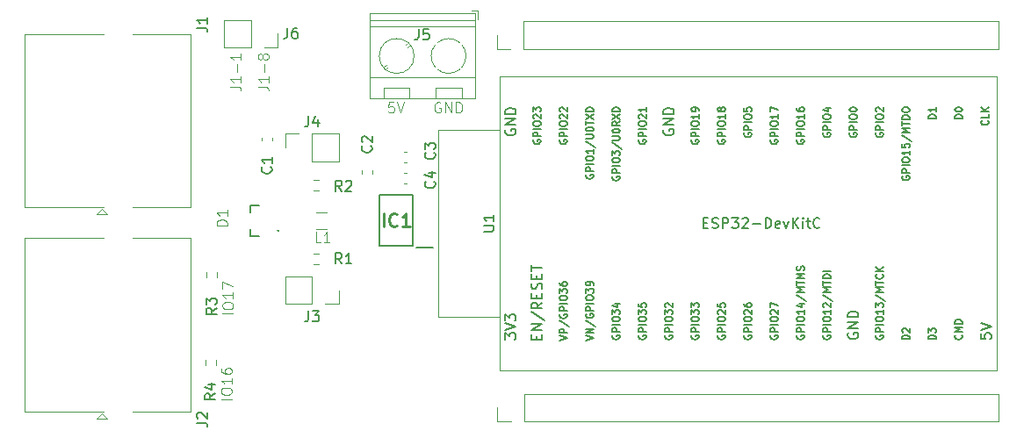
<source format=gbr>
%TF.GenerationSoftware,KiCad,Pcbnew,8.0.0*%
%TF.CreationDate,2024-03-13T03:04:33+09:00*%
%TF.ProjectId,esp32tester,65737033-3274-4657-9374-65722e6b6963,rev?*%
%TF.SameCoordinates,Original*%
%TF.FileFunction,Legend,Top*%
%TF.FilePolarity,Positive*%
%FSLAX46Y46*%
G04 Gerber Fmt 4.6, Leading zero omitted, Abs format (unit mm)*
G04 Created by KiCad (PCBNEW 8.0.0) date 2024-03-13 03:04:33*
%MOMM*%
%LPD*%
G01*
G04 APERTURE LIST*
%ADD10C,0.150000*%
%ADD11C,0.100000*%
%ADD12C,0.125000*%
%ADD13C,0.254000*%
%ADD14C,0.120000*%
%ADD15C,0.200000*%
G04 APERTURE END LIST*
D10*
X101259526Y-109121382D02*
X101226193Y-109188049D01*
X101226193Y-109188049D02*
X101226193Y-109288049D01*
X101226193Y-109288049D02*
X101259526Y-109388049D01*
X101259526Y-109388049D02*
X101326193Y-109454716D01*
X101326193Y-109454716D02*
X101392860Y-109488049D01*
X101392860Y-109488049D02*
X101526193Y-109521382D01*
X101526193Y-109521382D02*
X101626193Y-109521382D01*
X101626193Y-109521382D02*
X101759526Y-109488049D01*
X101759526Y-109488049D02*
X101826193Y-109454716D01*
X101826193Y-109454716D02*
X101892860Y-109388049D01*
X101892860Y-109388049D02*
X101926193Y-109288049D01*
X101926193Y-109288049D02*
X101926193Y-109221382D01*
X101926193Y-109221382D02*
X101892860Y-109121382D01*
X101892860Y-109121382D02*
X101859526Y-109088049D01*
X101859526Y-109088049D02*
X101626193Y-109088049D01*
X101626193Y-109088049D02*
X101626193Y-109221382D01*
X101926193Y-108788049D02*
X101226193Y-108788049D01*
X101226193Y-108788049D02*
X101226193Y-108521382D01*
X101226193Y-108521382D02*
X101259526Y-108454716D01*
X101259526Y-108454716D02*
X101292860Y-108421382D01*
X101292860Y-108421382D02*
X101359526Y-108388049D01*
X101359526Y-108388049D02*
X101459526Y-108388049D01*
X101459526Y-108388049D02*
X101526193Y-108421382D01*
X101526193Y-108421382D02*
X101559526Y-108454716D01*
X101559526Y-108454716D02*
X101592860Y-108521382D01*
X101592860Y-108521382D02*
X101592860Y-108788049D01*
X101926193Y-108088049D02*
X101226193Y-108088049D01*
X101226193Y-107621383D02*
X101226193Y-107488049D01*
X101226193Y-107488049D02*
X101259526Y-107421383D01*
X101259526Y-107421383D02*
X101326193Y-107354716D01*
X101326193Y-107354716D02*
X101459526Y-107321383D01*
X101459526Y-107321383D02*
X101692860Y-107321383D01*
X101692860Y-107321383D02*
X101826193Y-107354716D01*
X101826193Y-107354716D02*
X101892860Y-107421383D01*
X101892860Y-107421383D02*
X101926193Y-107488049D01*
X101926193Y-107488049D02*
X101926193Y-107621383D01*
X101926193Y-107621383D02*
X101892860Y-107688049D01*
X101892860Y-107688049D02*
X101826193Y-107754716D01*
X101826193Y-107754716D02*
X101692860Y-107788049D01*
X101692860Y-107788049D02*
X101459526Y-107788049D01*
X101459526Y-107788049D02*
X101326193Y-107754716D01*
X101326193Y-107754716D02*
X101259526Y-107688049D01*
X101259526Y-107688049D02*
X101226193Y-107621383D01*
X101226193Y-107088050D02*
X101226193Y-106654716D01*
X101226193Y-106654716D02*
X101492860Y-106888050D01*
X101492860Y-106888050D02*
X101492860Y-106788050D01*
X101492860Y-106788050D02*
X101526193Y-106721383D01*
X101526193Y-106721383D02*
X101559526Y-106688050D01*
X101559526Y-106688050D02*
X101626193Y-106654716D01*
X101626193Y-106654716D02*
X101792860Y-106654716D01*
X101792860Y-106654716D02*
X101859526Y-106688050D01*
X101859526Y-106688050D02*
X101892860Y-106721383D01*
X101892860Y-106721383D02*
X101926193Y-106788050D01*
X101926193Y-106788050D02*
X101926193Y-106988050D01*
X101926193Y-106988050D02*
X101892860Y-107054716D01*
X101892860Y-107054716D02*
X101859526Y-107088050D01*
X101226193Y-106421383D02*
X101226193Y-105988049D01*
X101226193Y-105988049D02*
X101492860Y-106221383D01*
X101492860Y-106221383D02*
X101492860Y-106121383D01*
X101492860Y-106121383D02*
X101526193Y-106054716D01*
X101526193Y-106054716D02*
X101559526Y-106021383D01*
X101559526Y-106021383D02*
X101626193Y-105988049D01*
X101626193Y-105988049D02*
X101792860Y-105988049D01*
X101792860Y-105988049D02*
X101859526Y-106021383D01*
X101859526Y-106021383D02*
X101892860Y-106054716D01*
X101892860Y-106054716D02*
X101926193Y-106121383D01*
X101926193Y-106121383D02*
X101926193Y-106321383D01*
X101926193Y-106321383D02*
X101892860Y-106388049D01*
X101892860Y-106388049D02*
X101859526Y-106421383D01*
X83332598Y-89277798D02*
X83284979Y-89373036D01*
X83284979Y-89373036D02*
X83284979Y-89515893D01*
X83284979Y-89515893D02*
X83332598Y-89658750D01*
X83332598Y-89658750D02*
X83427836Y-89753988D01*
X83427836Y-89753988D02*
X83523074Y-89801607D01*
X83523074Y-89801607D02*
X83713550Y-89849226D01*
X83713550Y-89849226D02*
X83856407Y-89849226D01*
X83856407Y-89849226D02*
X84046883Y-89801607D01*
X84046883Y-89801607D02*
X84142121Y-89753988D01*
X84142121Y-89753988D02*
X84237360Y-89658750D01*
X84237360Y-89658750D02*
X84284979Y-89515893D01*
X84284979Y-89515893D02*
X84284979Y-89420655D01*
X84284979Y-89420655D02*
X84237360Y-89277798D01*
X84237360Y-89277798D02*
X84189740Y-89230179D01*
X84189740Y-89230179D02*
X83856407Y-89230179D01*
X83856407Y-89230179D02*
X83856407Y-89420655D01*
X84284979Y-88801607D02*
X83284979Y-88801607D01*
X83284979Y-88801607D02*
X84284979Y-88230179D01*
X84284979Y-88230179D02*
X83284979Y-88230179D01*
X84284979Y-87753988D02*
X83284979Y-87753988D01*
X83284979Y-87753988D02*
X83284979Y-87515893D01*
X83284979Y-87515893D02*
X83332598Y-87373036D01*
X83332598Y-87373036D02*
X83427836Y-87277798D01*
X83427836Y-87277798D02*
X83523074Y-87230179D01*
X83523074Y-87230179D02*
X83713550Y-87182560D01*
X83713550Y-87182560D02*
X83856407Y-87182560D01*
X83856407Y-87182560D02*
X84046883Y-87230179D01*
X84046883Y-87230179D02*
X84142121Y-87277798D01*
X84142121Y-87277798D02*
X84237360Y-87373036D01*
X84237360Y-87373036D02*
X84284979Y-87515893D01*
X84284979Y-87515893D02*
X84284979Y-87753988D01*
X101259526Y-90258750D02*
X101226193Y-90325417D01*
X101226193Y-90325417D02*
X101226193Y-90425417D01*
X101226193Y-90425417D02*
X101259526Y-90525417D01*
X101259526Y-90525417D02*
X101326193Y-90592084D01*
X101326193Y-90592084D02*
X101392860Y-90625417D01*
X101392860Y-90625417D02*
X101526193Y-90658750D01*
X101526193Y-90658750D02*
X101626193Y-90658750D01*
X101626193Y-90658750D02*
X101759526Y-90625417D01*
X101759526Y-90625417D02*
X101826193Y-90592084D01*
X101826193Y-90592084D02*
X101892860Y-90525417D01*
X101892860Y-90525417D02*
X101926193Y-90425417D01*
X101926193Y-90425417D02*
X101926193Y-90358750D01*
X101926193Y-90358750D02*
X101892860Y-90258750D01*
X101892860Y-90258750D02*
X101859526Y-90225417D01*
X101859526Y-90225417D02*
X101626193Y-90225417D01*
X101626193Y-90225417D02*
X101626193Y-90358750D01*
X101926193Y-89925417D02*
X101226193Y-89925417D01*
X101226193Y-89925417D02*
X101226193Y-89658750D01*
X101226193Y-89658750D02*
X101259526Y-89592084D01*
X101259526Y-89592084D02*
X101292860Y-89558750D01*
X101292860Y-89558750D02*
X101359526Y-89525417D01*
X101359526Y-89525417D02*
X101459526Y-89525417D01*
X101459526Y-89525417D02*
X101526193Y-89558750D01*
X101526193Y-89558750D02*
X101559526Y-89592084D01*
X101559526Y-89592084D02*
X101592860Y-89658750D01*
X101592860Y-89658750D02*
X101592860Y-89925417D01*
X101926193Y-89225417D02*
X101226193Y-89225417D01*
X101226193Y-88758751D02*
X101226193Y-88625417D01*
X101226193Y-88625417D02*
X101259526Y-88558751D01*
X101259526Y-88558751D02*
X101326193Y-88492084D01*
X101326193Y-88492084D02*
X101459526Y-88458751D01*
X101459526Y-88458751D02*
X101692860Y-88458751D01*
X101692860Y-88458751D02*
X101826193Y-88492084D01*
X101826193Y-88492084D02*
X101892860Y-88558751D01*
X101892860Y-88558751D02*
X101926193Y-88625417D01*
X101926193Y-88625417D02*
X101926193Y-88758751D01*
X101926193Y-88758751D02*
X101892860Y-88825417D01*
X101892860Y-88825417D02*
X101826193Y-88892084D01*
X101826193Y-88892084D02*
X101692860Y-88925417D01*
X101692860Y-88925417D02*
X101459526Y-88925417D01*
X101459526Y-88925417D02*
X101326193Y-88892084D01*
X101326193Y-88892084D02*
X101259526Y-88825417D01*
X101259526Y-88825417D02*
X101226193Y-88758751D01*
X101926193Y-87792084D02*
X101926193Y-88192084D01*
X101926193Y-87992084D02*
X101226193Y-87992084D01*
X101226193Y-87992084D02*
X101326193Y-88058751D01*
X101326193Y-88058751D02*
X101392860Y-88125418D01*
X101392860Y-88125418D02*
X101426193Y-88192084D01*
X101926193Y-87458751D02*
X101926193Y-87325417D01*
X101926193Y-87325417D02*
X101892860Y-87258751D01*
X101892860Y-87258751D02*
X101859526Y-87225417D01*
X101859526Y-87225417D02*
X101759526Y-87158751D01*
X101759526Y-87158751D02*
X101626193Y-87125417D01*
X101626193Y-87125417D02*
X101359526Y-87125417D01*
X101359526Y-87125417D02*
X101292860Y-87158751D01*
X101292860Y-87158751D02*
X101259526Y-87192084D01*
X101259526Y-87192084D02*
X101226193Y-87258751D01*
X101226193Y-87258751D02*
X101226193Y-87392084D01*
X101226193Y-87392084D02*
X101259526Y-87458751D01*
X101259526Y-87458751D02*
X101292860Y-87492084D01*
X101292860Y-87492084D02*
X101359526Y-87525417D01*
X101359526Y-87525417D02*
X101526193Y-87525417D01*
X101526193Y-87525417D02*
X101592860Y-87492084D01*
X101592860Y-87492084D02*
X101626193Y-87458751D01*
X101626193Y-87458751D02*
X101659526Y-87392084D01*
X101659526Y-87392084D02*
X101659526Y-87258751D01*
X101659526Y-87258751D02*
X101626193Y-87192084D01*
X101626193Y-87192084D02*
X101592860Y-87158751D01*
X101592860Y-87158751D02*
X101526193Y-87125417D01*
X119039526Y-89592083D02*
X119006193Y-89658750D01*
X119006193Y-89658750D02*
X119006193Y-89758750D01*
X119006193Y-89758750D02*
X119039526Y-89858750D01*
X119039526Y-89858750D02*
X119106193Y-89925417D01*
X119106193Y-89925417D02*
X119172860Y-89958750D01*
X119172860Y-89958750D02*
X119306193Y-89992083D01*
X119306193Y-89992083D02*
X119406193Y-89992083D01*
X119406193Y-89992083D02*
X119539526Y-89958750D01*
X119539526Y-89958750D02*
X119606193Y-89925417D01*
X119606193Y-89925417D02*
X119672860Y-89858750D01*
X119672860Y-89858750D02*
X119706193Y-89758750D01*
X119706193Y-89758750D02*
X119706193Y-89692083D01*
X119706193Y-89692083D02*
X119672860Y-89592083D01*
X119672860Y-89592083D02*
X119639526Y-89558750D01*
X119639526Y-89558750D02*
X119406193Y-89558750D01*
X119406193Y-89558750D02*
X119406193Y-89692083D01*
X119706193Y-89258750D02*
X119006193Y-89258750D01*
X119006193Y-89258750D02*
X119006193Y-88992083D01*
X119006193Y-88992083D02*
X119039526Y-88925417D01*
X119039526Y-88925417D02*
X119072860Y-88892083D01*
X119072860Y-88892083D02*
X119139526Y-88858750D01*
X119139526Y-88858750D02*
X119239526Y-88858750D01*
X119239526Y-88858750D02*
X119306193Y-88892083D01*
X119306193Y-88892083D02*
X119339526Y-88925417D01*
X119339526Y-88925417D02*
X119372860Y-88992083D01*
X119372860Y-88992083D02*
X119372860Y-89258750D01*
X119706193Y-88558750D02*
X119006193Y-88558750D01*
X119006193Y-88092084D02*
X119006193Y-87958750D01*
X119006193Y-87958750D02*
X119039526Y-87892084D01*
X119039526Y-87892084D02*
X119106193Y-87825417D01*
X119106193Y-87825417D02*
X119239526Y-87792084D01*
X119239526Y-87792084D02*
X119472860Y-87792084D01*
X119472860Y-87792084D02*
X119606193Y-87825417D01*
X119606193Y-87825417D02*
X119672860Y-87892084D01*
X119672860Y-87892084D02*
X119706193Y-87958750D01*
X119706193Y-87958750D02*
X119706193Y-88092084D01*
X119706193Y-88092084D02*
X119672860Y-88158750D01*
X119672860Y-88158750D02*
X119606193Y-88225417D01*
X119606193Y-88225417D02*
X119472860Y-88258750D01*
X119472860Y-88258750D02*
X119239526Y-88258750D01*
X119239526Y-88258750D02*
X119106193Y-88225417D01*
X119106193Y-88225417D02*
X119039526Y-88158750D01*
X119039526Y-88158750D02*
X119006193Y-88092084D01*
X119072860Y-87525417D02*
X119039526Y-87492084D01*
X119039526Y-87492084D02*
X119006193Y-87425417D01*
X119006193Y-87425417D02*
X119006193Y-87258751D01*
X119006193Y-87258751D02*
X119039526Y-87192084D01*
X119039526Y-87192084D02*
X119072860Y-87158751D01*
X119072860Y-87158751D02*
X119139526Y-87125417D01*
X119139526Y-87125417D02*
X119206193Y-87125417D01*
X119206193Y-87125417D02*
X119306193Y-87158751D01*
X119306193Y-87158751D02*
X119706193Y-87558751D01*
X119706193Y-87558751D02*
X119706193Y-87125417D01*
X91099526Y-93625416D02*
X91066193Y-93692083D01*
X91066193Y-93692083D02*
X91066193Y-93792083D01*
X91066193Y-93792083D02*
X91099526Y-93892083D01*
X91099526Y-93892083D02*
X91166193Y-93958750D01*
X91166193Y-93958750D02*
X91232860Y-93992083D01*
X91232860Y-93992083D02*
X91366193Y-94025416D01*
X91366193Y-94025416D02*
X91466193Y-94025416D01*
X91466193Y-94025416D02*
X91599526Y-93992083D01*
X91599526Y-93992083D02*
X91666193Y-93958750D01*
X91666193Y-93958750D02*
X91732860Y-93892083D01*
X91732860Y-93892083D02*
X91766193Y-93792083D01*
X91766193Y-93792083D02*
X91766193Y-93725416D01*
X91766193Y-93725416D02*
X91732860Y-93625416D01*
X91732860Y-93625416D02*
X91699526Y-93592083D01*
X91699526Y-93592083D02*
X91466193Y-93592083D01*
X91466193Y-93592083D02*
X91466193Y-93725416D01*
X91766193Y-93292083D02*
X91066193Y-93292083D01*
X91066193Y-93292083D02*
X91066193Y-93025416D01*
X91066193Y-93025416D02*
X91099526Y-92958750D01*
X91099526Y-92958750D02*
X91132860Y-92925416D01*
X91132860Y-92925416D02*
X91199526Y-92892083D01*
X91199526Y-92892083D02*
X91299526Y-92892083D01*
X91299526Y-92892083D02*
X91366193Y-92925416D01*
X91366193Y-92925416D02*
X91399526Y-92958750D01*
X91399526Y-92958750D02*
X91432860Y-93025416D01*
X91432860Y-93025416D02*
X91432860Y-93292083D01*
X91766193Y-92592083D02*
X91066193Y-92592083D01*
X91066193Y-92125417D02*
X91066193Y-91992083D01*
X91066193Y-91992083D02*
X91099526Y-91925417D01*
X91099526Y-91925417D02*
X91166193Y-91858750D01*
X91166193Y-91858750D02*
X91299526Y-91825417D01*
X91299526Y-91825417D02*
X91532860Y-91825417D01*
X91532860Y-91825417D02*
X91666193Y-91858750D01*
X91666193Y-91858750D02*
X91732860Y-91925417D01*
X91732860Y-91925417D02*
X91766193Y-91992083D01*
X91766193Y-91992083D02*
X91766193Y-92125417D01*
X91766193Y-92125417D02*
X91732860Y-92192083D01*
X91732860Y-92192083D02*
X91666193Y-92258750D01*
X91666193Y-92258750D02*
X91532860Y-92292083D01*
X91532860Y-92292083D02*
X91299526Y-92292083D01*
X91299526Y-92292083D02*
X91166193Y-92258750D01*
X91166193Y-92258750D02*
X91099526Y-92192083D01*
X91099526Y-92192083D02*
X91066193Y-92125417D01*
X91766193Y-91158750D02*
X91766193Y-91558750D01*
X91766193Y-91358750D02*
X91066193Y-91358750D01*
X91066193Y-91358750D02*
X91166193Y-91425417D01*
X91166193Y-91425417D02*
X91232860Y-91492084D01*
X91232860Y-91492084D02*
X91266193Y-91558750D01*
X91032860Y-90358750D02*
X91932860Y-90958750D01*
X91066193Y-90125417D02*
X91632860Y-90125417D01*
X91632860Y-90125417D02*
X91699526Y-90092084D01*
X91699526Y-90092084D02*
X91732860Y-90058750D01*
X91732860Y-90058750D02*
X91766193Y-89992084D01*
X91766193Y-89992084D02*
X91766193Y-89858750D01*
X91766193Y-89858750D02*
X91732860Y-89792084D01*
X91732860Y-89792084D02*
X91699526Y-89758750D01*
X91699526Y-89758750D02*
X91632860Y-89725417D01*
X91632860Y-89725417D02*
X91066193Y-89725417D01*
X91066193Y-89258751D02*
X91066193Y-89192084D01*
X91066193Y-89192084D02*
X91099526Y-89125417D01*
X91099526Y-89125417D02*
X91132860Y-89092084D01*
X91132860Y-89092084D02*
X91199526Y-89058751D01*
X91199526Y-89058751D02*
X91332860Y-89025417D01*
X91332860Y-89025417D02*
X91499526Y-89025417D01*
X91499526Y-89025417D02*
X91632860Y-89058751D01*
X91632860Y-89058751D02*
X91699526Y-89092084D01*
X91699526Y-89092084D02*
X91732860Y-89125417D01*
X91732860Y-89125417D02*
X91766193Y-89192084D01*
X91766193Y-89192084D02*
X91766193Y-89258751D01*
X91766193Y-89258751D02*
X91732860Y-89325417D01*
X91732860Y-89325417D02*
X91699526Y-89358751D01*
X91699526Y-89358751D02*
X91632860Y-89392084D01*
X91632860Y-89392084D02*
X91499526Y-89425417D01*
X91499526Y-89425417D02*
X91332860Y-89425417D01*
X91332860Y-89425417D02*
X91199526Y-89392084D01*
X91199526Y-89392084D02*
X91132860Y-89358751D01*
X91132860Y-89358751D02*
X91099526Y-89325417D01*
X91099526Y-89325417D02*
X91066193Y-89258751D01*
X91066193Y-88825417D02*
X91066193Y-88425417D01*
X91766193Y-88625417D02*
X91066193Y-88625417D01*
X91066193Y-88258751D02*
X91766193Y-87792084D01*
X91066193Y-87792084D02*
X91766193Y-88258751D01*
X91766193Y-87525417D02*
X91066193Y-87525417D01*
X91066193Y-87525417D02*
X91066193Y-87358750D01*
X91066193Y-87358750D02*
X91099526Y-87258750D01*
X91099526Y-87258750D02*
X91166193Y-87192084D01*
X91166193Y-87192084D02*
X91232860Y-87158750D01*
X91232860Y-87158750D02*
X91366193Y-87125417D01*
X91366193Y-87125417D02*
X91466193Y-87125417D01*
X91466193Y-87125417D02*
X91599526Y-87158750D01*
X91599526Y-87158750D02*
X91666193Y-87192084D01*
X91666193Y-87192084D02*
X91732860Y-87258750D01*
X91732860Y-87258750D02*
X91766193Y-87358750D01*
X91766193Y-87358750D02*
X91766193Y-87525417D01*
X108879526Y-90258750D02*
X108846193Y-90325417D01*
X108846193Y-90325417D02*
X108846193Y-90425417D01*
X108846193Y-90425417D02*
X108879526Y-90525417D01*
X108879526Y-90525417D02*
X108946193Y-90592084D01*
X108946193Y-90592084D02*
X109012860Y-90625417D01*
X109012860Y-90625417D02*
X109146193Y-90658750D01*
X109146193Y-90658750D02*
X109246193Y-90658750D01*
X109246193Y-90658750D02*
X109379526Y-90625417D01*
X109379526Y-90625417D02*
X109446193Y-90592084D01*
X109446193Y-90592084D02*
X109512860Y-90525417D01*
X109512860Y-90525417D02*
X109546193Y-90425417D01*
X109546193Y-90425417D02*
X109546193Y-90358750D01*
X109546193Y-90358750D02*
X109512860Y-90258750D01*
X109512860Y-90258750D02*
X109479526Y-90225417D01*
X109479526Y-90225417D02*
X109246193Y-90225417D01*
X109246193Y-90225417D02*
X109246193Y-90358750D01*
X109546193Y-89925417D02*
X108846193Y-89925417D01*
X108846193Y-89925417D02*
X108846193Y-89658750D01*
X108846193Y-89658750D02*
X108879526Y-89592084D01*
X108879526Y-89592084D02*
X108912860Y-89558750D01*
X108912860Y-89558750D02*
X108979526Y-89525417D01*
X108979526Y-89525417D02*
X109079526Y-89525417D01*
X109079526Y-89525417D02*
X109146193Y-89558750D01*
X109146193Y-89558750D02*
X109179526Y-89592084D01*
X109179526Y-89592084D02*
X109212860Y-89658750D01*
X109212860Y-89658750D02*
X109212860Y-89925417D01*
X109546193Y-89225417D02*
X108846193Y-89225417D01*
X108846193Y-88758751D02*
X108846193Y-88625417D01*
X108846193Y-88625417D02*
X108879526Y-88558751D01*
X108879526Y-88558751D02*
X108946193Y-88492084D01*
X108946193Y-88492084D02*
X109079526Y-88458751D01*
X109079526Y-88458751D02*
X109312860Y-88458751D01*
X109312860Y-88458751D02*
X109446193Y-88492084D01*
X109446193Y-88492084D02*
X109512860Y-88558751D01*
X109512860Y-88558751D02*
X109546193Y-88625417D01*
X109546193Y-88625417D02*
X109546193Y-88758751D01*
X109546193Y-88758751D02*
X109512860Y-88825417D01*
X109512860Y-88825417D02*
X109446193Y-88892084D01*
X109446193Y-88892084D02*
X109312860Y-88925417D01*
X109312860Y-88925417D02*
X109079526Y-88925417D01*
X109079526Y-88925417D02*
X108946193Y-88892084D01*
X108946193Y-88892084D02*
X108879526Y-88825417D01*
X108879526Y-88825417D02*
X108846193Y-88758751D01*
X109546193Y-87792084D02*
X109546193Y-88192084D01*
X109546193Y-87992084D02*
X108846193Y-87992084D01*
X108846193Y-87992084D02*
X108946193Y-88058751D01*
X108946193Y-88058751D02*
X109012860Y-88125418D01*
X109012860Y-88125418D02*
X109046193Y-88192084D01*
X108846193Y-87558751D02*
X108846193Y-87092084D01*
X108846193Y-87092084D02*
X109546193Y-87392084D01*
X103799526Y-90258750D02*
X103766193Y-90325417D01*
X103766193Y-90325417D02*
X103766193Y-90425417D01*
X103766193Y-90425417D02*
X103799526Y-90525417D01*
X103799526Y-90525417D02*
X103866193Y-90592084D01*
X103866193Y-90592084D02*
X103932860Y-90625417D01*
X103932860Y-90625417D02*
X104066193Y-90658750D01*
X104066193Y-90658750D02*
X104166193Y-90658750D01*
X104166193Y-90658750D02*
X104299526Y-90625417D01*
X104299526Y-90625417D02*
X104366193Y-90592084D01*
X104366193Y-90592084D02*
X104432860Y-90525417D01*
X104432860Y-90525417D02*
X104466193Y-90425417D01*
X104466193Y-90425417D02*
X104466193Y-90358750D01*
X104466193Y-90358750D02*
X104432860Y-90258750D01*
X104432860Y-90258750D02*
X104399526Y-90225417D01*
X104399526Y-90225417D02*
X104166193Y-90225417D01*
X104166193Y-90225417D02*
X104166193Y-90358750D01*
X104466193Y-89925417D02*
X103766193Y-89925417D01*
X103766193Y-89925417D02*
X103766193Y-89658750D01*
X103766193Y-89658750D02*
X103799526Y-89592084D01*
X103799526Y-89592084D02*
X103832860Y-89558750D01*
X103832860Y-89558750D02*
X103899526Y-89525417D01*
X103899526Y-89525417D02*
X103999526Y-89525417D01*
X103999526Y-89525417D02*
X104066193Y-89558750D01*
X104066193Y-89558750D02*
X104099526Y-89592084D01*
X104099526Y-89592084D02*
X104132860Y-89658750D01*
X104132860Y-89658750D02*
X104132860Y-89925417D01*
X104466193Y-89225417D02*
X103766193Y-89225417D01*
X103766193Y-88758751D02*
X103766193Y-88625417D01*
X103766193Y-88625417D02*
X103799526Y-88558751D01*
X103799526Y-88558751D02*
X103866193Y-88492084D01*
X103866193Y-88492084D02*
X103999526Y-88458751D01*
X103999526Y-88458751D02*
X104232860Y-88458751D01*
X104232860Y-88458751D02*
X104366193Y-88492084D01*
X104366193Y-88492084D02*
X104432860Y-88558751D01*
X104432860Y-88558751D02*
X104466193Y-88625417D01*
X104466193Y-88625417D02*
X104466193Y-88758751D01*
X104466193Y-88758751D02*
X104432860Y-88825417D01*
X104432860Y-88825417D02*
X104366193Y-88892084D01*
X104366193Y-88892084D02*
X104232860Y-88925417D01*
X104232860Y-88925417D02*
X103999526Y-88925417D01*
X103999526Y-88925417D02*
X103866193Y-88892084D01*
X103866193Y-88892084D02*
X103799526Y-88825417D01*
X103799526Y-88825417D02*
X103766193Y-88758751D01*
X104466193Y-87792084D02*
X104466193Y-88192084D01*
X104466193Y-87992084D02*
X103766193Y-87992084D01*
X103766193Y-87992084D02*
X103866193Y-88058751D01*
X103866193Y-88058751D02*
X103932860Y-88125418D01*
X103932860Y-88125418D02*
X103966193Y-88192084D01*
X104066193Y-87392084D02*
X104032860Y-87458751D01*
X104032860Y-87458751D02*
X103999526Y-87492084D01*
X103999526Y-87492084D02*
X103932860Y-87525417D01*
X103932860Y-87525417D02*
X103899526Y-87525417D01*
X103899526Y-87525417D02*
X103832860Y-87492084D01*
X103832860Y-87492084D02*
X103799526Y-87458751D01*
X103799526Y-87458751D02*
X103766193Y-87392084D01*
X103766193Y-87392084D02*
X103766193Y-87258751D01*
X103766193Y-87258751D02*
X103799526Y-87192084D01*
X103799526Y-87192084D02*
X103832860Y-87158751D01*
X103832860Y-87158751D02*
X103899526Y-87125417D01*
X103899526Y-87125417D02*
X103932860Y-87125417D01*
X103932860Y-87125417D02*
X103999526Y-87158751D01*
X103999526Y-87158751D02*
X104032860Y-87192084D01*
X104032860Y-87192084D02*
X104066193Y-87258751D01*
X104066193Y-87258751D02*
X104066193Y-87392084D01*
X104066193Y-87392084D02*
X104099526Y-87458751D01*
X104099526Y-87458751D02*
X104132860Y-87492084D01*
X104132860Y-87492084D02*
X104199526Y-87525417D01*
X104199526Y-87525417D02*
X104332860Y-87525417D01*
X104332860Y-87525417D02*
X104399526Y-87492084D01*
X104399526Y-87492084D02*
X104432860Y-87458751D01*
X104432860Y-87458751D02*
X104466193Y-87392084D01*
X104466193Y-87392084D02*
X104466193Y-87258751D01*
X104466193Y-87258751D02*
X104432860Y-87192084D01*
X104432860Y-87192084D02*
X104399526Y-87158751D01*
X104399526Y-87158751D02*
X104332860Y-87125417D01*
X104332860Y-87125417D02*
X104199526Y-87125417D01*
X104199526Y-87125417D02*
X104132860Y-87158751D01*
X104132860Y-87158751D02*
X104099526Y-87192084D01*
X104099526Y-87192084D02*
X104066193Y-87258751D01*
X113959526Y-109121382D02*
X113926193Y-109188049D01*
X113926193Y-109188049D02*
X113926193Y-109288049D01*
X113926193Y-109288049D02*
X113959526Y-109388049D01*
X113959526Y-109388049D02*
X114026193Y-109454716D01*
X114026193Y-109454716D02*
X114092860Y-109488049D01*
X114092860Y-109488049D02*
X114226193Y-109521382D01*
X114226193Y-109521382D02*
X114326193Y-109521382D01*
X114326193Y-109521382D02*
X114459526Y-109488049D01*
X114459526Y-109488049D02*
X114526193Y-109454716D01*
X114526193Y-109454716D02*
X114592860Y-109388049D01*
X114592860Y-109388049D02*
X114626193Y-109288049D01*
X114626193Y-109288049D02*
X114626193Y-109221382D01*
X114626193Y-109221382D02*
X114592860Y-109121382D01*
X114592860Y-109121382D02*
X114559526Y-109088049D01*
X114559526Y-109088049D02*
X114326193Y-109088049D01*
X114326193Y-109088049D02*
X114326193Y-109221382D01*
X114626193Y-108788049D02*
X113926193Y-108788049D01*
X113926193Y-108788049D02*
X113926193Y-108521382D01*
X113926193Y-108521382D02*
X113959526Y-108454716D01*
X113959526Y-108454716D02*
X113992860Y-108421382D01*
X113992860Y-108421382D02*
X114059526Y-108388049D01*
X114059526Y-108388049D02*
X114159526Y-108388049D01*
X114159526Y-108388049D02*
X114226193Y-108421382D01*
X114226193Y-108421382D02*
X114259526Y-108454716D01*
X114259526Y-108454716D02*
X114292860Y-108521382D01*
X114292860Y-108521382D02*
X114292860Y-108788049D01*
X114626193Y-108088049D02*
X113926193Y-108088049D01*
X113926193Y-107621383D02*
X113926193Y-107488049D01*
X113926193Y-107488049D02*
X113959526Y-107421383D01*
X113959526Y-107421383D02*
X114026193Y-107354716D01*
X114026193Y-107354716D02*
X114159526Y-107321383D01*
X114159526Y-107321383D02*
X114392860Y-107321383D01*
X114392860Y-107321383D02*
X114526193Y-107354716D01*
X114526193Y-107354716D02*
X114592860Y-107421383D01*
X114592860Y-107421383D02*
X114626193Y-107488049D01*
X114626193Y-107488049D02*
X114626193Y-107621383D01*
X114626193Y-107621383D02*
X114592860Y-107688049D01*
X114592860Y-107688049D02*
X114526193Y-107754716D01*
X114526193Y-107754716D02*
X114392860Y-107788049D01*
X114392860Y-107788049D02*
X114159526Y-107788049D01*
X114159526Y-107788049D02*
X114026193Y-107754716D01*
X114026193Y-107754716D02*
X113959526Y-107688049D01*
X113959526Y-107688049D02*
X113926193Y-107621383D01*
X114626193Y-106654716D02*
X114626193Y-107054716D01*
X114626193Y-106854716D02*
X113926193Y-106854716D01*
X113926193Y-106854716D02*
X114026193Y-106921383D01*
X114026193Y-106921383D02*
X114092860Y-106988050D01*
X114092860Y-106988050D02*
X114126193Y-107054716D01*
X113992860Y-106388049D02*
X113959526Y-106354716D01*
X113959526Y-106354716D02*
X113926193Y-106288049D01*
X113926193Y-106288049D02*
X113926193Y-106121383D01*
X113926193Y-106121383D02*
X113959526Y-106054716D01*
X113959526Y-106054716D02*
X113992860Y-106021383D01*
X113992860Y-106021383D02*
X114059526Y-105988049D01*
X114059526Y-105988049D02*
X114126193Y-105988049D01*
X114126193Y-105988049D02*
X114226193Y-106021383D01*
X114226193Y-106021383D02*
X114626193Y-106421383D01*
X114626193Y-106421383D02*
X114626193Y-105988049D01*
X113892860Y-105188049D02*
X114792860Y-105788049D01*
X114626193Y-104954716D02*
X113926193Y-104954716D01*
X113926193Y-104954716D02*
X114426193Y-104721383D01*
X114426193Y-104721383D02*
X113926193Y-104488049D01*
X113926193Y-104488049D02*
X114626193Y-104488049D01*
X113926193Y-104254716D02*
X113926193Y-103854716D01*
X114626193Y-104054716D02*
X113926193Y-104054716D01*
X114626193Y-103621383D02*
X113926193Y-103621383D01*
X113926193Y-103621383D02*
X113926193Y-103454716D01*
X113926193Y-103454716D02*
X113959526Y-103354716D01*
X113959526Y-103354716D02*
X114026193Y-103288050D01*
X114026193Y-103288050D02*
X114092860Y-103254716D01*
X114092860Y-103254716D02*
X114226193Y-103221383D01*
X114226193Y-103221383D02*
X114326193Y-103221383D01*
X114326193Y-103221383D02*
X114459526Y-103254716D01*
X114459526Y-103254716D02*
X114526193Y-103288050D01*
X114526193Y-103288050D02*
X114592860Y-103354716D01*
X114592860Y-103354716D02*
X114626193Y-103454716D01*
X114626193Y-103454716D02*
X114626193Y-103621383D01*
X114626193Y-102921383D02*
X113926193Y-102921383D01*
X106339526Y-89592083D02*
X106306193Y-89658750D01*
X106306193Y-89658750D02*
X106306193Y-89758750D01*
X106306193Y-89758750D02*
X106339526Y-89858750D01*
X106339526Y-89858750D02*
X106406193Y-89925417D01*
X106406193Y-89925417D02*
X106472860Y-89958750D01*
X106472860Y-89958750D02*
X106606193Y-89992083D01*
X106606193Y-89992083D02*
X106706193Y-89992083D01*
X106706193Y-89992083D02*
X106839526Y-89958750D01*
X106839526Y-89958750D02*
X106906193Y-89925417D01*
X106906193Y-89925417D02*
X106972860Y-89858750D01*
X106972860Y-89858750D02*
X107006193Y-89758750D01*
X107006193Y-89758750D02*
X107006193Y-89692083D01*
X107006193Y-89692083D02*
X106972860Y-89592083D01*
X106972860Y-89592083D02*
X106939526Y-89558750D01*
X106939526Y-89558750D02*
X106706193Y-89558750D01*
X106706193Y-89558750D02*
X106706193Y-89692083D01*
X107006193Y-89258750D02*
X106306193Y-89258750D01*
X106306193Y-89258750D02*
X106306193Y-88992083D01*
X106306193Y-88992083D02*
X106339526Y-88925417D01*
X106339526Y-88925417D02*
X106372860Y-88892083D01*
X106372860Y-88892083D02*
X106439526Y-88858750D01*
X106439526Y-88858750D02*
X106539526Y-88858750D01*
X106539526Y-88858750D02*
X106606193Y-88892083D01*
X106606193Y-88892083D02*
X106639526Y-88925417D01*
X106639526Y-88925417D02*
X106672860Y-88992083D01*
X106672860Y-88992083D02*
X106672860Y-89258750D01*
X107006193Y-88558750D02*
X106306193Y-88558750D01*
X106306193Y-88092084D02*
X106306193Y-87958750D01*
X106306193Y-87958750D02*
X106339526Y-87892084D01*
X106339526Y-87892084D02*
X106406193Y-87825417D01*
X106406193Y-87825417D02*
X106539526Y-87792084D01*
X106539526Y-87792084D02*
X106772860Y-87792084D01*
X106772860Y-87792084D02*
X106906193Y-87825417D01*
X106906193Y-87825417D02*
X106972860Y-87892084D01*
X106972860Y-87892084D02*
X107006193Y-87958750D01*
X107006193Y-87958750D02*
X107006193Y-88092084D01*
X107006193Y-88092084D02*
X106972860Y-88158750D01*
X106972860Y-88158750D02*
X106906193Y-88225417D01*
X106906193Y-88225417D02*
X106772860Y-88258750D01*
X106772860Y-88258750D02*
X106539526Y-88258750D01*
X106539526Y-88258750D02*
X106406193Y-88225417D01*
X106406193Y-88225417D02*
X106339526Y-88158750D01*
X106339526Y-88158750D02*
X106306193Y-88092084D01*
X106306193Y-87158751D02*
X106306193Y-87492084D01*
X106306193Y-87492084D02*
X106639526Y-87525417D01*
X106639526Y-87525417D02*
X106606193Y-87492084D01*
X106606193Y-87492084D02*
X106572860Y-87425417D01*
X106572860Y-87425417D02*
X106572860Y-87258751D01*
X106572860Y-87258751D02*
X106606193Y-87192084D01*
X106606193Y-87192084D02*
X106639526Y-87158751D01*
X106639526Y-87158751D02*
X106706193Y-87125417D01*
X106706193Y-87125417D02*
X106872860Y-87125417D01*
X106872860Y-87125417D02*
X106939526Y-87158751D01*
X106939526Y-87158751D02*
X106972860Y-87192084D01*
X106972860Y-87192084D02*
X107006193Y-87258751D01*
X107006193Y-87258751D02*
X107006193Y-87425417D01*
X107006193Y-87425417D02*
X106972860Y-87492084D01*
X106972860Y-87492084D02*
X106939526Y-87525417D01*
X127259526Y-109088049D02*
X127292860Y-109121382D01*
X127292860Y-109121382D02*
X127326193Y-109221382D01*
X127326193Y-109221382D02*
X127326193Y-109288049D01*
X127326193Y-109288049D02*
X127292860Y-109388049D01*
X127292860Y-109388049D02*
X127226193Y-109454716D01*
X127226193Y-109454716D02*
X127159526Y-109488049D01*
X127159526Y-109488049D02*
X127026193Y-109521382D01*
X127026193Y-109521382D02*
X126926193Y-109521382D01*
X126926193Y-109521382D02*
X126792860Y-109488049D01*
X126792860Y-109488049D02*
X126726193Y-109454716D01*
X126726193Y-109454716D02*
X126659526Y-109388049D01*
X126659526Y-109388049D02*
X126626193Y-109288049D01*
X126626193Y-109288049D02*
X126626193Y-109221382D01*
X126626193Y-109221382D02*
X126659526Y-109121382D01*
X126659526Y-109121382D02*
X126692860Y-109088049D01*
X127326193Y-108788049D02*
X126626193Y-108788049D01*
X126626193Y-108788049D02*
X127126193Y-108554716D01*
X127126193Y-108554716D02*
X126626193Y-108321382D01*
X126626193Y-108321382D02*
X127326193Y-108321382D01*
X127326193Y-107988049D02*
X126626193Y-107988049D01*
X126626193Y-107988049D02*
X126626193Y-107821382D01*
X126626193Y-107821382D02*
X126659526Y-107721382D01*
X126659526Y-107721382D02*
X126726193Y-107654716D01*
X126726193Y-107654716D02*
X126792860Y-107621382D01*
X126792860Y-107621382D02*
X126926193Y-107588049D01*
X126926193Y-107588049D02*
X127026193Y-107588049D01*
X127026193Y-107588049D02*
X127159526Y-107621382D01*
X127159526Y-107621382D02*
X127226193Y-107654716D01*
X127226193Y-107654716D02*
X127292860Y-107721382D01*
X127292860Y-107721382D02*
X127326193Y-107821382D01*
X127326193Y-107821382D02*
X127326193Y-107988049D01*
X108879526Y-109121382D02*
X108846193Y-109188049D01*
X108846193Y-109188049D02*
X108846193Y-109288049D01*
X108846193Y-109288049D02*
X108879526Y-109388049D01*
X108879526Y-109388049D02*
X108946193Y-109454716D01*
X108946193Y-109454716D02*
X109012860Y-109488049D01*
X109012860Y-109488049D02*
X109146193Y-109521382D01*
X109146193Y-109521382D02*
X109246193Y-109521382D01*
X109246193Y-109521382D02*
X109379526Y-109488049D01*
X109379526Y-109488049D02*
X109446193Y-109454716D01*
X109446193Y-109454716D02*
X109512860Y-109388049D01*
X109512860Y-109388049D02*
X109546193Y-109288049D01*
X109546193Y-109288049D02*
X109546193Y-109221382D01*
X109546193Y-109221382D02*
X109512860Y-109121382D01*
X109512860Y-109121382D02*
X109479526Y-109088049D01*
X109479526Y-109088049D02*
X109246193Y-109088049D01*
X109246193Y-109088049D02*
X109246193Y-109221382D01*
X109546193Y-108788049D02*
X108846193Y-108788049D01*
X108846193Y-108788049D02*
X108846193Y-108521382D01*
X108846193Y-108521382D02*
X108879526Y-108454716D01*
X108879526Y-108454716D02*
X108912860Y-108421382D01*
X108912860Y-108421382D02*
X108979526Y-108388049D01*
X108979526Y-108388049D02*
X109079526Y-108388049D01*
X109079526Y-108388049D02*
X109146193Y-108421382D01*
X109146193Y-108421382D02*
X109179526Y-108454716D01*
X109179526Y-108454716D02*
X109212860Y-108521382D01*
X109212860Y-108521382D02*
X109212860Y-108788049D01*
X109546193Y-108088049D02*
X108846193Y-108088049D01*
X108846193Y-107621383D02*
X108846193Y-107488049D01*
X108846193Y-107488049D02*
X108879526Y-107421383D01*
X108879526Y-107421383D02*
X108946193Y-107354716D01*
X108946193Y-107354716D02*
X109079526Y-107321383D01*
X109079526Y-107321383D02*
X109312860Y-107321383D01*
X109312860Y-107321383D02*
X109446193Y-107354716D01*
X109446193Y-107354716D02*
X109512860Y-107421383D01*
X109512860Y-107421383D02*
X109546193Y-107488049D01*
X109546193Y-107488049D02*
X109546193Y-107621383D01*
X109546193Y-107621383D02*
X109512860Y-107688049D01*
X109512860Y-107688049D02*
X109446193Y-107754716D01*
X109446193Y-107754716D02*
X109312860Y-107788049D01*
X109312860Y-107788049D02*
X109079526Y-107788049D01*
X109079526Y-107788049D02*
X108946193Y-107754716D01*
X108946193Y-107754716D02*
X108879526Y-107688049D01*
X108879526Y-107688049D02*
X108846193Y-107621383D01*
X108912860Y-107054716D02*
X108879526Y-107021383D01*
X108879526Y-107021383D02*
X108846193Y-106954716D01*
X108846193Y-106954716D02*
X108846193Y-106788050D01*
X108846193Y-106788050D02*
X108879526Y-106721383D01*
X108879526Y-106721383D02*
X108912860Y-106688050D01*
X108912860Y-106688050D02*
X108979526Y-106654716D01*
X108979526Y-106654716D02*
X109046193Y-106654716D01*
X109046193Y-106654716D02*
X109146193Y-106688050D01*
X109146193Y-106688050D02*
X109546193Y-107088050D01*
X109546193Y-107088050D02*
X109546193Y-106654716D01*
X108846193Y-106421383D02*
X108846193Y-105954716D01*
X108846193Y-105954716D02*
X109546193Y-106254716D01*
X86019526Y-90258750D02*
X85986193Y-90325417D01*
X85986193Y-90325417D02*
X85986193Y-90425417D01*
X85986193Y-90425417D02*
X86019526Y-90525417D01*
X86019526Y-90525417D02*
X86086193Y-90592084D01*
X86086193Y-90592084D02*
X86152860Y-90625417D01*
X86152860Y-90625417D02*
X86286193Y-90658750D01*
X86286193Y-90658750D02*
X86386193Y-90658750D01*
X86386193Y-90658750D02*
X86519526Y-90625417D01*
X86519526Y-90625417D02*
X86586193Y-90592084D01*
X86586193Y-90592084D02*
X86652860Y-90525417D01*
X86652860Y-90525417D02*
X86686193Y-90425417D01*
X86686193Y-90425417D02*
X86686193Y-90358750D01*
X86686193Y-90358750D02*
X86652860Y-90258750D01*
X86652860Y-90258750D02*
X86619526Y-90225417D01*
X86619526Y-90225417D02*
X86386193Y-90225417D01*
X86386193Y-90225417D02*
X86386193Y-90358750D01*
X86686193Y-89925417D02*
X85986193Y-89925417D01*
X85986193Y-89925417D02*
X85986193Y-89658750D01*
X85986193Y-89658750D02*
X86019526Y-89592084D01*
X86019526Y-89592084D02*
X86052860Y-89558750D01*
X86052860Y-89558750D02*
X86119526Y-89525417D01*
X86119526Y-89525417D02*
X86219526Y-89525417D01*
X86219526Y-89525417D02*
X86286193Y-89558750D01*
X86286193Y-89558750D02*
X86319526Y-89592084D01*
X86319526Y-89592084D02*
X86352860Y-89658750D01*
X86352860Y-89658750D02*
X86352860Y-89925417D01*
X86686193Y-89225417D02*
X85986193Y-89225417D01*
X85986193Y-88758751D02*
X85986193Y-88625417D01*
X85986193Y-88625417D02*
X86019526Y-88558751D01*
X86019526Y-88558751D02*
X86086193Y-88492084D01*
X86086193Y-88492084D02*
X86219526Y-88458751D01*
X86219526Y-88458751D02*
X86452860Y-88458751D01*
X86452860Y-88458751D02*
X86586193Y-88492084D01*
X86586193Y-88492084D02*
X86652860Y-88558751D01*
X86652860Y-88558751D02*
X86686193Y-88625417D01*
X86686193Y-88625417D02*
X86686193Y-88758751D01*
X86686193Y-88758751D02*
X86652860Y-88825417D01*
X86652860Y-88825417D02*
X86586193Y-88892084D01*
X86586193Y-88892084D02*
X86452860Y-88925417D01*
X86452860Y-88925417D02*
X86219526Y-88925417D01*
X86219526Y-88925417D02*
X86086193Y-88892084D01*
X86086193Y-88892084D02*
X86019526Y-88825417D01*
X86019526Y-88825417D02*
X85986193Y-88758751D01*
X86052860Y-88192084D02*
X86019526Y-88158751D01*
X86019526Y-88158751D02*
X85986193Y-88092084D01*
X85986193Y-88092084D02*
X85986193Y-87925418D01*
X85986193Y-87925418D02*
X86019526Y-87858751D01*
X86019526Y-87858751D02*
X86052860Y-87825418D01*
X86052860Y-87825418D02*
X86119526Y-87792084D01*
X86119526Y-87792084D02*
X86186193Y-87792084D01*
X86186193Y-87792084D02*
X86286193Y-87825418D01*
X86286193Y-87825418D02*
X86686193Y-88225418D01*
X86686193Y-88225418D02*
X86686193Y-87792084D01*
X85986193Y-87558751D02*
X85986193Y-87125417D01*
X85986193Y-87125417D02*
X86252860Y-87358751D01*
X86252860Y-87358751D02*
X86252860Y-87258751D01*
X86252860Y-87258751D02*
X86286193Y-87192084D01*
X86286193Y-87192084D02*
X86319526Y-87158751D01*
X86319526Y-87158751D02*
X86386193Y-87125417D01*
X86386193Y-87125417D02*
X86552860Y-87125417D01*
X86552860Y-87125417D02*
X86619526Y-87158751D01*
X86619526Y-87158751D02*
X86652860Y-87192084D01*
X86652860Y-87192084D02*
X86686193Y-87258751D01*
X86686193Y-87258751D02*
X86686193Y-87458751D01*
X86686193Y-87458751D02*
X86652860Y-87525417D01*
X86652860Y-87525417D02*
X86619526Y-87558751D01*
X127326193Y-88192084D02*
X126626193Y-88192084D01*
X126626193Y-88192084D02*
X126626193Y-88025417D01*
X126626193Y-88025417D02*
X126659526Y-87925417D01*
X126659526Y-87925417D02*
X126726193Y-87858751D01*
X126726193Y-87858751D02*
X126792860Y-87825417D01*
X126792860Y-87825417D02*
X126926193Y-87792084D01*
X126926193Y-87792084D02*
X127026193Y-87792084D01*
X127026193Y-87792084D02*
X127159526Y-87825417D01*
X127159526Y-87825417D02*
X127226193Y-87858751D01*
X127226193Y-87858751D02*
X127292860Y-87925417D01*
X127292860Y-87925417D02*
X127326193Y-88025417D01*
X127326193Y-88025417D02*
X127326193Y-88192084D01*
X126626193Y-87358751D02*
X126626193Y-87292084D01*
X126626193Y-87292084D02*
X126659526Y-87225417D01*
X126659526Y-87225417D02*
X126692860Y-87192084D01*
X126692860Y-87192084D02*
X126759526Y-87158751D01*
X126759526Y-87158751D02*
X126892860Y-87125417D01*
X126892860Y-87125417D02*
X127059526Y-87125417D01*
X127059526Y-87125417D02*
X127192860Y-87158751D01*
X127192860Y-87158751D02*
X127259526Y-87192084D01*
X127259526Y-87192084D02*
X127292860Y-87225417D01*
X127292860Y-87225417D02*
X127326193Y-87292084D01*
X127326193Y-87292084D02*
X127326193Y-87358751D01*
X127326193Y-87358751D02*
X127292860Y-87425417D01*
X127292860Y-87425417D02*
X127259526Y-87458751D01*
X127259526Y-87458751D02*
X127192860Y-87492084D01*
X127192860Y-87492084D02*
X127059526Y-87525417D01*
X127059526Y-87525417D02*
X126892860Y-87525417D01*
X126892860Y-87525417D02*
X126759526Y-87492084D01*
X126759526Y-87492084D02*
X126692860Y-87458751D01*
X126692860Y-87458751D02*
X126659526Y-87425417D01*
X126659526Y-87425417D02*
X126626193Y-87358751D01*
X129799526Y-88392084D02*
X129832860Y-88425417D01*
X129832860Y-88425417D02*
X129866193Y-88525417D01*
X129866193Y-88525417D02*
X129866193Y-88592084D01*
X129866193Y-88592084D02*
X129832860Y-88692084D01*
X129832860Y-88692084D02*
X129766193Y-88758751D01*
X129766193Y-88758751D02*
X129699526Y-88792084D01*
X129699526Y-88792084D02*
X129566193Y-88825417D01*
X129566193Y-88825417D02*
X129466193Y-88825417D01*
X129466193Y-88825417D02*
X129332860Y-88792084D01*
X129332860Y-88792084D02*
X129266193Y-88758751D01*
X129266193Y-88758751D02*
X129199526Y-88692084D01*
X129199526Y-88692084D02*
X129166193Y-88592084D01*
X129166193Y-88592084D02*
X129166193Y-88525417D01*
X129166193Y-88525417D02*
X129199526Y-88425417D01*
X129199526Y-88425417D02*
X129232860Y-88392084D01*
X129866193Y-87758751D02*
X129866193Y-88092084D01*
X129866193Y-88092084D02*
X129166193Y-88092084D01*
X129866193Y-87525417D02*
X129166193Y-87525417D01*
X129866193Y-87125417D02*
X129466193Y-87425417D01*
X129166193Y-87125417D02*
X129566193Y-87525417D01*
X88526193Y-109588049D02*
X89226193Y-109354716D01*
X89226193Y-109354716D02*
X88526193Y-109121382D01*
X89226193Y-108888049D02*
X88526193Y-108888049D01*
X88526193Y-108888049D02*
X88526193Y-108621382D01*
X88526193Y-108621382D02*
X88559526Y-108554716D01*
X88559526Y-108554716D02*
X88592860Y-108521382D01*
X88592860Y-108521382D02*
X88659526Y-108488049D01*
X88659526Y-108488049D02*
X88759526Y-108488049D01*
X88759526Y-108488049D02*
X88826193Y-108521382D01*
X88826193Y-108521382D02*
X88859526Y-108554716D01*
X88859526Y-108554716D02*
X88892860Y-108621382D01*
X88892860Y-108621382D02*
X88892860Y-108888049D01*
X88492860Y-107688049D02*
X89392860Y-108288049D01*
X88559526Y-107088049D02*
X88526193Y-107154716D01*
X88526193Y-107154716D02*
X88526193Y-107254716D01*
X88526193Y-107254716D02*
X88559526Y-107354716D01*
X88559526Y-107354716D02*
X88626193Y-107421383D01*
X88626193Y-107421383D02*
X88692860Y-107454716D01*
X88692860Y-107454716D02*
X88826193Y-107488049D01*
X88826193Y-107488049D02*
X88926193Y-107488049D01*
X88926193Y-107488049D02*
X89059526Y-107454716D01*
X89059526Y-107454716D02*
X89126193Y-107421383D01*
X89126193Y-107421383D02*
X89192860Y-107354716D01*
X89192860Y-107354716D02*
X89226193Y-107254716D01*
X89226193Y-107254716D02*
X89226193Y-107188049D01*
X89226193Y-107188049D02*
X89192860Y-107088049D01*
X89192860Y-107088049D02*
X89159526Y-107054716D01*
X89159526Y-107054716D02*
X88926193Y-107054716D01*
X88926193Y-107054716D02*
X88926193Y-107188049D01*
X89226193Y-106754716D02*
X88526193Y-106754716D01*
X88526193Y-106754716D02*
X88526193Y-106488049D01*
X88526193Y-106488049D02*
X88559526Y-106421383D01*
X88559526Y-106421383D02*
X88592860Y-106388049D01*
X88592860Y-106388049D02*
X88659526Y-106354716D01*
X88659526Y-106354716D02*
X88759526Y-106354716D01*
X88759526Y-106354716D02*
X88826193Y-106388049D01*
X88826193Y-106388049D02*
X88859526Y-106421383D01*
X88859526Y-106421383D02*
X88892860Y-106488049D01*
X88892860Y-106488049D02*
X88892860Y-106754716D01*
X89226193Y-106054716D02*
X88526193Y-106054716D01*
X88526193Y-105588050D02*
X88526193Y-105454716D01*
X88526193Y-105454716D02*
X88559526Y-105388050D01*
X88559526Y-105388050D02*
X88626193Y-105321383D01*
X88626193Y-105321383D02*
X88759526Y-105288050D01*
X88759526Y-105288050D02*
X88992860Y-105288050D01*
X88992860Y-105288050D02*
X89126193Y-105321383D01*
X89126193Y-105321383D02*
X89192860Y-105388050D01*
X89192860Y-105388050D02*
X89226193Y-105454716D01*
X89226193Y-105454716D02*
X89226193Y-105588050D01*
X89226193Y-105588050D02*
X89192860Y-105654716D01*
X89192860Y-105654716D02*
X89126193Y-105721383D01*
X89126193Y-105721383D02*
X88992860Y-105754716D01*
X88992860Y-105754716D02*
X88759526Y-105754716D01*
X88759526Y-105754716D02*
X88626193Y-105721383D01*
X88626193Y-105721383D02*
X88559526Y-105654716D01*
X88559526Y-105654716D02*
X88526193Y-105588050D01*
X88526193Y-105054717D02*
X88526193Y-104621383D01*
X88526193Y-104621383D02*
X88792860Y-104854717D01*
X88792860Y-104854717D02*
X88792860Y-104754717D01*
X88792860Y-104754717D02*
X88826193Y-104688050D01*
X88826193Y-104688050D02*
X88859526Y-104654717D01*
X88859526Y-104654717D02*
X88926193Y-104621383D01*
X88926193Y-104621383D02*
X89092860Y-104621383D01*
X89092860Y-104621383D02*
X89159526Y-104654717D01*
X89159526Y-104654717D02*
X89192860Y-104688050D01*
X89192860Y-104688050D02*
X89226193Y-104754717D01*
X89226193Y-104754717D02*
X89226193Y-104954717D01*
X89226193Y-104954717D02*
X89192860Y-105021383D01*
X89192860Y-105021383D02*
X89159526Y-105054717D01*
X88526193Y-104021383D02*
X88526193Y-104154716D01*
X88526193Y-104154716D02*
X88559526Y-104221383D01*
X88559526Y-104221383D02*
X88592860Y-104254716D01*
X88592860Y-104254716D02*
X88692860Y-104321383D01*
X88692860Y-104321383D02*
X88826193Y-104354716D01*
X88826193Y-104354716D02*
X89092860Y-104354716D01*
X89092860Y-104354716D02*
X89159526Y-104321383D01*
X89159526Y-104321383D02*
X89192860Y-104288050D01*
X89192860Y-104288050D02*
X89226193Y-104221383D01*
X89226193Y-104221383D02*
X89226193Y-104088050D01*
X89226193Y-104088050D02*
X89192860Y-104021383D01*
X89192860Y-104021383D02*
X89159526Y-103988050D01*
X89159526Y-103988050D02*
X89092860Y-103954716D01*
X89092860Y-103954716D02*
X88926193Y-103954716D01*
X88926193Y-103954716D02*
X88859526Y-103988050D01*
X88859526Y-103988050D02*
X88826193Y-104021383D01*
X88826193Y-104021383D02*
X88792860Y-104088050D01*
X88792860Y-104088050D02*
X88792860Y-104221383D01*
X88792860Y-104221383D02*
X88826193Y-104288050D01*
X88826193Y-104288050D02*
X88859526Y-104321383D01*
X88859526Y-104321383D02*
X88926193Y-104354716D01*
X83284979Y-109511858D02*
X83284979Y-108892811D01*
X83284979Y-108892811D02*
X83665931Y-109226144D01*
X83665931Y-109226144D02*
X83665931Y-109083287D01*
X83665931Y-109083287D02*
X83713550Y-108988049D01*
X83713550Y-108988049D02*
X83761169Y-108940430D01*
X83761169Y-108940430D02*
X83856407Y-108892811D01*
X83856407Y-108892811D02*
X84094502Y-108892811D01*
X84094502Y-108892811D02*
X84189740Y-108940430D01*
X84189740Y-108940430D02*
X84237360Y-108988049D01*
X84237360Y-108988049D02*
X84284979Y-109083287D01*
X84284979Y-109083287D02*
X84284979Y-109369001D01*
X84284979Y-109369001D02*
X84237360Y-109464239D01*
X84237360Y-109464239D02*
X84189740Y-109511858D01*
X83284979Y-108607096D02*
X84284979Y-108273763D01*
X84284979Y-108273763D02*
X83284979Y-107940430D01*
X83284979Y-107702334D02*
X83284979Y-107083287D01*
X83284979Y-107083287D02*
X83665931Y-107416620D01*
X83665931Y-107416620D02*
X83665931Y-107273763D01*
X83665931Y-107273763D02*
X83713550Y-107178525D01*
X83713550Y-107178525D02*
X83761169Y-107130906D01*
X83761169Y-107130906D02*
X83856407Y-107083287D01*
X83856407Y-107083287D02*
X84094502Y-107083287D01*
X84094502Y-107083287D02*
X84189740Y-107130906D01*
X84189740Y-107130906D02*
X84237360Y-107178525D01*
X84237360Y-107178525D02*
X84284979Y-107273763D01*
X84284979Y-107273763D02*
X84284979Y-107559477D01*
X84284979Y-107559477D02*
X84237360Y-107654715D01*
X84237360Y-107654715D02*
X84189740Y-107702334D01*
X103799526Y-109121382D02*
X103766193Y-109188049D01*
X103766193Y-109188049D02*
X103766193Y-109288049D01*
X103766193Y-109288049D02*
X103799526Y-109388049D01*
X103799526Y-109388049D02*
X103866193Y-109454716D01*
X103866193Y-109454716D02*
X103932860Y-109488049D01*
X103932860Y-109488049D02*
X104066193Y-109521382D01*
X104066193Y-109521382D02*
X104166193Y-109521382D01*
X104166193Y-109521382D02*
X104299526Y-109488049D01*
X104299526Y-109488049D02*
X104366193Y-109454716D01*
X104366193Y-109454716D02*
X104432860Y-109388049D01*
X104432860Y-109388049D02*
X104466193Y-109288049D01*
X104466193Y-109288049D02*
X104466193Y-109221382D01*
X104466193Y-109221382D02*
X104432860Y-109121382D01*
X104432860Y-109121382D02*
X104399526Y-109088049D01*
X104399526Y-109088049D02*
X104166193Y-109088049D01*
X104166193Y-109088049D02*
X104166193Y-109221382D01*
X104466193Y-108788049D02*
X103766193Y-108788049D01*
X103766193Y-108788049D02*
X103766193Y-108521382D01*
X103766193Y-108521382D02*
X103799526Y-108454716D01*
X103799526Y-108454716D02*
X103832860Y-108421382D01*
X103832860Y-108421382D02*
X103899526Y-108388049D01*
X103899526Y-108388049D02*
X103999526Y-108388049D01*
X103999526Y-108388049D02*
X104066193Y-108421382D01*
X104066193Y-108421382D02*
X104099526Y-108454716D01*
X104099526Y-108454716D02*
X104132860Y-108521382D01*
X104132860Y-108521382D02*
X104132860Y-108788049D01*
X104466193Y-108088049D02*
X103766193Y-108088049D01*
X103766193Y-107621383D02*
X103766193Y-107488049D01*
X103766193Y-107488049D02*
X103799526Y-107421383D01*
X103799526Y-107421383D02*
X103866193Y-107354716D01*
X103866193Y-107354716D02*
X103999526Y-107321383D01*
X103999526Y-107321383D02*
X104232860Y-107321383D01*
X104232860Y-107321383D02*
X104366193Y-107354716D01*
X104366193Y-107354716D02*
X104432860Y-107421383D01*
X104432860Y-107421383D02*
X104466193Y-107488049D01*
X104466193Y-107488049D02*
X104466193Y-107621383D01*
X104466193Y-107621383D02*
X104432860Y-107688049D01*
X104432860Y-107688049D02*
X104366193Y-107754716D01*
X104366193Y-107754716D02*
X104232860Y-107788049D01*
X104232860Y-107788049D02*
X103999526Y-107788049D01*
X103999526Y-107788049D02*
X103866193Y-107754716D01*
X103866193Y-107754716D02*
X103799526Y-107688049D01*
X103799526Y-107688049D02*
X103766193Y-107621383D01*
X103832860Y-107054716D02*
X103799526Y-107021383D01*
X103799526Y-107021383D02*
X103766193Y-106954716D01*
X103766193Y-106954716D02*
X103766193Y-106788050D01*
X103766193Y-106788050D02*
X103799526Y-106721383D01*
X103799526Y-106721383D02*
X103832860Y-106688050D01*
X103832860Y-106688050D02*
X103899526Y-106654716D01*
X103899526Y-106654716D02*
X103966193Y-106654716D01*
X103966193Y-106654716D02*
X104066193Y-106688050D01*
X104066193Y-106688050D02*
X104466193Y-107088050D01*
X104466193Y-107088050D02*
X104466193Y-106654716D01*
X103766193Y-106021383D02*
X103766193Y-106354716D01*
X103766193Y-106354716D02*
X104099526Y-106388049D01*
X104099526Y-106388049D02*
X104066193Y-106354716D01*
X104066193Y-106354716D02*
X104032860Y-106288049D01*
X104032860Y-106288049D02*
X104032860Y-106121383D01*
X104032860Y-106121383D02*
X104066193Y-106054716D01*
X104066193Y-106054716D02*
X104099526Y-106021383D01*
X104099526Y-106021383D02*
X104166193Y-105988049D01*
X104166193Y-105988049D02*
X104332860Y-105988049D01*
X104332860Y-105988049D02*
X104399526Y-106021383D01*
X104399526Y-106021383D02*
X104432860Y-106054716D01*
X104432860Y-106054716D02*
X104466193Y-106121383D01*
X104466193Y-106121383D02*
X104466193Y-106288049D01*
X104466193Y-106288049D02*
X104432860Y-106354716D01*
X104432860Y-106354716D02*
X104399526Y-106388049D01*
X88559526Y-90258750D02*
X88526193Y-90325417D01*
X88526193Y-90325417D02*
X88526193Y-90425417D01*
X88526193Y-90425417D02*
X88559526Y-90525417D01*
X88559526Y-90525417D02*
X88626193Y-90592084D01*
X88626193Y-90592084D02*
X88692860Y-90625417D01*
X88692860Y-90625417D02*
X88826193Y-90658750D01*
X88826193Y-90658750D02*
X88926193Y-90658750D01*
X88926193Y-90658750D02*
X89059526Y-90625417D01*
X89059526Y-90625417D02*
X89126193Y-90592084D01*
X89126193Y-90592084D02*
X89192860Y-90525417D01*
X89192860Y-90525417D02*
X89226193Y-90425417D01*
X89226193Y-90425417D02*
X89226193Y-90358750D01*
X89226193Y-90358750D02*
X89192860Y-90258750D01*
X89192860Y-90258750D02*
X89159526Y-90225417D01*
X89159526Y-90225417D02*
X88926193Y-90225417D01*
X88926193Y-90225417D02*
X88926193Y-90358750D01*
X89226193Y-89925417D02*
X88526193Y-89925417D01*
X88526193Y-89925417D02*
X88526193Y-89658750D01*
X88526193Y-89658750D02*
X88559526Y-89592084D01*
X88559526Y-89592084D02*
X88592860Y-89558750D01*
X88592860Y-89558750D02*
X88659526Y-89525417D01*
X88659526Y-89525417D02*
X88759526Y-89525417D01*
X88759526Y-89525417D02*
X88826193Y-89558750D01*
X88826193Y-89558750D02*
X88859526Y-89592084D01*
X88859526Y-89592084D02*
X88892860Y-89658750D01*
X88892860Y-89658750D02*
X88892860Y-89925417D01*
X89226193Y-89225417D02*
X88526193Y-89225417D01*
X88526193Y-88758751D02*
X88526193Y-88625417D01*
X88526193Y-88625417D02*
X88559526Y-88558751D01*
X88559526Y-88558751D02*
X88626193Y-88492084D01*
X88626193Y-88492084D02*
X88759526Y-88458751D01*
X88759526Y-88458751D02*
X88992860Y-88458751D01*
X88992860Y-88458751D02*
X89126193Y-88492084D01*
X89126193Y-88492084D02*
X89192860Y-88558751D01*
X89192860Y-88558751D02*
X89226193Y-88625417D01*
X89226193Y-88625417D02*
X89226193Y-88758751D01*
X89226193Y-88758751D02*
X89192860Y-88825417D01*
X89192860Y-88825417D02*
X89126193Y-88892084D01*
X89126193Y-88892084D02*
X88992860Y-88925417D01*
X88992860Y-88925417D02*
X88759526Y-88925417D01*
X88759526Y-88925417D02*
X88626193Y-88892084D01*
X88626193Y-88892084D02*
X88559526Y-88825417D01*
X88559526Y-88825417D02*
X88526193Y-88758751D01*
X88592860Y-88192084D02*
X88559526Y-88158751D01*
X88559526Y-88158751D02*
X88526193Y-88092084D01*
X88526193Y-88092084D02*
X88526193Y-87925418D01*
X88526193Y-87925418D02*
X88559526Y-87858751D01*
X88559526Y-87858751D02*
X88592860Y-87825418D01*
X88592860Y-87825418D02*
X88659526Y-87792084D01*
X88659526Y-87792084D02*
X88726193Y-87792084D01*
X88726193Y-87792084D02*
X88826193Y-87825418D01*
X88826193Y-87825418D02*
X89226193Y-88225418D01*
X89226193Y-88225418D02*
X89226193Y-87792084D01*
X88592860Y-87525417D02*
X88559526Y-87492084D01*
X88559526Y-87492084D02*
X88526193Y-87425417D01*
X88526193Y-87425417D02*
X88526193Y-87258751D01*
X88526193Y-87258751D02*
X88559526Y-87192084D01*
X88559526Y-87192084D02*
X88592860Y-87158751D01*
X88592860Y-87158751D02*
X88659526Y-87125417D01*
X88659526Y-87125417D02*
X88726193Y-87125417D01*
X88726193Y-87125417D02*
X88826193Y-87158751D01*
X88826193Y-87158751D02*
X89226193Y-87558751D01*
X89226193Y-87558751D02*
X89226193Y-87125417D01*
X119039526Y-109121382D02*
X119006193Y-109188049D01*
X119006193Y-109188049D02*
X119006193Y-109288049D01*
X119006193Y-109288049D02*
X119039526Y-109388049D01*
X119039526Y-109388049D02*
X119106193Y-109454716D01*
X119106193Y-109454716D02*
X119172860Y-109488049D01*
X119172860Y-109488049D02*
X119306193Y-109521382D01*
X119306193Y-109521382D02*
X119406193Y-109521382D01*
X119406193Y-109521382D02*
X119539526Y-109488049D01*
X119539526Y-109488049D02*
X119606193Y-109454716D01*
X119606193Y-109454716D02*
X119672860Y-109388049D01*
X119672860Y-109388049D02*
X119706193Y-109288049D01*
X119706193Y-109288049D02*
X119706193Y-109221382D01*
X119706193Y-109221382D02*
X119672860Y-109121382D01*
X119672860Y-109121382D02*
X119639526Y-109088049D01*
X119639526Y-109088049D02*
X119406193Y-109088049D01*
X119406193Y-109088049D02*
X119406193Y-109221382D01*
X119706193Y-108788049D02*
X119006193Y-108788049D01*
X119006193Y-108788049D02*
X119006193Y-108521382D01*
X119006193Y-108521382D02*
X119039526Y-108454716D01*
X119039526Y-108454716D02*
X119072860Y-108421382D01*
X119072860Y-108421382D02*
X119139526Y-108388049D01*
X119139526Y-108388049D02*
X119239526Y-108388049D01*
X119239526Y-108388049D02*
X119306193Y-108421382D01*
X119306193Y-108421382D02*
X119339526Y-108454716D01*
X119339526Y-108454716D02*
X119372860Y-108521382D01*
X119372860Y-108521382D02*
X119372860Y-108788049D01*
X119706193Y-108088049D02*
X119006193Y-108088049D01*
X119006193Y-107621383D02*
X119006193Y-107488049D01*
X119006193Y-107488049D02*
X119039526Y-107421383D01*
X119039526Y-107421383D02*
X119106193Y-107354716D01*
X119106193Y-107354716D02*
X119239526Y-107321383D01*
X119239526Y-107321383D02*
X119472860Y-107321383D01*
X119472860Y-107321383D02*
X119606193Y-107354716D01*
X119606193Y-107354716D02*
X119672860Y-107421383D01*
X119672860Y-107421383D02*
X119706193Y-107488049D01*
X119706193Y-107488049D02*
X119706193Y-107621383D01*
X119706193Y-107621383D02*
X119672860Y-107688049D01*
X119672860Y-107688049D02*
X119606193Y-107754716D01*
X119606193Y-107754716D02*
X119472860Y-107788049D01*
X119472860Y-107788049D02*
X119239526Y-107788049D01*
X119239526Y-107788049D02*
X119106193Y-107754716D01*
X119106193Y-107754716D02*
X119039526Y-107688049D01*
X119039526Y-107688049D02*
X119006193Y-107621383D01*
X119706193Y-106654716D02*
X119706193Y-107054716D01*
X119706193Y-106854716D02*
X119006193Y-106854716D01*
X119006193Y-106854716D02*
X119106193Y-106921383D01*
X119106193Y-106921383D02*
X119172860Y-106988050D01*
X119172860Y-106988050D02*
X119206193Y-107054716D01*
X119006193Y-106421383D02*
X119006193Y-105988049D01*
X119006193Y-105988049D02*
X119272860Y-106221383D01*
X119272860Y-106221383D02*
X119272860Y-106121383D01*
X119272860Y-106121383D02*
X119306193Y-106054716D01*
X119306193Y-106054716D02*
X119339526Y-106021383D01*
X119339526Y-106021383D02*
X119406193Y-105988049D01*
X119406193Y-105988049D02*
X119572860Y-105988049D01*
X119572860Y-105988049D02*
X119639526Y-106021383D01*
X119639526Y-106021383D02*
X119672860Y-106054716D01*
X119672860Y-106054716D02*
X119706193Y-106121383D01*
X119706193Y-106121383D02*
X119706193Y-106321383D01*
X119706193Y-106321383D02*
X119672860Y-106388049D01*
X119672860Y-106388049D02*
X119639526Y-106421383D01*
X118972860Y-105188049D02*
X119872860Y-105788049D01*
X119706193Y-104954716D02*
X119006193Y-104954716D01*
X119006193Y-104954716D02*
X119506193Y-104721383D01*
X119506193Y-104721383D02*
X119006193Y-104488049D01*
X119006193Y-104488049D02*
X119706193Y-104488049D01*
X119006193Y-104254716D02*
X119006193Y-103854716D01*
X119706193Y-104054716D02*
X119006193Y-104054716D01*
X119639526Y-103221383D02*
X119672860Y-103254716D01*
X119672860Y-103254716D02*
X119706193Y-103354716D01*
X119706193Y-103354716D02*
X119706193Y-103421383D01*
X119706193Y-103421383D02*
X119672860Y-103521383D01*
X119672860Y-103521383D02*
X119606193Y-103588050D01*
X119606193Y-103588050D02*
X119539526Y-103621383D01*
X119539526Y-103621383D02*
X119406193Y-103654716D01*
X119406193Y-103654716D02*
X119306193Y-103654716D01*
X119306193Y-103654716D02*
X119172860Y-103621383D01*
X119172860Y-103621383D02*
X119106193Y-103588050D01*
X119106193Y-103588050D02*
X119039526Y-103521383D01*
X119039526Y-103521383D02*
X119006193Y-103421383D01*
X119006193Y-103421383D02*
X119006193Y-103354716D01*
X119006193Y-103354716D02*
X119039526Y-103254716D01*
X119039526Y-103254716D02*
X119072860Y-103221383D01*
X119706193Y-102921383D02*
X119006193Y-102921383D01*
X119706193Y-102521383D02*
X119306193Y-102821383D01*
X119006193Y-102521383D02*
X119406193Y-102921383D01*
X124786193Y-88192084D02*
X124086193Y-88192084D01*
X124086193Y-88192084D02*
X124086193Y-88025417D01*
X124086193Y-88025417D02*
X124119526Y-87925417D01*
X124119526Y-87925417D02*
X124186193Y-87858751D01*
X124186193Y-87858751D02*
X124252860Y-87825417D01*
X124252860Y-87825417D02*
X124386193Y-87792084D01*
X124386193Y-87792084D02*
X124486193Y-87792084D01*
X124486193Y-87792084D02*
X124619526Y-87825417D01*
X124619526Y-87825417D02*
X124686193Y-87858751D01*
X124686193Y-87858751D02*
X124752860Y-87925417D01*
X124752860Y-87925417D02*
X124786193Y-88025417D01*
X124786193Y-88025417D02*
X124786193Y-88192084D01*
X124786193Y-87125417D02*
X124786193Y-87525417D01*
X124786193Y-87325417D02*
X124086193Y-87325417D01*
X124086193Y-87325417D02*
X124186193Y-87392084D01*
X124186193Y-87392084D02*
X124252860Y-87458751D01*
X124252860Y-87458751D02*
X124286193Y-87525417D01*
X93639526Y-109121382D02*
X93606193Y-109188049D01*
X93606193Y-109188049D02*
X93606193Y-109288049D01*
X93606193Y-109288049D02*
X93639526Y-109388049D01*
X93639526Y-109388049D02*
X93706193Y-109454716D01*
X93706193Y-109454716D02*
X93772860Y-109488049D01*
X93772860Y-109488049D02*
X93906193Y-109521382D01*
X93906193Y-109521382D02*
X94006193Y-109521382D01*
X94006193Y-109521382D02*
X94139526Y-109488049D01*
X94139526Y-109488049D02*
X94206193Y-109454716D01*
X94206193Y-109454716D02*
X94272860Y-109388049D01*
X94272860Y-109388049D02*
X94306193Y-109288049D01*
X94306193Y-109288049D02*
X94306193Y-109221382D01*
X94306193Y-109221382D02*
X94272860Y-109121382D01*
X94272860Y-109121382D02*
X94239526Y-109088049D01*
X94239526Y-109088049D02*
X94006193Y-109088049D01*
X94006193Y-109088049D02*
X94006193Y-109221382D01*
X94306193Y-108788049D02*
X93606193Y-108788049D01*
X93606193Y-108788049D02*
X93606193Y-108521382D01*
X93606193Y-108521382D02*
X93639526Y-108454716D01*
X93639526Y-108454716D02*
X93672860Y-108421382D01*
X93672860Y-108421382D02*
X93739526Y-108388049D01*
X93739526Y-108388049D02*
X93839526Y-108388049D01*
X93839526Y-108388049D02*
X93906193Y-108421382D01*
X93906193Y-108421382D02*
X93939526Y-108454716D01*
X93939526Y-108454716D02*
X93972860Y-108521382D01*
X93972860Y-108521382D02*
X93972860Y-108788049D01*
X94306193Y-108088049D02*
X93606193Y-108088049D01*
X93606193Y-107621383D02*
X93606193Y-107488049D01*
X93606193Y-107488049D02*
X93639526Y-107421383D01*
X93639526Y-107421383D02*
X93706193Y-107354716D01*
X93706193Y-107354716D02*
X93839526Y-107321383D01*
X93839526Y-107321383D02*
X94072860Y-107321383D01*
X94072860Y-107321383D02*
X94206193Y-107354716D01*
X94206193Y-107354716D02*
X94272860Y-107421383D01*
X94272860Y-107421383D02*
X94306193Y-107488049D01*
X94306193Y-107488049D02*
X94306193Y-107621383D01*
X94306193Y-107621383D02*
X94272860Y-107688049D01*
X94272860Y-107688049D02*
X94206193Y-107754716D01*
X94206193Y-107754716D02*
X94072860Y-107788049D01*
X94072860Y-107788049D02*
X93839526Y-107788049D01*
X93839526Y-107788049D02*
X93706193Y-107754716D01*
X93706193Y-107754716D02*
X93639526Y-107688049D01*
X93639526Y-107688049D02*
X93606193Y-107621383D01*
X93606193Y-107088050D02*
X93606193Y-106654716D01*
X93606193Y-106654716D02*
X93872860Y-106888050D01*
X93872860Y-106888050D02*
X93872860Y-106788050D01*
X93872860Y-106788050D02*
X93906193Y-106721383D01*
X93906193Y-106721383D02*
X93939526Y-106688050D01*
X93939526Y-106688050D02*
X94006193Y-106654716D01*
X94006193Y-106654716D02*
X94172860Y-106654716D01*
X94172860Y-106654716D02*
X94239526Y-106688050D01*
X94239526Y-106688050D02*
X94272860Y-106721383D01*
X94272860Y-106721383D02*
X94306193Y-106788050D01*
X94306193Y-106788050D02*
X94306193Y-106988050D01*
X94306193Y-106988050D02*
X94272860Y-107054716D01*
X94272860Y-107054716D02*
X94239526Y-107088050D01*
X93839526Y-106054716D02*
X94306193Y-106054716D01*
X93572860Y-106221383D02*
X94072860Y-106388049D01*
X94072860Y-106388049D02*
X94072860Y-105954716D01*
X113959526Y-89592083D02*
X113926193Y-89658750D01*
X113926193Y-89658750D02*
X113926193Y-89758750D01*
X113926193Y-89758750D02*
X113959526Y-89858750D01*
X113959526Y-89858750D02*
X114026193Y-89925417D01*
X114026193Y-89925417D02*
X114092860Y-89958750D01*
X114092860Y-89958750D02*
X114226193Y-89992083D01*
X114226193Y-89992083D02*
X114326193Y-89992083D01*
X114326193Y-89992083D02*
X114459526Y-89958750D01*
X114459526Y-89958750D02*
X114526193Y-89925417D01*
X114526193Y-89925417D02*
X114592860Y-89858750D01*
X114592860Y-89858750D02*
X114626193Y-89758750D01*
X114626193Y-89758750D02*
X114626193Y-89692083D01*
X114626193Y-89692083D02*
X114592860Y-89592083D01*
X114592860Y-89592083D02*
X114559526Y-89558750D01*
X114559526Y-89558750D02*
X114326193Y-89558750D01*
X114326193Y-89558750D02*
X114326193Y-89692083D01*
X114626193Y-89258750D02*
X113926193Y-89258750D01*
X113926193Y-89258750D02*
X113926193Y-88992083D01*
X113926193Y-88992083D02*
X113959526Y-88925417D01*
X113959526Y-88925417D02*
X113992860Y-88892083D01*
X113992860Y-88892083D02*
X114059526Y-88858750D01*
X114059526Y-88858750D02*
X114159526Y-88858750D01*
X114159526Y-88858750D02*
X114226193Y-88892083D01*
X114226193Y-88892083D02*
X114259526Y-88925417D01*
X114259526Y-88925417D02*
X114292860Y-88992083D01*
X114292860Y-88992083D02*
X114292860Y-89258750D01*
X114626193Y-88558750D02*
X113926193Y-88558750D01*
X113926193Y-88092084D02*
X113926193Y-87958750D01*
X113926193Y-87958750D02*
X113959526Y-87892084D01*
X113959526Y-87892084D02*
X114026193Y-87825417D01*
X114026193Y-87825417D02*
X114159526Y-87792084D01*
X114159526Y-87792084D02*
X114392860Y-87792084D01*
X114392860Y-87792084D02*
X114526193Y-87825417D01*
X114526193Y-87825417D02*
X114592860Y-87892084D01*
X114592860Y-87892084D02*
X114626193Y-87958750D01*
X114626193Y-87958750D02*
X114626193Y-88092084D01*
X114626193Y-88092084D02*
X114592860Y-88158750D01*
X114592860Y-88158750D02*
X114526193Y-88225417D01*
X114526193Y-88225417D02*
X114392860Y-88258750D01*
X114392860Y-88258750D02*
X114159526Y-88258750D01*
X114159526Y-88258750D02*
X114026193Y-88225417D01*
X114026193Y-88225417D02*
X113959526Y-88158750D01*
X113959526Y-88158750D02*
X113926193Y-88092084D01*
X114159526Y-87192084D02*
X114626193Y-87192084D01*
X113892860Y-87358751D02*
X114392860Y-87525417D01*
X114392860Y-87525417D02*
X114392860Y-87092084D01*
X116352598Y-108892811D02*
X116304979Y-108988049D01*
X116304979Y-108988049D02*
X116304979Y-109130906D01*
X116304979Y-109130906D02*
X116352598Y-109273763D01*
X116352598Y-109273763D02*
X116447836Y-109369001D01*
X116447836Y-109369001D02*
X116543074Y-109416620D01*
X116543074Y-109416620D02*
X116733550Y-109464239D01*
X116733550Y-109464239D02*
X116876407Y-109464239D01*
X116876407Y-109464239D02*
X117066883Y-109416620D01*
X117066883Y-109416620D02*
X117162121Y-109369001D01*
X117162121Y-109369001D02*
X117257360Y-109273763D01*
X117257360Y-109273763D02*
X117304979Y-109130906D01*
X117304979Y-109130906D02*
X117304979Y-109035668D01*
X117304979Y-109035668D02*
X117257360Y-108892811D01*
X117257360Y-108892811D02*
X117209740Y-108845192D01*
X117209740Y-108845192D02*
X116876407Y-108845192D01*
X116876407Y-108845192D02*
X116876407Y-109035668D01*
X117304979Y-108416620D02*
X116304979Y-108416620D01*
X116304979Y-108416620D02*
X117304979Y-107845192D01*
X117304979Y-107845192D02*
X116304979Y-107845192D01*
X117304979Y-107369001D02*
X116304979Y-107369001D01*
X116304979Y-107369001D02*
X116304979Y-107130906D01*
X116304979Y-107130906D02*
X116352598Y-106988049D01*
X116352598Y-106988049D02*
X116447836Y-106892811D01*
X116447836Y-106892811D02*
X116543074Y-106845192D01*
X116543074Y-106845192D02*
X116733550Y-106797573D01*
X116733550Y-106797573D02*
X116876407Y-106797573D01*
X116876407Y-106797573D02*
X117066883Y-106845192D01*
X117066883Y-106845192D02*
X117162121Y-106892811D01*
X117162121Y-106892811D02*
X117257360Y-106988049D01*
X117257360Y-106988049D02*
X117304979Y-107130906D01*
X117304979Y-107130906D02*
X117304979Y-107369001D01*
X93639526Y-93792083D02*
X93606193Y-93858750D01*
X93606193Y-93858750D02*
X93606193Y-93958750D01*
X93606193Y-93958750D02*
X93639526Y-94058750D01*
X93639526Y-94058750D02*
X93706193Y-94125417D01*
X93706193Y-94125417D02*
X93772860Y-94158750D01*
X93772860Y-94158750D02*
X93906193Y-94192083D01*
X93906193Y-94192083D02*
X94006193Y-94192083D01*
X94006193Y-94192083D02*
X94139526Y-94158750D01*
X94139526Y-94158750D02*
X94206193Y-94125417D01*
X94206193Y-94125417D02*
X94272860Y-94058750D01*
X94272860Y-94058750D02*
X94306193Y-93958750D01*
X94306193Y-93958750D02*
X94306193Y-93892083D01*
X94306193Y-93892083D02*
X94272860Y-93792083D01*
X94272860Y-93792083D02*
X94239526Y-93758750D01*
X94239526Y-93758750D02*
X94006193Y-93758750D01*
X94006193Y-93758750D02*
X94006193Y-93892083D01*
X94306193Y-93458750D02*
X93606193Y-93458750D01*
X93606193Y-93458750D02*
X93606193Y-93192083D01*
X93606193Y-93192083D02*
X93639526Y-93125417D01*
X93639526Y-93125417D02*
X93672860Y-93092083D01*
X93672860Y-93092083D02*
X93739526Y-93058750D01*
X93739526Y-93058750D02*
X93839526Y-93058750D01*
X93839526Y-93058750D02*
X93906193Y-93092083D01*
X93906193Y-93092083D02*
X93939526Y-93125417D01*
X93939526Y-93125417D02*
X93972860Y-93192083D01*
X93972860Y-93192083D02*
X93972860Y-93458750D01*
X94306193Y-92758750D02*
X93606193Y-92758750D01*
X93606193Y-92292084D02*
X93606193Y-92158750D01*
X93606193Y-92158750D02*
X93639526Y-92092084D01*
X93639526Y-92092084D02*
X93706193Y-92025417D01*
X93706193Y-92025417D02*
X93839526Y-91992084D01*
X93839526Y-91992084D02*
X94072860Y-91992084D01*
X94072860Y-91992084D02*
X94206193Y-92025417D01*
X94206193Y-92025417D02*
X94272860Y-92092084D01*
X94272860Y-92092084D02*
X94306193Y-92158750D01*
X94306193Y-92158750D02*
X94306193Y-92292084D01*
X94306193Y-92292084D02*
X94272860Y-92358750D01*
X94272860Y-92358750D02*
X94206193Y-92425417D01*
X94206193Y-92425417D02*
X94072860Y-92458750D01*
X94072860Y-92458750D02*
X93839526Y-92458750D01*
X93839526Y-92458750D02*
X93706193Y-92425417D01*
X93706193Y-92425417D02*
X93639526Y-92358750D01*
X93639526Y-92358750D02*
X93606193Y-92292084D01*
X93606193Y-91758751D02*
X93606193Y-91325417D01*
X93606193Y-91325417D02*
X93872860Y-91558751D01*
X93872860Y-91558751D02*
X93872860Y-91458751D01*
X93872860Y-91458751D02*
X93906193Y-91392084D01*
X93906193Y-91392084D02*
X93939526Y-91358751D01*
X93939526Y-91358751D02*
X94006193Y-91325417D01*
X94006193Y-91325417D02*
X94172860Y-91325417D01*
X94172860Y-91325417D02*
X94239526Y-91358751D01*
X94239526Y-91358751D02*
X94272860Y-91392084D01*
X94272860Y-91392084D02*
X94306193Y-91458751D01*
X94306193Y-91458751D02*
X94306193Y-91658751D01*
X94306193Y-91658751D02*
X94272860Y-91725417D01*
X94272860Y-91725417D02*
X94239526Y-91758751D01*
X93572860Y-90525417D02*
X94472860Y-91125417D01*
X93606193Y-90292084D02*
X94172860Y-90292084D01*
X94172860Y-90292084D02*
X94239526Y-90258751D01*
X94239526Y-90258751D02*
X94272860Y-90225417D01*
X94272860Y-90225417D02*
X94306193Y-90158751D01*
X94306193Y-90158751D02*
X94306193Y-90025417D01*
X94306193Y-90025417D02*
X94272860Y-89958751D01*
X94272860Y-89958751D02*
X94239526Y-89925417D01*
X94239526Y-89925417D02*
X94172860Y-89892084D01*
X94172860Y-89892084D02*
X93606193Y-89892084D01*
X93606193Y-89425418D02*
X93606193Y-89358751D01*
X93606193Y-89358751D02*
X93639526Y-89292084D01*
X93639526Y-89292084D02*
X93672860Y-89258751D01*
X93672860Y-89258751D02*
X93739526Y-89225418D01*
X93739526Y-89225418D02*
X93872860Y-89192084D01*
X93872860Y-89192084D02*
X94039526Y-89192084D01*
X94039526Y-89192084D02*
X94172860Y-89225418D01*
X94172860Y-89225418D02*
X94239526Y-89258751D01*
X94239526Y-89258751D02*
X94272860Y-89292084D01*
X94272860Y-89292084D02*
X94306193Y-89358751D01*
X94306193Y-89358751D02*
X94306193Y-89425418D01*
X94306193Y-89425418D02*
X94272860Y-89492084D01*
X94272860Y-89492084D02*
X94239526Y-89525418D01*
X94239526Y-89525418D02*
X94172860Y-89558751D01*
X94172860Y-89558751D02*
X94039526Y-89592084D01*
X94039526Y-89592084D02*
X93872860Y-89592084D01*
X93872860Y-89592084D02*
X93739526Y-89558751D01*
X93739526Y-89558751D02*
X93672860Y-89525418D01*
X93672860Y-89525418D02*
X93639526Y-89492084D01*
X93639526Y-89492084D02*
X93606193Y-89425418D01*
X94306193Y-88492084D02*
X93972860Y-88725417D01*
X94306193Y-88892084D02*
X93606193Y-88892084D01*
X93606193Y-88892084D02*
X93606193Y-88625417D01*
X93606193Y-88625417D02*
X93639526Y-88558751D01*
X93639526Y-88558751D02*
X93672860Y-88525417D01*
X93672860Y-88525417D02*
X93739526Y-88492084D01*
X93739526Y-88492084D02*
X93839526Y-88492084D01*
X93839526Y-88492084D02*
X93906193Y-88525417D01*
X93906193Y-88525417D02*
X93939526Y-88558751D01*
X93939526Y-88558751D02*
X93972860Y-88625417D01*
X93972860Y-88625417D02*
X93972860Y-88892084D01*
X93606193Y-88258751D02*
X94306193Y-87792084D01*
X93606193Y-87792084D02*
X94306193Y-88258751D01*
X94306193Y-87525417D02*
X93606193Y-87525417D01*
X93606193Y-87525417D02*
X93606193Y-87358750D01*
X93606193Y-87358750D02*
X93639526Y-87258750D01*
X93639526Y-87258750D02*
X93706193Y-87192084D01*
X93706193Y-87192084D02*
X93772860Y-87158750D01*
X93772860Y-87158750D02*
X93906193Y-87125417D01*
X93906193Y-87125417D02*
X94006193Y-87125417D01*
X94006193Y-87125417D02*
X94139526Y-87158750D01*
X94139526Y-87158750D02*
X94206193Y-87192084D01*
X94206193Y-87192084D02*
X94272860Y-87258750D01*
X94272860Y-87258750D02*
X94306193Y-87358750D01*
X94306193Y-87358750D02*
X94306193Y-87525417D01*
X86298449Y-109521478D02*
X86298449Y-109188145D01*
X86822259Y-109045288D02*
X86822259Y-109521478D01*
X86822259Y-109521478D02*
X85822259Y-109521478D01*
X85822259Y-109521478D02*
X85822259Y-109045288D01*
X86822259Y-108616716D02*
X85822259Y-108616716D01*
X85822259Y-108616716D02*
X86822259Y-108045288D01*
X86822259Y-108045288D02*
X85822259Y-108045288D01*
X85774640Y-106854812D02*
X87060354Y-107711954D01*
X86822259Y-105950050D02*
X86346068Y-106283383D01*
X86822259Y-106521478D02*
X85822259Y-106521478D01*
X85822259Y-106521478D02*
X85822259Y-106140526D01*
X85822259Y-106140526D02*
X85869878Y-106045288D01*
X85869878Y-106045288D02*
X85917497Y-105997669D01*
X85917497Y-105997669D02*
X86012735Y-105950050D01*
X86012735Y-105950050D02*
X86155592Y-105950050D01*
X86155592Y-105950050D02*
X86250830Y-105997669D01*
X86250830Y-105997669D02*
X86298449Y-106045288D01*
X86298449Y-106045288D02*
X86346068Y-106140526D01*
X86346068Y-106140526D02*
X86346068Y-106521478D01*
X86298449Y-105521478D02*
X86298449Y-105188145D01*
X86822259Y-105045288D02*
X86822259Y-105521478D01*
X86822259Y-105521478D02*
X85822259Y-105521478D01*
X85822259Y-105521478D02*
X85822259Y-105045288D01*
X86774640Y-104664335D02*
X86822259Y-104521478D01*
X86822259Y-104521478D02*
X86822259Y-104283383D01*
X86822259Y-104283383D02*
X86774640Y-104188145D01*
X86774640Y-104188145D02*
X86727020Y-104140526D01*
X86727020Y-104140526D02*
X86631782Y-104092907D01*
X86631782Y-104092907D02*
X86536544Y-104092907D01*
X86536544Y-104092907D02*
X86441306Y-104140526D01*
X86441306Y-104140526D02*
X86393687Y-104188145D01*
X86393687Y-104188145D02*
X86346068Y-104283383D01*
X86346068Y-104283383D02*
X86298449Y-104473859D01*
X86298449Y-104473859D02*
X86250830Y-104569097D01*
X86250830Y-104569097D02*
X86203211Y-104616716D01*
X86203211Y-104616716D02*
X86107973Y-104664335D01*
X86107973Y-104664335D02*
X86012735Y-104664335D01*
X86012735Y-104664335D02*
X85917497Y-104616716D01*
X85917497Y-104616716D02*
X85869878Y-104569097D01*
X85869878Y-104569097D02*
X85822259Y-104473859D01*
X85822259Y-104473859D02*
X85822259Y-104235764D01*
X85822259Y-104235764D02*
X85869878Y-104092907D01*
X86298449Y-103664335D02*
X86298449Y-103331002D01*
X86822259Y-103188145D02*
X86822259Y-103664335D01*
X86822259Y-103664335D02*
X85822259Y-103664335D01*
X85822259Y-103664335D02*
X85822259Y-103188145D01*
X85822259Y-102902430D02*
X85822259Y-102331002D01*
X86822259Y-102616716D02*
X85822259Y-102616716D01*
X111419526Y-90258750D02*
X111386193Y-90325417D01*
X111386193Y-90325417D02*
X111386193Y-90425417D01*
X111386193Y-90425417D02*
X111419526Y-90525417D01*
X111419526Y-90525417D02*
X111486193Y-90592084D01*
X111486193Y-90592084D02*
X111552860Y-90625417D01*
X111552860Y-90625417D02*
X111686193Y-90658750D01*
X111686193Y-90658750D02*
X111786193Y-90658750D01*
X111786193Y-90658750D02*
X111919526Y-90625417D01*
X111919526Y-90625417D02*
X111986193Y-90592084D01*
X111986193Y-90592084D02*
X112052860Y-90525417D01*
X112052860Y-90525417D02*
X112086193Y-90425417D01*
X112086193Y-90425417D02*
X112086193Y-90358750D01*
X112086193Y-90358750D02*
X112052860Y-90258750D01*
X112052860Y-90258750D02*
X112019526Y-90225417D01*
X112019526Y-90225417D02*
X111786193Y-90225417D01*
X111786193Y-90225417D02*
X111786193Y-90358750D01*
X112086193Y-89925417D02*
X111386193Y-89925417D01*
X111386193Y-89925417D02*
X111386193Y-89658750D01*
X111386193Y-89658750D02*
X111419526Y-89592084D01*
X111419526Y-89592084D02*
X111452860Y-89558750D01*
X111452860Y-89558750D02*
X111519526Y-89525417D01*
X111519526Y-89525417D02*
X111619526Y-89525417D01*
X111619526Y-89525417D02*
X111686193Y-89558750D01*
X111686193Y-89558750D02*
X111719526Y-89592084D01*
X111719526Y-89592084D02*
X111752860Y-89658750D01*
X111752860Y-89658750D02*
X111752860Y-89925417D01*
X112086193Y-89225417D02*
X111386193Y-89225417D01*
X111386193Y-88758751D02*
X111386193Y-88625417D01*
X111386193Y-88625417D02*
X111419526Y-88558751D01*
X111419526Y-88558751D02*
X111486193Y-88492084D01*
X111486193Y-88492084D02*
X111619526Y-88458751D01*
X111619526Y-88458751D02*
X111852860Y-88458751D01*
X111852860Y-88458751D02*
X111986193Y-88492084D01*
X111986193Y-88492084D02*
X112052860Y-88558751D01*
X112052860Y-88558751D02*
X112086193Y-88625417D01*
X112086193Y-88625417D02*
X112086193Y-88758751D01*
X112086193Y-88758751D02*
X112052860Y-88825417D01*
X112052860Y-88825417D02*
X111986193Y-88892084D01*
X111986193Y-88892084D02*
X111852860Y-88925417D01*
X111852860Y-88925417D02*
X111619526Y-88925417D01*
X111619526Y-88925417D02*
X111486193Y-88892084D01*
X111486193Y-88892084D02*
X111419526Y-88825417D01*
X111419526Y-88825417D02*
X111386193Y-88758751D01*
X112086193Y-87792084D02*
X112086193Y-88192084D01*
X112086193Y-87992084D02*
X111386193Y-87992084D01*
X111386193Y-87992084D02*
X111486193Y-88058751D01*
X111486193Y-88058751D02*
X111552860Y-88125418D01*
X111552860Y-88125418D02*
X111586193Y-88192084D01*
X111386193Y-87192084D02*
X111386193Y-87325417D01*
X111386193Y-87325417D02*
X111419526Y-87392084D01*
X111419526Y-87392084D02*
X111452860Y-87425417D01*
X111452860Y-87425417D02*
X111552860Y-87492084D01*
X111552860Y-87492084D02*
X111686193Y-87525417D01*
X111686193Y-87525417D02*
X111952860Y-87525417D01*
X111952860Y-87525417D02*
X112019526Y-87492084D01*
X112019526Y-87492084D02*
X112052860Y-87458751D01*
X112052860Y-87458751D02*
X112086193Y-87392084D01*
X112086193Y-87392084D02*
X112086193Y-87258751D01*
X112086193Y-87258751D02*
X112052860Y-87192084D01*
X112052860Y-87192084D02*
X112019526Y-87158751D01*
X112019526Y-87158751D02*
X111952860Y-87125417D01*
X111952860Y-87125417D02*
X111786193Y-87125417D01*
X111786193Y-87125417D02*
X111719526Y-87158751D01*
X111719526Y-87158751D02*
X111686193Y-87192084D01*
X111686193Y-87192084D02*
X111652860Y-87258751D01*
X111652860Y-87258751D02*
X111652860Y-87392084D01*
X111652860Y-87392084D02*
X111686193Y-87458751D01*
X111686193Y-87458751D02*
X111719526Y-87492084D01*
X111719526Y-87492084D02*
X111786193Y-87525417D01*
X96179526Y-109121382D02*
X96146193Y-109188049D01*
X96146193Y-109188049D02*
X96146193Y-109288049D01*
X96146193Y-109288049D02*
X96179526Y-109388049D01*
X96179526Y-109388049D02*
X96246193Y-109454716D01*
X96246193Y-109454716D02*
X96312860Y-109488049D01*
X96312860Y-109488049D02*
X96446193Y-109521382D01*
X96446193Y-109521382D02*
X96546193Y-109521382D01*
X96546193Y-109521382D02*
X96679526Y-109488049D01*
X96679526Y-109488049D02*
X96746193Y-109454716D01*
X96746193Y-109454716D02*
X96812860Y-109388049D01*
X96812860Y-109388049D02*
X96846193Y-109288049D01*
X96846193Y-109288049D02*
X96846193Y-109221382D01*
X96846193Y-109221382D02*
X96812860Y-109121382D01*
X96812860Y-109121382D02*
X96779526Y-109088049D01*
X96779526Y-109088049D02*
X96546193Y-109088049D01*
X96546193Y-109088049D02*
X96546193Y-109221382D01*
X96846193Y-108788049D02*
X96146193Y-108788049D01*
X96146193Y-108788049D02*
X96146193Y-108521382D01*
X96146193Y-108521382D02*
X96179526Y-108454716D01*
X96179526Y-108454716D02*
X96212860Y-108421382D01*
X96212860Y-108421382D02*
X96279526Y-108388049D01*
X96279526Y-108388049D02*
X96379526Y-108388049D01*
X96379526Y-108388049D02*
X96446193Y-108421382D01*
X96446193Y-108421382D02*
X96479526Y-108454716D01*
X96479526Y-108454716D02*
X96512860Y-108521382D01*
X96512860Y-108521382D02*
X96512860Y-108788049D01*
X96846193Y-108088049D02*
X96146193Y-108088049D01*
X96146193Y-107621383D02*
X96146193Y-107488049D01*
X96146193Y-107488049D02*
X96179526Y-107421383D01*
X96179526Y-107421383D02*
X96246193Y-107354716D01*
X96246193Y-107354716D02*
X96379526Y-107321383D01*
X96379526Y-107321383D02*
X96612860Y-107321383D01*
X96612860Y-107321383D02*
X96746193Y-107354716D01*
X96746193Y-107354716D02*
X96812860Y-107421383D01*
X96812860Y-107421383D02*
X96846193Y-107488049D01*
X96846193Y-107488049D02*
X96846193Y-107621383D01*
X96846193Y-107621383D02*
X96812860Y-107688049D01*
X96812860Y-107688049D02*
X96746193Y-107754716D01*
X96746193Y-107754716D02*
X96612860Y-107788049D01*
X96612860Y-107788049D02*
X96379526Y-107788049D01*
X96379526Y-107788049D02*
X96246193Y-107754716D01*
X96246193Y-107754716D02*
X96179526Y-107688049D01*
X96179526Y-107688049D02*
X96146193Y-107621383D01*
X96146193Y-107088050D02*
X96146193Y-106654716D01*
X96146193Y-106654716D02*
X96412860Y-106888050D01*
X96412860Y-106888050D02*
X96412860Y-106788050D01*
X96412860Y-106788050D02*
X96446193Y-106721383D01*
X96446193Y-106721383D02*
X96479526Y-106688050D01*
X96479526Y-106688050D02*
X96546193Y-106654716D01*
X96546193Y-106654716D02*
X96712860Y-106654716D01*
X96712860Y-106654716D02*
X96779526Y-106688050D01*
X96779526Y-106688050D02*
X96812860Y-106721383D01*
X96812860Y-106721383D02*
X96846193Y-106788050D01*
X96846193Y-106788050D02*
X96846193Y-106988050D01*
X96846193Y-106988050D02*
X96812860Y-107054716D01*
X96812860Y-107054716D02*
X96779526Y-107088050D01*
X96146193Y-106021383D02*
X96146193Y-106354716D01*
X96146193Y-106354716D02*
X96479526Y-106388049D01*
X96479526Y-106388049D02*
X96446193Y-106354716D01*
X96446193Y-106354716D02*
X96412860Y-106288049D01*
X96412860Y-106288049D02*
X96412860Y-106121383D01*
X96412860Y-106121383D02*
X96446193Y-106054716D01*
X96446193Y-106054716D02*
X96479526Y-106021383D01*
X96479526Y-106021383D02*
X96546193Y-105988049D01*
X96546193Y-105988049D02*
X96712860Y-105988049D01*
X96712860Y-105988049D02*
X96779526Y-106021383D01*
X96779526Y-106021383D02*
X96812860Y-106054716D01*
X96812860Y-106054716D02*
X96846193Y-106121383D01*
X96846193Y-106121383D02*
X96846193Y-106288049D01*
X96846193Y-106288049D02*
X96812860Y-106354716D01*
X96812860Y-106354716D02*
X96779526Y-106388049D01*
X96179526Y-90258750D02*
X96146193Y-90325417D01*
X96146193Y-90325417D02*
X96146193Y-90425417D01*
X96146193Y-90425417D02*
X96179526Y-90525417D01*
X96179526Y-90525417D02*
X96246193Y-90592084D01*
X96246193Y-90592084D02*
X96312860Y-90625417D01*
X96312860Y-90625417D02*
X96446193Y-90658750D01*
X96446193Y-90658750D02*
X96546193Y-90658750D01*
X96546193Y-90658750D02*
X96679526Y-90625417D01*
X96679526Y-90625417D02*
X96746193Y-90592084D01*
X96746193Y-90592084D02*
X96812860Y-90525417D01*
X96812860Y-90525417D02*
X96846193Y-90425417D01*
X96846193Y-90425417D02*
X96846193Y-90358750D01*
X96846193Y-90358750D02*
X96812860Y-90258750D01*
X96812860Y-90258750D02*
X96779526Y-90225417D01*
X96779526Y-90225417D02*
X96546193Y-90225417D01*
X96546193Y-90225417D02*
X96546193Y-90358750D01*
X96846193Y-89925417D02*
X96146193Y-89925417D01*
X96146193Y-89925417D02*
X96146193Y-89658750D01*
X96146193Y-89658750D02*
X96179526Y-89592084D01*
X96179526Y-89592084D02*
X96212860Y-89558750D01*
X96212860Y-89558750D02*
X96279526Y-89525417D01*
X96279526Y-89525417D02*
X96379526Y-89525417D01*
X96379526Y-89525417D02*
X96446193Y-89558750D01*
X96446193Y-89558750D02*
X96479526Y-89592084D01*
X96479526Y-89592084D02*
X96512860Y-89658750D01*
X96512860Y-89658750D02*
X96512860Y-89925417D01*
X96846193Y-89225417D02*
X96146193Y-89225417D01*
X96146193Y-88758751D02*
X96146193Y-88625417D01*
X96146193Y-88625417D02*
X96179526Y-88558751D01*
X96179526Y-88558751D02*
X96246193Y-88492084D01*
X96246193Y-88492084D02*
X96379526Y-88458751D01*
X96379526Y-88458751D02*
X96612860Y-88458751D01*
X96612860Y-88458751D02*
X96746193Y-88492084D01*
X96746193Y-88492084D02*
X96812860Y-88558751D01*
X96812860Y-88558751D02*
X96846193Y-88625417D01*
X96846193Y-88625417D02*
X96846193Y-88758751D01*
X96846193Y-88758751D02*
X96812860Y-88825417D01*
X96812860Y-88825417D02*
X96746193Y-88892084D01*
X96746193Y-88892084D02*
X96612860Y-88925417D01*
X96612860Y-88925417D02*
X96379526Y-88925417D01*
X96379526Y-88925417D02*
X96246193Y-88892084D01*
X96246193Y-88892084D02*
X96179526Y-88825417D01*
X96179526Y-88825417D02*
X96146193Y-88758751D01*
X96212860Y-88192084D02*
X96179526Y-88158751D01*
X96179526Y-88158751D02*
X96146193Y-88092084D01*
X96146193Y-88092084D02*
X96146193Y-87925418D01*
X96146193Y-87925418D02*
X96179526Y-87858751D01*
X96179526Y-87858751D02*
X96212860Y-87825418D01*
X96212860Y-87825418D02*
X96279526Y-87792084D01*
X96279526Y-87792084D02*
X96346193Y-87792084D01*
X96346193Y-87792084D02*
X96446193Y-87825418D01*
X96446193Y-87825418D02*
X96846193Y-88225418D01*
X96846193Y-88225418D02*
X96846193Y-87792084D01*
X96846193Y-87125417D02*
X96846193Y-87525417D01*
X96846193Y-87325417D02*
X96146193Y-87325417D01*
X96146193Y-87325417D02*
X96246193Y-87392084D01*
X96246193Y-87392084D02*
X96312860Y-87458751D01*
X96312860Y-87458751D02*
X96346193Y-87525417D01*
X124786193Y-109488049D02*
X124086193Y-109488049D01*
X124086193Y-109488049D02*
X124086193Y-109321382D01*
X124086193Y-109321382D02*
X124119526Y-109221382D01*
X124119526Y-109221382D02*
X124186193Y-109154716D01*
X124186193Y-109154716D02*
X124252860Y-109121382D01*
X124252860Y-109121382D02*
X124386193Y-109088049D01*
X124386193Y-109088049D02*
X124486193Y-109088049D01*
X124486193Y-109088049D02*
X124619526Y-109121382D01*
X124619526Y-109121382D02*
X124686193Y-109154716D01*
X124686193Y-109154716D02*
X124752860Y-109221382D01*
X124752860Y-109221382D02*
X124786193Y-109321382D01*
X124786193Y-109321382D02*
X124786193Y-109488049D01*
X124086193Y-108854716D02*
X124086193Y-108421382D01*
X124086193Y-108421382D02*
X124352860Y-108654716D01*
X124352860Y-108654716D02*
X124352860Y-108554716D01*
X124352860Y-108554716D02*
X124386193Y-108488049D01*
X124386193Y-108488049D02*
X124419526Y-108454716D01*
X124419526Y-108454716D02*
X124486193Y-108421382D01*
X124486193Y-108421382D02*
X124652860Y-108421382D01*
X124652860Y-108421382D02*
X124719526Y-108454716D01*
X124719526Y-108454716D02*
X124752860Y-108488049D01*
X124752860Y-108488049D02*
X124786193Y-108554716D01*
X124786193Y-108554716D02*
X124786193Y-108754716D01*
X124786193Y-108754716D02*
X124752860Y-108821382D01*
X124752860Y-108821382D02*
X124719526Y-108854716D01*
X121579526Y-93758749D02*
X121546193Y-93825416D01*
X121546193Y-93825416D02*
X121546193Y-93925416D01*
X121546193Y-93925416D02*
X121579526Y-94025416D01*
X121579526Y-94025416D02*
X121646193Y-94092083D01*
X121646193Y-94092083D02*
X121712860Y-94125416D01*
X121712860Y-94125416D02*
X121846193Y-94158749D01*
X121846193Y-94158749D02*
X121946193Y-94158749D01*
X121946193Y-94158749D02*
X122079526Y-94125416D01*
X122079526Y-94125416D02*
X122146193Y-94092083D01*
X122146193Y-94092083D02*
X122212860Y-94025416D01*
X122212860Y-94025416D02*
X122246193Y-93925416D01*
X122246193Y-93925416D02*
X122246193Y-93858749D01*
X122246193Y-93858749D02*
X122212860Y-93758749D01*
X122212860Y-93758749D02*
X122179526Y-93725416D01*
X122179526Y-93725416D02*
X121946193Y-93725416D01*
X121946193Y-93725416D02*
X121946193Y-93858749D01*
X122246193Y-93425416D02*
X121546193Y-93425416D01*
X121546193Y-93425416D02*
X121546193Y-93158749D01*
X121546193Y-93158749D02*
X121579526Y-93092083D01*
X121579526Y-93092083D02*
X121612860Y-93058749D01*
X121612860Y-93058749D02*
X121679526Y-93025416D01*
X121679526Y-93025416D02*
X121779526Y-93025416D01*
X121779526Y-93025416D02*
X121846193Y-93058749D01*
X121846193Y-93058749D02*
X121879526Y-93092083D01*
X121879526Y-93092083D02*
X121912860Y-93158749D01*
X121912860Y-93158749D02*
X121912860Y-93425416D01*
X122246193Y-92725416D02*
X121546193Y-92725416D01*
X121546193Y-92258750D02*
X121546193Y-92125416D01*
X121546193Y-92125416D02*
X121579526Y-92058750D01*
X121579526Y-92058750D02*
X121646193Y-91992083D01*
X121646193Y-91992083D02*
X121779526Y-91958750D01*
X121779526Y-91958750D02*
X122012860Y-91958750D01*
X122012860Y-91958750D02*
X122146193Y-91992083D01*
X122146193Y-91992083D02*
X122212860Y-92058750D01*
X122212860Y-92058750D02*
X122246193Y-92125416D01*
X122246193Y-92125416D02*
X122246193Y-92258750D01*
X122246193Y-92258750D02*
X122212860Y-92325416D01*
X122212860Y-92325416D02*
X122146193Y-92392083D01*
X122146193Y-92392083D02*
X122012860Y-92425416D01*
X122012860Y-92425416D02*
X121779526Y-92425416D01*
X121779526Y-92425416D02*
X121646193Y-92392083D01*
X121646193Y-92392083D02*
X121579526Y-92325416D01*
X121579526Y-92325416D02*
X121546193Y-92258750D01*
X122246193Y-91292083D02*
X122246193Y-91692083D01*
X122246193Y-91492083D02*
X121546193Y-91492083D01*
X121546193Y-91492083D02*
X121646193Y-91558750D01*
X121646193Y-91558750D02*
X121712860Y-91625417D01*
X121712860Y-91625417D02*
X121746193Y-91692083D01*
X121546193Y-90658750D02*
X121546193Y-90992083D01*
X121546193Y-90992083D02*
X121879526Y-91025416D01*
X121879526Y-91025416D02*
X121846193Y-90992083D01*
X121846193Y-90992083D02*
X121812860Y-90925416D01*
X121812860Y-90925416D02*
X121812860Y-90758750D01*
X121812860Y-90758750D02*
X121846193Y-90692083D01*
X121846193Y-90692083D02*
X121879526Y-90658750D01*
X121879526Y-90658750D02*
X121946193Y-90625416D01*
X121946193Y-90625416D02*
X122112860Y-90625416D01*
X122112860Y-90625416D02*
X122179526Y-90658750D01*
X122179526Y-90658750D02*
X122212860Y-90692083D01*
X122212860Y-90692083D02*
X122246193Y-90758750D01*
X122246193Y-90758750D02*
X122246193Y-90925416D01*
X122246193Y-90925416D02*
X122212860Y-90992083D01*
X122212860Y-90992083D02*
X122179526Y-91025416D01*
X121512860Y-89825416D02*
X122412860Y-90425416D01*
X122246193Y-89592083D02*
X121546193Y-89592083D01*
X121546193Y-89592083D02*
X122046193Y-89358750D01*
X122046193Y-89358750D02*
X121546193Y-89125416D01*
X121546193Y-89125416D02*
X122246193Y-89125416D01*
X121546193Y-88892083D02*
X121546193Y-88492083D01*
X122246193Y-88692083D02*
X121546193Y-88692083D01*
X122246193Y-88258750D02*
X121546193Y-88258750D01*
X121546193Y-88258750D02*
X121546193Y-88092083D01*
X121546193Y-88092083D02*
X121579526Y-87992083D01*
X121579526Y-87992083D02*
X121646193Y-87925417D01*
X121646193Y-87925417D02*
X121712860Y-87892083D01*
X121712860Y-87892083D02*
X121846193Y-87858750D01*
X121846193Y-87858750D02*
X121946193Y-87858750D01*
X121946193Y-87858750D02*
X122079526Y-87892083D01*
X122079526Y-87892083D02*
X122146193Y-87925417D01*
X122146193Y-87925417D02*
X122212860Y-87992083D01*
X122212860Y-87992083D02*
X122246193Y-88092083D01*
X122246193Y-88092083D02*
X122246193Y-88258750D01*
X121546193Y-87425417D02*
X121546193Y-87292083D01*
X121546193Y-87292083D02*
X121579526Y-87225417D01*
X121579526Y-87225417D02*
X121646193Y-87158750D01*
X121646193Y-87158750D02*
X121779526Y-87125417D01*
X121779526Y-87125417D02*
X122012860Y-87125417D01*
X122012860Y-87125417D02*
X122146193Y-87158750D01*
X122146193Y-87158750D02*
X122212860Y-87225417D01*
X122212860Y-87225417D02*
X122246193Y-87292083D01*
X122246193Y-87292083D02*
X122246193Y-87425417D01*
X122246193Y-87425417D02*
X122212860Y-87492083D01*
X122212860Y-87492083D02*
X122146193Y-87558750D01*
X122146193Y-87558750D02*
X122012860Y-87592083D01*
X122012860Y-87592083D02*
X121779526Y-87592083D01*
X121779526Y-87592083D02*
X121646193Y-87558750D01*
X121646193Y-87558750D02*
X121579526Y-87492083D01*
X121579526Y-87492083D02*
X121546193Y-87425417D01*
X106339526Y-109121382D02*
X106306193Y-109188049D01*
X106306193Y-109188049D02*
X106306193Y-109288049D01*
X106306193Y-109288049D02*
X106339526Y-109388049D01*
X106339526Y-109388049D02*
X106406193Y-109454716D01*
X106406193Y-109454716D02*
X106472860Y-109488049D01*
X106472860Y-109488049D02*
X106606193Y-109521382D01*
X106606193Y-109521382D02*
X106706193Y-109521382D01*
X106706193Y-109521382D02*
X106839526Y-109488049D01*
X106839526Y-109488049D02*
X106906193Y-109454716D01*
X106906193Y-109454716D02*
X106972860Y-109388049D01*
X106972860Y-109388049D02*
X107006193Y-109288049D01*
X107006193Y-109288049D02*
X107006193Y-109221382D01*
X107006193Y-109221382D02*
X106972860Y-109121382D01*
X106972860Y-109121382D02*
X106939526Y-109088049D01*
X106939526Y-109088049D02*
X106706193Y-109088049D01*
X106706193Y-109088049D02*
X106706193Y-109221382D01*
X107006193Y-108788049D02*
X106306193Y-108788049D01*
X106306193Y-108788049D02*
X106306193Y-108521382D01*
X106306193Y-108521382D02*
X106339526Y-108454716D01*
X106339526Y-108454716D02*
X106372860Y-108421382D01*
X106372860Y-108421382D02*
X106439526Y-108388049D01*
X106439526Y-108388049D02*
X106539526Y-108388049D01*
X106539526Y-108388049D02*
X106606193Y-108421382D01*
X106606193Y-108421382D02*
X106639526Y-108454716D01*
X106639526Y-108454716D02*
X106672860Y-108521382D01*
X106672860Y-108521382D02*
X106672860Y-108788049D01*
X107006193Y-108088049D02*
X106306193Y-108088049D01*
X106306193Y-107621383D02*
X106306193Y-107488049D01*
X106306193Y-107488049D02*
X106339526Y-107421383D01*
X106339526Y-107421383D02*
X106406193Y-107354716D01*
X106406193Y-107354716D02*
X106539526Y-107321383D01*
X106539526Y-107321383D02*
X106772860Y-107321383D01*
X106772860Y-107321383D02*
X106906193Y-107354716D01*
X106906193Y-107354716D02*
X106972860Y-107421383D01*
X106972860Y-107421383D02*
X107006193Y-107488049D01*
X107006193Y-107488049D02*
X107006193Y-107621383D01*
X107006193Y-107621383D02*
X106972860Y-107688049D01*
X106972860Y-107688049D02*
X106906193Y-107754716D01*
X106906193Y-107754716D02*
X106772860Y-107788049D01*
X106772860Y-107788049D02*
X106539526Y-107788049D01*
X106539526Y-107788049D02*
X106406193Y-107754716D01*
X106406193Y-107754716D02*
X106339526Y-107688049D01*
X106339526Y-107688049D02*
X106306193Y-107621383D01*
X106372860Y-107054716D02*
X106339526Y-107021383D01*
X106339526Y-107021383D02*
X106306193Y-106954716D01*
X106306193Y-106954716D02*
X106306193Y-106788050D01*
X106306193Y-106788050D02*
X106339526Y-106721383D01*
X106339526Y-106721383D02*
X106372860Y-106688050D01*
X106372860Y-106688050D02*
X106439526Y-106654716D01*
X106439526Y-106654716D02*
X106506193Y-106654716D01*
X106506193Y-106654716D02*
X106606193Y-106688050D01*
X106606193Y-106688050D02*
X107006193Y-107088050D01*
X107006193Y-107088050D02*
X107006193Y-106654716D01*
X106306193Y-106054716D02*
X106306193Y-106188049D01*
X106306193Y-106188049D02*
X106339526Y-106254716D01*
X106339526Y-106254716D02*
X106372860Y-106288049D01*
X106372860Y-106288049D02*
X106472860Y-106354716D01*
X106472860Y-106354716D02*
X106606193Y-106388049D01*
X106606193Y-106388049D02*
X106872860Y-106388049D01*
X106872860Y-106388049D02*
X106939526Y-106354716D01*
X106939526Y-106354716D02*
X106972860Y-106321383D01*
X106972860Y-106321383D02*
X107006193Y-106254716D01*
X107006193Y-106254716D02*
X107006193Y-106121383D01*
X107006193Y-106121383D02*
X106972860Y-106054716D01*
X106972860Y-106054716D02*
X106939526Y-106021383D01*
X106939526Y-106021383D02*
X106872860Y-105988049D01*
X106872860Y-105988049D02*
X106706193Y-105988049D01*
X106706193Y-105988049D02*
X106639526Y-106021383D01*
X106639526Y-106021383D02*
X106606193Y-106054716D01*
X106606193Y-106054716D02*
X106572860Y-106121383D01*
X106572860Y-106121383D02*
X106572860Y-106254716D01*
X106572860Y-106254716D02*
X106606193Y-106321383D01*
X106606193Y-106321383D02*
X106639526Y-106354716D01*
X106639526Y-106354716D02*
X106706193Y-106388049D01*
X91066193Y-109588049D02*
X91766193Y-109354716D01*
X91766193Y-109354716D02*
X91066193Y-109121382D01*
X91766193Y-108888049D02*
X91066193Y-108888049D01*
X91066193Y-108888049D02*
X91766193Y-108488049D01*
X91766193Y-108488049D02*
X91066193Y-108488049D01*
X91032860Y-107654716D02*
X91932860Y-108254716D01*
X91099526Y-107054716D02*
X91066193Y-107121383D01*
X91066193Y-107121383D02*
X91066193Y-107221383D01*
X91066193Y-107221383D02*
X91099526Y-107321383D01*
X91099526Y-107321383D02*
X91166193Y-107388050D01*
X91166193Y-107388050D02*
X91232860Y-107421383D01*
X91232860Y-107421383D02*
X91366193Y-107454716D01*
X91366193Y-107454716D02*
X91466193Y-107454716D01*
X91466193Y-107454716D02*
X91599526Y-107421383D01*
X91599526Y-107421383D02*
X91666193Y-107388050D01*
X91666193Y-107388050D02*
X91732860Y-107321383D01*
X91732860Y-107321383D02*
X91766193Y-107221383D01*
X91766193Y-107221383D02*
X91766193Y-107154716D01*
X91766193Y-107154716D02*
X91732860Y-107054716D01*
X91732860Y-107054716D02*
X91699526Y-107021383D01*
X91699526Y-107021383D02*
X91466193Y-107021383D01*
X91466193Y-107021383D02*
X91466193Y-107154716D01*
X91766193Y-106721383D02*
X91066193Y-106721383D01*
X91066193Y-106721383D02*
X91066193Y-106454716D01*
X91066193Y-106454716D02*
X91099526Y-106388050D01*
X91099526Y-106388050D02*
X91132860Y-106354716D01*
X91132860Y-106354716D02*
X91199526Y-106321383D01*
X91199526Y-106321383D02*
X91299526Y-106321383D01*
X91299526Y-106321383D02*
X91366193Y-106354716D01*
X91366193Y-106354716D02*
X91399526Y-106388050D01*
X91399526Y-106388050D02*
X91432860Y-106454716D01*
X91432860Y-106454716D02*
X91432860Y-106721383D01*
X91766193Y-106021383D02*
X91066193Y-106021383D01*
X91066193Y-105554717D02*
X91066193Y-105421383D01*
X91066193Y-105421383D02*
X91099526Y-105354717D01*
X91099526Y-105354717D02*
X91166193Y-105288050D01*
X91166193Y-105288050D02*
X91299526Y-105254717D01*
X91299526Y-105254717D02*
X91532860Y-105254717D01*
X91532860Y-105254717D02*
X91666193Y-105288050D01*
X91666193Y-105288050D02*
X91732860Y-105354717D01*
X91732860Y-105354717D02*
X91766193Y-105421383D01*
X91766193Y-105421383D02*
X91766193Y-105554717D01*
X91766193Y-105554717D02*
X91732860Y-105621383D01*
X91732860Y-105621383D02*
X91666193Y-105688050D01*
X91666193Y-105688050D02*
X91532860Y-105721383D01*
X91532860Y-105721383D02*
X91299526Y-105721383D01*
X91299526Y-105721383D02*
X91166193Y-105688050D01*
X91166193Y-105688050D02*
X91099526Y-105621383D01*
X91099526Y-105621383D02*
X91066193Y-105554717D01*
X91066193Y-105021384D02*
X91066193Y-104588050D01*
X91066193Y-104588050D02*
X91332860Y-104821384D01*
X91332860Y-104821384D02*
X91332860Y-104721384D01*
X91332860Y-104721384D02*
X91366193Y-104654717D01*
X91366193Y-104654717D02*
X91399526Y-104621384D01*
X91399526Y-104621384D02*
X91466193Y-104588050D01*
X91466193Y-104588050D02*
X91632860Y-104588050D01*
X91632860Y-104588050D02*
X91699526Y-104621384D01*
X91699526Y-104621384D02*
X91732860Y-104654717D01*
X91732860Y-104654717D02*
X91766193Y-104721384D01*
X91766193Y-104721384D02*
X91766193Y-104921384D01*
X91766193Y-104921384D02*
X91732860Y-104988050D01*
X91732860Y-104988050D02*
X91699526Y-105021384D01*
X91766193Y-104254717D02*
X91766193Y-104121383D01*
X91766193Y-104121383D02*
X91732860Y-104054717D01*
X91732860Y-104054717D02*
X91699526Y-104021383D01*
X91699526Y-104021383D02*
X91599526Y-103954717D01*
X91599526Y-103954717D02*
X91466193Y-103921383D01*
X91466193Y-103921383D02*
X91199526Y-103921383D01*
X91199526Y-103921383D02*
X91132860Y-103954717D01*
X91132860Y-103954717D02*
X91099526Y-103988050D01*
X91099526Y-103988050D02*
X91066193Y-104054717D01*
X91066193Y-104054717D02*
X91066193Y-104188050D01*
X91066193Y-104188050D02*
X91099526Y-104254717D01*
X91099526Y-104254717D02*
X91132860Y-104288050D01*
X91132860Y-104288050D02*
X91199526Y-104321383D01*
X91199526Y-104321383D02*
X91366193Y-104321383D01*
X91366193Y-104321383D02*
X91432860Y-104288050D01*
X91432860Y-104288050D02*
X91466193Y-104254717D01*
X91466193Y-104254717D02*
X91499526Y-104188050D01*
X91499526Y-104188050D02*
X91499526Y-104054717D01*
X91499526Y-104054717D02*
X91466193Y-103988050D01*
X91466193Y-103988050D02*
X91432860Y-103954717D01*
X91432860Y-103954717D02*
X91366193Y-103921383D01*
X111419526Y-109121382D02*
X111386193Y-109188049D01*
X111386193Y-109188049D02*
X111386193Y-109288049D01*
X111386193Y-109288049D02*
X111419526Y-109388049D01*
X111419526Y-109388049D02*
X111486193Y-109454716D01*
X111486193Y-109454716D02*
X111552860Y-109488049D01*
X111552860Y-109488049D02*
X111686193Y-109521382D01*
X111686193Y-109521382D02*
X111786193Y-109521382D01*
X111786193Y-109521382D02*
X111919526Y-109488049D01*
X111919526Y-109488049D02*
X111986193Y-109454716D01*
X111986193Y-109454716D02*
X112052860Y-109388049D01*
X112052860Y-109388049D02*
X112086193Y-109288049D01*
X112086193Y-109288049D02*
X112086193Y-109221382D01*
X112086193Y-109221382D02*
X112052860Y-109121382D01*
X112052860Y-109121382D02*
X112019526Y-109088049D01*
X112019526Y-109088049D02*
X111786193Y-109088049D01*
X111786193Y-109088049D02*
X111786193Y-109221382D01*
X112086193Y-108788049D02*
X111386193Y-108788049D01*
X111386193Y-108788049D02*
X111386193Y-108521382D01*
X111386193Y-108521382D02*
X111419526Y-108454716D01*
X111419526Y-108454716D02*
X111452860Y-108421382D01*
X111452860Y-108421382D02*
X111519526Y-108388049D01*
X111519526Y-108388049D02*
X111619526Y-108388049D01*
X111619526Y-108388049D02*
X111686193Y-108421382D01*
X111686193Y-108421382D02*
X111719526Y-108454716D01*
X111719526Y-108454716D02*
X111752860Y-108521382D01*
X111752860Y-108521382D02*
X111752860Y-108788049D01*
X112086193Y-108088049D02*
X111386193Y-108088049D01*
X111386193Y-107621383D02*
X111386193Y-107488049D01*
X111386193Y-107488049D02*
X111419526Y-107421383D01*
X111419526Y-107421383D02*
X111486193Y-107354716D01*
X111486193Y-107354716D02*
X111619526Y-107321383D01*
X111619526Y-107321383D02*
X111852860Y-107321383D01*
X111852860Y-107321383D02*
X111986193Y-107354716D01*
X111986193Y-107354716D02*
X112052860Y-107421383D01*
X112052860Y-107421383D02*
X112086193Y-107488049D01*
X112086193Y-107488049D02*
X112086193Y-107621383D01*
X112086193Y-107621383D02*
X112052860Y-107688049D01*
X112052860Y-107688049D02*
X111986193Y-107754716D01*
X111986193Y-107754716D02*
X111852860Y-107788049D01*
X111852860Y-107788049D02*
X111619526Y-107788049D01*
X111619526Y-107788049D02*
X111486193Y-107754716D01*
X111486193Y-107754716D02*
X111419526Y-107688049D01*
X111419526Y-107688049D02*
X111386193Y-107621383D01*
X112086193Y-106654716D02*
X112086193Y-107054716D01*
X112086193Y-106854716D02*
X111386193Y-106854716D01*
X111386193Y-106854716D02*
X111486193Y-106921383D01*
X111486193Y-106921383D02*
X111552860Y-106988050D01*
X111552860Y-106988050D02*
X111586193Y-107054716D01*
X111619526Y-106054716D02*
X112086193Y-106054716D01*
X111352860Y-106221383D02*
X111852860Y-106388049D01*
X111852860Y-106388049D02*
X111852860Y-105954716D01*
X111352860Y-105188049D02*
X112252860Y-105788049D01*
X112086193Y-104954716D02*
X111386193Y-104954716D01*
X111386193Y-104954716D02*
X111886193Y-104721383D01*
X111886193Y-104721383D02*
X111386193Y-104488049D01*
X111386193Y-104488049D02*
X112086193Y-104488049D01*
X111386193Y-104254716D02*
X111386193Y-103854716D01*
X112086193Y-104054716D02*
X111386193Y-104054716D01*
X112086193Y-103621383D02*
X111386193Y-103621383D01*
X111386193Y-103621383D02*
X111886193Y-103388050D01*
X111886193Y-103388050D02*
X111386193Y-103154716D01*
X111386193Y-103154716D02*
X112086193Y-103154716D01*
X112052860Y-102854716D02*
X112086193Y-102754716D01*
X112086193Y-102754716D02*
X112086193Y-102588050D01*
X112086193Y-102588050D02*
X112052860Y-102521383D01*
X112052860Y-102521383D02*
X112019526Y-102488050D01*
X112019526Y-102488050D02*
X111952860Y-102454716D01*
X111952860Y-102454716D02*
X111886193Y-102454716D01*
X111886193Y-102454716D02*
X111819526Y-102488050D01*
X111819526Y-102488050D02*
X111786193Y-102521383D01*
X111786193Y-102521383D02*
X111752860Y-102588050D01*
X111752860Y-102588050D02*
X111719526Y-102721383D01*
X111719526Y-102721383D02*
X111686193Y-102788050D01*
X111686193Y-102788050D02*
X111652860Y-102821383D01*
X111652860Y-102821383D02*
X111586193Y-102854716D01*
X111586193Y-102854716D02*
X111519526Y-102854716D01*
X111519526Y-102854716D02*
X111452860Y-102821383D01*
X111452860Y-102821383D02*
X111419526Y-102788050D01*
X111419526Y-102788050D02*
X111386193Y-102721383D01*
X111386193Y-102721383D02*
X111386193Y-102554716D01*
X111386193Y-102554716D02*
X111419526Y-102454716D01*
X116499526Y-89592083D02*
X116466193Y-89658750D01*
X116466193Y-89658750D02*
X116466193Y-89758750D01*
X116466193Y-89758750D02*
X116499526Y-89858750D01*
X116499526Y-89858750D02*
X116566193Y-89925417D01*
X116566193Y-89925417D02*
X116632860Y-89958750D01*
X116632860Y-89958750D02*
X116766193Y-89992083D01*
X116766193Y-89992083D02*
X116866193Y-89992083D01*
X116866193Y-89992083D02*
X116999526Y-89958750D01*
X116999526Y-89958750D02*
X117066193Y-89925417D01*
X117066193Y-89925417D02*
X117132860Y-89858750D01*
X117132860Y-89858750D02*
X117166193Y-89758750D01*
X117166193Y-89758750D02*
X117166193Y-89692083D01*
X117166193Y-89692083D02*
X117132860Y-89592083D01*
X117132860Y-89592083D02*
X117099526Y-89558750D01*
X117099526Y-89558750D02*
X116866193Y-89558750D01*
X116866193Y-89558750D02*
X116866193Y-89692083D01*
X117166193Y-89258750D02*
X116466193Y-89258750D01*
X116466193Y-89258750D02*
X116466193Y-88992083D01*
X116466193Y-88992083D02*
X116499526Y-88925417D01*
X116499526Y-88925417D02*
X116532860Y-88892083D01*
X116532860Y-88892083D02*
X116599526Y-88858750D01*
X116599526Y-88858750D02*
X116699526Y-88858750D01*
X116699526Y-88858750D02*
X116766193Y-88892083D01*
X116766193Y-88892083D02*
X116799526Y-88925417D01*
X116799526Y-88925417D02*
X116832860Y-88992083D01*
X116832860Y-88992083D02*
X116832860Y-89258750D01*
X117166193Y-88558750D02*
X116466193Y-88558750D01*
X116466193Y-88092084D02*
X116466193Y-87958750D01*
X116466193Y-87958750D02*
X116499526Y-87892084D01*
X116499526Y-87892084D02*
X116566193Y-87825417D01*
X116566193Y-87825417D02*
X116699526Y-87792084D01*
X116699526Y-87792084D02*
X116932860Y-87792084D01*
X116932860Y-87792084D02*
X117066193Y-87825417D01*
X117066193Y-87825417D02*
X117132860Y-87892084D01*
X117132860Y-87892084D02*
X117166193Y-87958750D01*
X117166193Y-87958750D02*
X117166193Y-88092084D01*
X117166193Y-88092084D02*
X117132860Y-88158750D01*
X117132860Y-88158750D02*
X117066193Y-88225417D01*
X117066193Y-88225417D02*
X116932860Y-88258750D01*
X116932860Y-88258750D02*
X116699526Y-88258750D01*
X116699526Y-88258750D02*
X116566193Y-88225417D01*
X116566193Y-88225417D02*
X116499526Y-88158750D01*
X116499526Y-88158750D02*
X116466193Y-88092084D01*
X116466193Y-87358751D02*
X116466193Y-87292084D01*
X116466193Y-87292084D02*
X116499526Y-87225417D01*
X116499526Y-87225417D02*
X116532860Y-87192084D01*
X116532860Y-87192084D02*
X116599526Y-87158751D01*
X116599526Y-87158751D02*
X116732860Y-87125417D01*
X116732860Y-87125417D02*
X116899526Y-87125417D01*
X116899526Y-87125417D02*
X117032860Y-87158751D01*
X117032860Y-87158751D02*
X117099526Y-87192084D01*
X117099526Y-87192084D02*
X117132860Y-87225417D01*
X117132860Y-87225417D02*
X117166193Y-87292084D01*
X117166193Y-87292084D02*
X117166193Y-87358751D01*
X117166193Y-87358751D02*
X117132860Y-87425417D01*
X117132860Y-87425417D02*
X117099526Y-87458751D01*
X117099526Y-87458751D02*
X117032860Y-87492084D01*
X117032860Y-87492084D02*
X116899526Y-87525417D01*
X116899526Y-87525417D02*
X116732860Y-87525417D01*
X116732860Y-87525417D02*
X116599526Y-87492084D01*
X116599526Y-87492084D02*
X116532860Y-87458751D01*
X116532860Y-87458751D02*
X116499526Y-87425417D01*
X116499526Y-87425417D02*
X116466193Y-87358751D01*
X98572598Y-89277798D02*
X98524979Y-89373036D01*
X98524979Y-89373036D02*
X98524979Y-89515893D01*
X98524979Y-89515893D02*
X98572598Y-89658750D01*
X98572598Y-89658750D02*
X98667836Y-89753988D01*
X98667836Y-89753988D02*
X98763074Y-89801607D01*
X98763074Y-89801607D02*
X98953550Y-89849226D01*
X98953550Y-89849226D02*
X99096407Y-89849226D01*
X99096407Y-89849226D02*
X99286883Y-89801607D01*
X99286883Y-89801607D02*
X99382121Y-89753988D01*
X99382121Y-89753988D02*
X99477360Y-89658750D01*
X99477360Y-89658750D02*
X99524979Y-89515893D01*
X99524979Y-89515893D02*
X99524979Y-89420655D01*
X99524979Y-89420655D02*
X99477360Y-89277798D01*
X99477360Y-89277798D02*
X99429740Y-89230179D01*
X99429740Y-89230179D02*
X99096407Y-89230179D01*
X99096407Y-89230179D02*
X99096407Y-89420655D01*
X99524979Y-88801607D02*
X98524979Y-88801607D01*
X98524979Y-88801607D02*
X99524979Y-88230179D01*
X99524979Y-88230179D02*
X98524979Y-88230179D01*
X99524979Y-87753988D02*
X98524979Y-87753988D01*
X98524979Y-87753988D02*
X98524979Y-87515893D01*
X98524979Y-87515893D02*
X98572598Y-87373036D01*
X98572598Y-87373036D02*
X98667836Y-87277798D01*
X98667836Y-87277798D02*
X98763074Y-87230179D01*
X98763074Y-87230179D02*
X98953550Y-87182560D01*
X98953550Y-87182560D02*
X99096407Y-87182560D01*
X99096407Y-87182560D02*
X99286883Y-87230179D01*
X99286883Y-87230179D02*
X99382121Y-87277798D01*
X99382121Y-87277798D02*
X99477360Y-87373036D01*
X99477360Y-87373036D02*
X99524979Y-87515893D01*
X99524979Y-87515893D02*
X99524979Y-87753988D01*
X98719526Y-109121382D02*
X98686193Y-109188049D01*
X98686193Y-109188049D02*
X98686193Y-109288049D01*
X98686193Y-109288049D02*
X98719526Y-109388049D01*
X98719526Y-109388049D02*
X98786193Y-109454716D01*
X98786193Y-109454716D02*
X98852860Y-109488049D01*
X98852860Y-109488049D02*
X98986193Y-109521382D01*
X98986193Y-109521382D02*
X99086193Y-109521382D01*
X99086193Y-109521382D02*
X99219526Y-109488049D01*
X99219526Y-109488049D02*
X99286193Y-109454716D01*
X99286193Y-109454716D02*
X99352860Y-109388049D01*
X99352860Y-109388049D02*
X99386193Y-109288049D01*
X99386193Y-109288049D02*
X99386193Y-109221382D01*
X99386193Y-109221382D02*
X99352860Y-109121382D01*
X99352860Y-109121382D02*
X99319526Y-109088049D01*
X99319526Y-109088049D02*
X99086193Y-109088049D01*
X99086193Y-109088049D02*
X99086193Y-109221382D01*
X99386193Y-108788049D02*
X98686193Y-108788049D01*
X98686193Y-108788049D02*
X98686193Y-108521382D01*
X98686193Y-108521382D02*
X98719526Y-108454716D01*
X98719526Y-108454716D02*
X98752860Y-108421382D01*
X98752860Y-108421382D02*
X98819526Y-108388049D01*
X98819526Y-108388049D02*
X98919526Y-108388049D01*
X98919526Y-108388049D02*
X98986193Y-108421382D01*
X98986193Y-108421382D02*
X99019526Y-108454716D01*
X99019526Y-108454716D02*
X99052860Y-108521382D01*
X99052860Y-108521382D02*
X99052860Y-108788049D01*
X99386193Y-108088049D02*
X98686193Y-108088049D01*
X98686193Y-107621383D02*
X98686193Y-107488049D01*
X98686193Y-107488049D02*
X98719526Y-107421383D01*
X98719526Y-107421383D02*
X98786193Y-107354716D01*
X98786193Y-107354716D02*
X98919526Y-107321383D01*
X98919526Y-107321383D02*
X99152860Y-107321383D01*
X99152860Y-107321383D02*
X99286193Y-107354716D01*
X99286193Y-107354716D02*
X99352860Y-107421383D01*
X99352860Y-107421383D02*
X99386193Y-107488049D01*
X99386193Y-107488049D02*
X99386193Y-107621383D01*
X99386193Y-107621383D02*
X99352860Y-107688049D01*
X99352860Y-107688049D02*
X99286193Y-107754716D01*
X99286193Y-107754716D02*
X99152860Y-107788049D01*
X99152860Y-107788049D02*
X98919526Y-107788049D01*
X98919526Y-107788049D02*
X98786193Y-107754716D01*
X98786193Y-107754716D02*
X98719526Y-107688049D01*
X98719526Y-107688049D02*
X98686193Y-107621383D01*
X98686193Y-107088050D02*
X98686193Y-106654716D01*
X98686193Y-106654716D02*
X98952860Y-106888050D01*
X98952860Y-106888050D02*
X98952860Y-106788050D01*
X98952860Y-106788050D02*
X98986193Y-106721383D01*
X98986193Y-106721383D02*
X99019526Y-106688050D01*
X99019526Y-106688050D02*
X99086193Y-106654716D01*
X99086193Y-106654716D02*
X99252860Y-106654716D01*
X99252860Y-106654716D02*
X99319526Y-106688050D01*
X99319526Y-106688050D02*
X99352860Y-106721383D01*
X99352860Y-106721383D02*
X99386193Y-106788050D01*
X99386193Y-106788050D02*
X99386193Y-106988050D01*
X99386193Y-106988050D02*
X99352860Y-107054716D01*
X99352860Y-107054716D02*
X99319526Y-107088050D01*
X98752860Y-106388049D02*
X98719526Y-106354716D01*
X98719526Y-106354716D02*
X98686193Y-106288049D01*
X98686193Y-106288049D02*
X98686193Y-106121383D01*
X98686193Y-106121383D02*
X98719526Y-106054716D01*
X98719526Y-106054716D02*
X98752860Y-106021383D01*
X98752860Y-106021383D02*
X98819526Y-105988049D01*
X98819526Y-105988049D02*
X98886193Y-105988049D01*
X98886193Y-105988049D02*
X98986193Y-106021383D01*
X98986193Y-106021383D02*
X99386193Y-106421383D01*
X99386193Y-106421383D02*
X99386193Y-105988049D01*
X129121819Y-108944110D02*
X129121819Y-109420300D01*
X129121819Y-109420300D02*
X129598009Y-109467919D01*
X129598009Y-109467919D02*
X129550390Y-109420300D01*
X129550390Y-109420300D02*
X129502771Y-109325062D01*
X129502771Y-109325062D02*
X129502771Y-109086967D01*
X129502771Y-109086967D02*
X129550390Y-108991729D01*
X129550390Y-108991729D02*
X129598009Y-108944110D01*
X129598009Y-108944110D02*
X129693247Y-108896491D01*
X129693247Y-108896491D02*
X129931342Y-108896491D01*
X129931342Y-108896491D02*
X130026580Y-108944110D01*
X130026580Y-108944110D02*
X130074200Y-108991729D01*
X130074200Y-108991729D02*
X130121819Y-109086967D01*
X130121819Y-109086967D02*
X130121819Y-109325062D01*
X130121819Y-109325062D02*
X130074200Y-109420300D01*
X130074200Y-109420300D02*
X130026580Y-109467919D01*
X129121819Y-108610776D02*
X130121819Y-108277443D01*
X130121819Y-108277443D02*
X129121819Y-107944110D01*
X122246193Y-109488049D02*
X121546193Y-109488049D01*
X121546193Y-109488049D02*
X121546193Y-109321382D01*
X121546193Y-109321382D02*
X121579526Y-109221382D01*
X121579526Y-109221382D02*
X121646193Y-109154716D01*
X121646193Y-109154716D02*
X121712860Y-109121382D01*
X121712860Y-109121382D02*
X121846193Y-109088049D01*
X121846193Y-109088049D02*
X121946193Y-109088049D01*
X121946193Y-109088049D02*
X122079526Y-109121382D01*
X122079526Y-109121382D02*
X122146193Y-109154716D01*
X122146193Y-109154716D02*
X122212860Y-109221382D01*
X122212860Y-109221382D02*
X122246193Y-109321382D01*
X122246193Y-109321382D02*
X122246193Y-109488049D01*
X121612860Y-108821382D02*
X121579526Y-108788049D01*
X121579526Y-108788049D02*
X121546193Y-108721382D01*
X121546193Y-108721382D02*
X121546193Y-108554716D01*
X121546193Y-108554716D02*
X121579526Y-108488049D01*
X121579526Y-108488049D02*
X121612860Y-108454716D01*
X121612860Y-108454716D02*
X121679526Y-108421382D01*
X121679526Y-108421382D02*
X121746193Y-108421382D01*
X121746193Y-108421382D02*
X121846193Y-108454716D01*
X121846193Y-108454716D02*
X122246193Y-108854716D01*
X122246193Y-108854716D02*
X122246193Y-108421382D01*
D11*
X56895419Y-115266115D02*
X55895419Y-115266115D01*
X55895419Y-114599449D02*
X55895419Y-114408973D01*
X55895419Y-114408973D02*
X55943038Y-114313735D01*
X55943038Y-114313735D02*
X56038276Y-114218497D01*
X56038276Y-114218497D02*
X56228752Y-114170878D01*
X56228752Y-114170878D02*
X56562085Y-114170878D01*
X56562085Y-114170878D02*
X56752561Y-114218497D01*
X56752561Y-114218497D02*
X56847800Y-114313735D01*
X56847800Y-114313735D02*
X56895419Y-114408973D01*
X56895419Y-114408973D02*
X56895419Y-114599449D01*
X56895419Y-114599449D02*
X56847800Y-114694687D01*
X56847800Y-114694687D02*
X56752561Y-114789925D01*
X56752561Y-114789925D02*
X56562085Y-114837544D01*
X56562085Y-114837544D02*
X56228752Y-114837544D01*
X56228752Y-114837544D02*
X56038276Y-114789925D01*
X56038276Y-114789925D02*
X55943038Y-114694687D01*
X55943038Y-114694687D02*
X55895419Y-114599449D01*
X56895419Y-113218497D02*
X56895419Y-113789925D01*
X56895419Y-113504211D02*
X55895419Y-113504211D01*
X55895419Y-113504211D02*
X56038276Y-113599449D01*
X56038276Y-113599449D02*
X56133514Y-113694687D01*
X56133514Y-113694687D02*
X56181133Y-113789925D01*
X55895419Y-112361354D02*
X55895419Y-112551830D01*
X55895419Y-112551830D02*
X55943038Y-112647068D01*
X55943038Y-112647068D02*
X55990657Y-112694687D01*
X55990657Y-112694687D02*
X56133514Y-112789925D01*
X56133514Y-112789925D02*
X56323990Y-112837544D01*
X56323990Y-112837544D02*
X56704942Y-112837544D01*
X56704942Y-112837544D02*
X56800180Y-112789925D01*
X56800180Y-112789925D02*
X56847800Y-112742306D01*
X56847800Y-112742306D02*
X56895419Y-112647068D01*
X56895419Y-112647068D02*
X56895419Y-112456592D01*
X56895419Y-112456592D02*
X56847800Y-112361354D01*
X56847800Y-112361354D02*
X56800180Y-112313735D01*
X56800180Y-112313735D02*
X56704942Y-112266116D01*
X56704942Y-112266116D02*
X56466847Y-112266116D01*
X56466847Y-112266116D02*
X56371609Y-112313735D01*
X56371609Y-112313735D02*
X56323990Y-112361354D01*
X56323990Y-112361354D02*
X56276371Y-112456592D01*
X56276371Y-112456592D02*
X56276371Y-112647068D01*
X56276371Y-112647068D02*
X56323990Y-112742306D01*
X56323990Y-112742306D02*
X56371609Y-112789925D01*
X56371609Y-112789925D02*
X56466847Y-112837544D01*
X57022419Y-107011115D02*
X56022419Y-107011115D01*
X56022419Y-106344449D02*
X56022419Y-106153973D01*
X56022419Y-106153973D02*
X56070038Y-106058735D01*
X56070038Y-106058735D02*
X56165276Y-105963497D01*
X56165276Y-105963497D02*
X56355752Y-105915878D01*
X56355752Y-105915878D02*
X56689085Y-105915878D01*
X56689085Y-105915878D02*
X56879561Y-105963497D01*
X56879561Y-105963497D02*
X56974800Y-106058735D01*
X56974800Y-106058735D02*
X57022419Y-106153973D01*
X57022419Y-106153973D02*
X57022419Y-106344449D01*
X57022419Y-106344449D02*
X56974800Y-106439687D01*
X56974800Y-106439687D02*
X56879561Y-106534925D01*
X56879561Y-106534925D02*
X56689085Y-106582544D01*
X56689085Y-106582544D02*
X56355752Y-106582544D01*
X56355752Y-106582544D02*
X56165276Y-106534925D01*
X56165276Y-106534925D02*
X56070038Y-106439687D01*
X56070038Y-106439687D02*
X56022419Y-106344449D01*
X57022419Y-104963497D02*
X57022419Y-105534925D01*
X57022419Y-105249211D02*
X56022419Y-105249211D01*
X56022419Y-105249211D02*
X56165276Y-105344449D01*
X56165276Y-105344449D02*
X56260514Y-105439687D01*
X56260514Y-105439687D02*
X56308133Y-105534925D01*
X56022419Y-104630163D02*
X56022419Y-103963497D01*
X56022419Y-103963497D02*
X57022419Y-104392068D01*
X56784419Y-85135401D02*
X57498704Y-85135401D01*
X57498704Y-85135401D02*
X57641561Y-85183020D01*
X57641561Y-85183020D02*
X57736800Y-85278258D01*
X57736800Y-85278258D02*
X57784419Y-85421115D01*
X57784419Y-85421115D02*
X57784419Y-85516353D01*
X57784419Y-84135401D02*
X57784419Y-84706829D01*
X57784419Y-84421115D02*
X56784419Y-84421115D01*
X56784419Y-84421115D02*
X56927276Y-84516353D01*
X56927276Y-84516353D02*
X57022514Y-84611591D01*
X57022514Y-84611591D02*
X57070133Y-84706829D01*
X57403466Y-83706829D02*
X57403466Y-82944925D01*
X57784419Y-81944925D02*
X57784419Y-82516353D01*
X57784419Y-82230639D02*
X56784419Y-82230639D01*
X56784419Y-82230639D02*
X56927276Y-82325877D01*
X56927276Y-82325877D02*
X57022514Y-82421115D01*
X57022514Y-82421115D02*
X57070133Y-82516353D01*
X59451419Y-85135401D02*
X60165704Y-85135401D01*
X60165704Y-85135401D02*
X60308561Y-85183020D01*
X60308561Y-85183020D02*
X60403800Y-85278258D01*
X60403800Y-85278258D02*
X60451419Y-85421115D01*
X60451419Y-85421115D02*
X60451419Y-85516353D01*
X60451419Y-84135401D02*
X60451419Y-84706829D01*
X60451419Y-84421115D02*
X59451419Y-84421115D01*
X59451419Y-84421115D02*
X59594276Y-84516353D01*
X59594276Y-84516353D02*
X59689514Y-84611591D01*
X59689514Y-84611591D02*
X59737133Y-84706829D01*
X60070466Y-83706829D02*
X60070466Y-82944925D01*
X59879990Y-82325877D02*
X59832371Y-82421115D01*
X59832371Y-82421115D02*
X59784752Y-82468734D01*
X59784752Y-82468734D02*
X59689514Y-82516353D01*
X59689514Y-82516353D02*
X59641895Y-82516353D01*
X59641895Y-82516353D02*
X59546657Y-82468734D01*
X59546657Y-82468734D02*
X59499038Y-82421115D01*
X59499038Y-82421115D02*
X59451419Y-82325877D01*
X59451419Y-82325877D02*
X59451419Y-82135401D01*
X59451419Y-82135401D02*
X59499038Y-82040163D01*
X59499038Y-82040163D02*
X59546657Y-81992544D01*
X59546657Y-81992544D02*
X59641895Y-81944925D01*
X59641895Y-81944925D02*
X59689514Y-81944925D01*
X59689514Y-81944925D02*
X59784752Y-81992544D01*
X59784752Y-81992544D02*
X59832371Y-82040163D01*
X59832371Y-82040163D02*
X59879990Y-82135401D01*
X59879990Y-82135401D02*
X59879990Y-82325877D01*
X59879990Y-82325877D02*
X59927609Y-82421115D01*
X59927609Y-82421115D02*
X59975228Y-82468734D01*
X59975228Y-82468734D02*
X60070466Y-82516353D01*
X60070466Y-82516353D02*
X60260942Y-82516353D01*
X60260942Y-82516353D02*
X60356180Y-82468734D01*
X60356180Y-82468734D02*
X60403800Y-82421115D01*
X60403800Y-82421115D02*
X60451419Y-82325877D01*
X60451419Y-82325877D02*
X60451419Y-82135401D01*
X60451419Y-82135401D02*
X60403800Y-82040163D01*
X60403800Y-82040163D02*
X60356180Y-81992544D01*
X60356180Y-81992544D02*
X60260942Y-81944925D01*
X60260942Y-81944925D02*
X60070466Y-81944925D01*
X60070466Y-81944925D02*
X59975228Y-81992544D01*
X59975228Y-81992544D02*
X59927609Y-82040163D01*
X59927609Y-82040163D02*
X59879990Y-82135401D01*
X77027693Y-86677038D02*
X76932455Y-86629419D01*
X76932455Y-86629419D02*
X76789598Y-86629419D01*
X76789598Y-86629419D02*
X76646741Y-86677038D01*
X76646741Y-86677038D02*
X76551503Y-86772276D01*
X76551503Y-86772276D02*
X76503884Y-86867514D01*
X76503884Y-86867514D02*
X76456265Y-87057990D01*
X76456265Y-87057990D02*
X76456265Y-87200847D01*
X76456265Y-87200847D02*
X76503884Y-87391323D01*
X76503884Y-87391323D02*
X76551503Y-87486561D01*
X76551503Y-87486561D02*
X76646741Y-87581800D01*
X76646741Y-87581800D02*
X76789598Y-87629419D01*
X76789598Y-87629419D02*
X76884836Y-87629419D01*
X76884836Y-87629419D02*
X77027693Y-87581800D01*
X77027693Y-87581800D02*
X77075312Y-87534180D01*
X77075312Y-87534180D02*
X77075312Y-87200847D01*
X77075312Y-87200847D02*
X76884836Y-87200847D01*
X77503884Y-87629419D02*
X77503884Y-86629419D01*
X77503884Y-86629419D02*
X78075312Y-87629419D01*
X78075312Y-87629419D02*
X78075312Y-86629419D01*
X78551503Y-87629419D02*
X78551503Y-86629419D01*
X78551503Y-86629419D02*
X78789598Y-86629419D01*
X78789598Y-86629419D02*
X78932455Y-86677038D01*
X78932455Y-86677038D02*
X79027693Y-86772276D01*
X79027693Y-86772276D02*
X79075312Y-86867514D01*
X79075312Y-86867514D02*
X79122931Y-87057990D01*
X79122931Y-87057990D02*
X79122931Y-87200847D01*
X79122931Y-87200847D02*
X79075312Y-87391323D01*
X79075312Y-87391323D02*
X79027693Y-87486561D01*
X79027693Y-87486561D02*
X78932455Y-87581800D01*
X78932455Y-87581800D02*
X78789598Y-87629419D01*
X78789598Y-87629419D02*
X78551503Y-87629419D01*
X72535074Y-86629419D02*
X72058884Y-86629419D01*
X72058884Y-86629419D02*
X72011265Y-87105609D01*
X72011265Y-87105609D02*
X72058884Y-87057990D01*
X72058884Y-87057990D02*
X72154122Y-87010371D01*
X72154122Y-87010371D02*
X72392217Y-87010371D01*
X72392217Y-87010371D02*
X72487455Y-87057990D01*
X72487455Y-87057990D02*
X72535074Y-87105609D01*
X72535074Y-87105609D02*
X72582693Y-87200847D01*
X72582693Y-87200847D02*
X72582693Y-87438942D01*
X72582693Y-87438942D02*
X72535074Y-87534180D01*
X72535074Y-87534180D02*
X72487455Y-87581800D01*
X72487455Y-87581800D02*
X72392217Y-87629419D01*
X72392217Y-87629419D02*
X72154122Y-87629419D01*
X72154122Y-87629419D02*
X72058884Y-87581800D01*
X72058884Y-87581800D02*
X72011265Y-87534180D01*
X72868408Y-86629419D02*
X73201741Y-87629419D01*
X73201741Y-87629419D02*
X73535074Y-86629419D01*
D10*
X81184979Y-99085304D02*
X81994502Y-99085304D01*
X81994502Y-99085304D02*
X82089740Y-99037685D01*
X82089740Y-99037685D02*
X82137360Y-98990066D01*
X82137360Y-98990066D02*
X82184979Y-98894828D01*
X82184979Y-98894828D02*
X82184979Y-98704352D01*
X82184979Y-98704352D02*
X82137360Y-98609114D01*
X82137360Y-98609114D02*
X82089740Y-98561495D01*
X82089740Y-98561495D02*
X81994502Y-98513876D01*
X81994502Y-98513876D02*
X81184979Y-98513876D01*
X82184979Y-97513876D02*
X82184979Y-98085304D01*
X82184979Y-97799590D02*
X81184979Y-97799590D01*
X81184979Y-97799590D02*
X81327836Y-97894828D01*
X81327836Y-97894828D02*
X81423074Y-97990066D01*
X81423074Y-97990066D02*
X81470693Y-98085304D01*
X102364922Y-98254409D02*
X102698255Y-98254409D01*
X102841112Y-98778219D02*
X102364922Y-98778219D01*
X102364922Y-98778219D02*
X102364922Y-97778219D01*
X102364922Y-97778219D02*
X102841112Y-97778219D01*
X103222065Y-98730600D02*
X103364922Y-98778219D01*
X103364922Y-98778219D02*
X103603017Y-98778219D01*
X103603017Y-98778219D02*
X103698255Y-98730600D01*
X103698255Y-98730600D02*
X103745874Y-98682980D01*
X103745874Y-98682980D02*
X103793493Y-98587742D01*
X103793493Y-98587742D02*
X103793493Y-98492504D01*
X103793493Y-98492504D02*
X103745874Y-98397266D01*
X103745874Y-98397266D02*
X103698255Y-98349647D01*
X103698255Y-98349647D02*
X103603017Y-98302028D01*
X103603017Y-98302028D02*
X103412541Y-98254409D01*
X103412541Y-98254409D02*
X103317303Y-98206790D01*
X103317303Y-98206790D02*
X103269684Y-98159171D01*
X103269684Y-98159171D02*
X103222065Y-98063933D01*
X103222065Y-98063933D02*
X103222065Y-97968695D01*
X103222065Y-97968695D02*
X103269684Y-97873457D01*
X103269684Y-97873457D02*
X103317303Y-97825838D01*
X103317303Y-97825838D02*
X103412541Y-97778219D01*
X103412541Y-97778219D02*
X103650636Y-97778219D01*
X103650636Y-97778219D02*
X103793493Y-97825838D01*
X104222065Y-98778219D02*
X104222065Y-97778219D01*
X104222065Y-97778219D02*
X104603017Y-97778219D01*
X104603017Y-97778219D02*
X104698255Y-97825838D01*
X104698255Y-97825838D02*
X104745874Y-97873457D01*
X104745874Y-97873457D02*
X104793493Y-97968695D01*
X104793493Y-97968695D02*
X104793493Y-98111552D01*
X104793493Y-98111552D02*
X104745874Y-98206790D01*
X104745874Y-98206790D02*
X104698255Y-98254409D01*
X104698255Y-98254409D02*
X104603017Y-98302028D01*
X104603017Y-98302028D02*
X104222065Y-98302028D01*
X105126827Y-97778219D02*
X105745874Y-97778219D01*
X105745874Y-97778219D02*
X105412541Y-98159171D01*
X105412541Y-98159171D02*
X105555398Y-98159171D01*
X105555398Y-98159171D02*
X105650636Y-98206790D01*
X105650636Y-98206790D02*
X105698255Y-98254409D01*
X105698255Y-98254409D02*
X105745874Y-98349647D01*
X105745874Y-98349647D02*
X105745874Y-98587742D01*
X105745874Y-98587742D02*
X105698255Y-98682980D01*
X105698255Y-98682980D02*
X105650636Y-98730600D01*
X105650636Y-98730600D02*
X105555398Y-98778219D01*
X105555398Y-98778219D02*
X105269684Y-98778219D01*
X105269684Y-98778219D02*
X105174446Y-98730600D01*
X105174446Y-98730600D02*
X105126827Y-98682980D01*
X106126827Y-97873457D02*
X106174446Y-97825838D01*
X106174446Y-97825838D02*
X106269684Y-97778219D01*
X106269684Y-97778219D02*
X106507779Y-97778219D01*
X106507779Y-97778219D02*
X106603017Y-97825838D01*
X106603017Y-97825838D02*
X106650636Y-97873457D01*
X106650636Y-97873457D02*
X106698255Y-97968695D01*
X106698255Y-97968695D02*
X106698255Y-98063933D01*
X106698255Y-98063933D02*
X106650636Y-98206790D01*
X106650636Y-98206790D02*
X106079208Y-98778219D01*
X106079208Y-98778219D02*
X106698255Y-98778219D01*
X107126827Y-98397266D02*
X107888732Y-98397266D01*
X108364922Y-98778219D02*
X108364922Y-97778219D01*
X108364922Y-97778219D02*
X108603017Y-97778219D01*
X108603017Y-97778219D02*
X108745874Y-97825838D01*
X108745874Y-97825838D02*
X108841112Y-97921076D01*
X108841112Y-97921076D02*
X108888731Y-98016314D01*
X108888731Y-98016314D02*
X108936350Y-98206790D01*
X108936350Y-98206790D02*
X108936350Y-98349647D01*
X108936350Y-98349647D02*
X108888731Y-98540123D01*
X108888731Y-98540123D02*
X108841112Y-98635361D01*
X108841112Y-98635361D02*
X108745874Y-98730600D01*
X108745874Y-98730600D02*
X108603017Y-98778219D01*
X108603017Y-98778219D02*
X108364922Y-98778219D01*
X109745874Y-98730600D02*
X109650636Y-98778219D01*
X109650636Y-98778219D02*
X109460160Y-98778219D01*
X109460160Y-98778219D02*
X109364922Y-98730600D01*
X109364922Y-98730600D02*
X109317303Y-98635361D01*
X109317303Y-98635361D02*
X109317303Y-98254409D01*
X109317303Y-98254409D02*
X109364922Y-98159171D01*
X109364922Y-98159171D02*
X109460160Y-98111552D01*
X109460160Y-98111552D02*
X109650636Y-98111552D01*
X109650636Y-98111552D02*
X109745874Y-98159171D01*
X109745874Y-98159171D02*
X109793493Y-98254409D01*
X109793493Y-98254409D02*
X109793493Y-98349647D01*
X109793493Y-98349647D02*
X109317303Y-98444885D01*
X110126827Y-98111552D02*
X110364922Y-98778219D01*
X110364922Y-98778219D02*
X110603017Y-98111552D01*
X110983970Y-98778219D02*
X110983970Y-97778219D01*
X111555398Y-98778219D02*
X111126827Y-98206790D01*
X111555398Y-97778219D02*
X110983970Y-98349647D01*
X111983970Y-98778219D02*
X111983970Y-98111552D01*
X111983970Y-97778219D02*
X111936351Y-97825838D01*
X111936351Y-97825838D02*
X111983970Y-97873457D01*
X111983970Y-97873457D02*
X112031589Y-97825838D01*
X112031589Y-97825838D02*
X111983970Y-97778219D01*
X111983970Y-97778219D02*
X111983970Y-97873457D01*
X112317303Y-98111552D02*
X112698255Y-98111552D01*
X112460160Y-97778219D02*
X112460160Y-98635361D01*
X112460160Y-98635361D02*
X112507779Y-98730600D01*
X112507779Y-98730600D02*
X112603017Y-98778219D01*
X112603017Y-98778219D02*
X112698255Y-98778219D01*
X113603017Y-98682980D02*
X113555398Y-98730600D01*
X113555398Y-98730600D02*
X113412541Y-98778219D01*
X113412541Y-98778219D02*
X113317303Y-98778219D01*
X113317303Y-98778219D02*
X113174446Y-98730600D01*
X113174446Y-98730600D02*
X113079208Y-98635361D01*
X113079208Y-98635361D02*
X113031589Y-98540123D01*
X113031589Y-98540123D02*
X112983970Y-98349647D01*
X112983970Y-98349647D02*
X112983970Y-98206790D01*
X112983970Y-98206790D02*
X113031589Y-98016314D01*
X113031589Y-98016314D02*
X113079208Y-97921076D01*
X113079208Y-97921076D02*
X113174446Y-97825838D01*
X113174446Y-97825838D02*
X113317303Y-97778219D01*
X113317303Y-97778219D02*
X113412541Y-97778219D01*
X113412541Y-97778219D02*
X113555398Y-97825838D01*
X113555398Y-97825838D02*
X113603017Y-97873457D01*
X98572598Y-89277798D02*
X98524979Y-89373036D01*
X98524979Y-89373036D02*
X98524979Y-89515893D01*
X98524979Y-89515893D02*
X98572598Y-89658750D01*
X98572598Y-89658750D02*
X98667836Y-89753988D01*
X98667836Y-89753988D02*
X98763074Y-89801607D01*
X98763074Y-89801607D02*
X98953550Y-89849226D01*
X98953550Y-89849226D02*
X99096407Y-89849226D01*
X99096407Y-89849226D02*
X99286883Y-89801607D01*
X99286883Y-89801607D02*
X99382121Y-89753988D01*
X99382121Y-89753988D02*
X99477360Y-89658750D01*
X99477360Y-89658750D02*
X99524979Y-89515893D01*
X99524979Y-89515893D02*
X99524979Y-89420655D01*
X99524979Y-89420655D02*
X99477360Y-89277798D01*
X99477360Y-89277798D02*
X99429740Y-89230179D01*
X99429740Y-89230179D02*
X99096407Y-89230179D01*
X99096407Y-89230179D02*
X99096407Y-89420655D01*
X99524979Y-88801607D02*
X98524979Y-88801607D01*
X98524979Y-88801607D02*
X99524979Y-88230179D01*
X99524979Y-88230179D02*
X98524979Y-88230179D01*
X99524979Y-87753988D02*
X98524979Y-87753988D01*
X98524979Y-87753988D02*
X98524979Y-87515893D01*
X98524979Y-87515893D02*
X98572598Y-87373036D01*
X98572598Y-87373036D02*
X98667836Y-87277798D01*
X98667836Y-87277798D02*
X98763074Y-87230179D01*
X98763074Y-87230179D02*
X98953550Y-87182560D01*
X98953550Y-87182560D02*
X99096407Y-87182560D01*
X99096407Y-87182560D02*
X99286883Y-87230179D01*
X99286883Y-87230179D02*
X99382121Y-87277798D01*
X99382121Y-87277798D02*
X99477360Y-87373036D01*
X99477360Y-87373036D02*
X99524979Y-87515893D01*
X99524979Y-87515893D02*
X99524979Y-87753988D01*
X116499526Y-89592083D02*
X116466193Y-89658750D01*
X116466193Y-89658750D02*
X116466193Y-89758750D01*
X116466193Y-89758750D02*
X116499526Y-89858750D01*
X116499526Y-89858750D02*
X116566193Y-89925417D01*
X116566193Y-89925417D02*
X116632860Y-89958750D01*
X116632860Y-89958750D02*
X116766193Y-89992083D01*
X116766193Y-89992083D02*
X116866193Y-89992083D01*
X116866193Y-89992083D02*
X116999526Y-89958750D01*
X116999526Y-89958750D02*
X117066193Y-89925417D01*
X117066193Y-89925417D02*
X117132860Y-89858750D01*
X117132860Y-89858750D02*
X117166193Y-89758750D01*
X117166193Y-89758750D02*
X117166193Y-89692083D01*
X117166193Y-89692083D02*
X117132860Y-89592083D01*
X117132860Y-89592083D02*
X117099526Y-89558750D01*
X117099526Y-89558750D02*
X116866193Y-89558750D01*
X116866193Y-89558750D02*
X116866193Y-89692083D01*
X117166193Y-89258750D02*
X116466193Y-89258750D01*
X116466193Y-89258750D02*
X116466193Y-88992083D01*
X116466193Y-88992083D02*
X116499526Y-88925417D01*
X116499526Y-88925417D02*
X116532860Y-88892083D01*
X116532860Y-88892083D02*
X116599526Y-88858750D01*
X116599526Y-88858750D02*
X116699526Y-88858750D01*
X116699526Y-88858750D02*
X116766193Y-88892083D01*
X116766193Y-88892083D02*
X116799526Y-88925417D01*
X116799526Y-88925417D02*
X116832860Y-88992083D01*
X116832860Y-88992083D02*
X116832860Y-89258750D01*
X117166193Y-88558750D02*
X116466193Y-88558750D01*
X116466193Y-88092084D02*
X116466193Y-87958750D01*
X116466193Y-87958750D02*
X116499526Y-87892084D01*
X116499526Y-87892084D02*
X116566193Y-87825417D01*
X116566193Y-87825417D02*
X116699526Y-87792084D01*
X116699526Y-87792084D02*
X116932860Y-87792084D01*
X116932860Y-87792084D02*
X117066193Y-87825417D01*
X117066193Y-87825417D02*
X117132860Y-87892084D01*
X117132860Y-87892084D02*
X117166193Y-87958750D01*
X117166193Y-87958750D02*
X117166193Y-88092084D01*
X117166193Y-88092084D02*
X117132860Y-88158750D01*
X117132860Y-88158750D02*
X117066193Y-88225417D01*
X117066193Y-88225417D02*
X116932860Y-88258750D01*
X116932860Y-88258750D02*
X116699526Y-88258750D01*
X116699526Y-88258750D02*
X116566193Y-88225417D01*
X116566193Y-88225417D02*
X116499526Y-88158750D01*
X116499526Y-88158750D02*
X116466193Y-88092084D01*
X116466193Y-87358751D02*
X116466193Y-87292084D01*
X116466193Y-87292084D02*
X116499526Y-87225417D01*
X116499526Y-87225417D02*
X116532860Y-87192084D01*
X116532860Y-87192084D02*
X116599526Y-87158751D01*
X116599526Y-87158751D02*
X116732860Y-87125417D01*
X116732860Y-87125417D02*
X116899526Y-87125417D01*
X116899526Y-87125417D02*
X117032860Y-87158751D01*
X117032860Y-87158751D02*
X117099526Y-87192084D01*
X117099526Y-87192084D02*
X117132860Y-87225417D01*
X117132860Y-87225417D02*
X117166193Y-87292084D01*
X117166193Y-87292084D02*
X117166193Y-87358751D01*
X117166193Y-87358751D02*
X117132860Y-87425417D01*
X117132860Y-87425417D02*
X117099526Y-87458751D01*
X117099526Y-87458751D02*
X117032860Y-87492084D01*
X117032860Y-87492084D02*
X116899526Y-87525417D01*
X116899526Y-87525417D02*
X116732860Y-87525417D01*
X116732860Y-87525417D02*
X116599526Y-87492084D01*
X116599526Y-87492084D02*
X116532860Y-87458751D01*
X116532860Y-87458751D02*
X116499526Y-87425417D01*
X116499526Y-87425417D02*
X116466193Y-87358751D01*
X122246193Y-109488049D02*
X121546193Y-109488049D01*
X121546193Y-109488049D02*
X121546193Y-109321382D01*
X121546193Y-109321382D02*
X121579526Y-109221382D01*
X121579526Y-109221382D02*
X121646193Y-109154716D01*
X121646193Y-109154716D02*
X121712860Y-109121382D01*
X121712860Y-109121382D02*
X121846193Y-109088049D01*
X121846193Y-109088049D02*
X121946193Y-109088049D01*
X121946193Y-109088049D02*
X122079526Y-109121382D01*
X122079526Y-109121382D02*
X122146193Y-109154716D01*
X122146193Y-109154716D02*
X122212860Y-109221382D01*
X122212860Y-109221382D02*
X122246193Y-109321382D01*
X122246193Y-109321382D02*
X122246193Y-109488049D01*
X121612860Y-108821382D02*
X121579526Y-108788049D01*
X121579526Y-108788049D02*
X121546193Y-108721382D01*
X121546193Y-108721382D02*
X121546193Y-108554716D01*
X121546193Y-108554716D02*
X121579526Y-108488049D01*
X121579526Y-108488049D02*
X121612860Y-108454716D01*
X121612860Y-108454716D02*
X121679526Y-108421382D01*
X121679526Y-108421382D02*
X121746193Y-108421382D01*
X121746193Y-108421382D02*
X121846193Y-108454716D01*
X121846193Y-108454716D02*
X122246193Y-108854716D01*
X122246193Y-108854716D02*
X122246193Y-108421382D01*
X124786193Y-109488049D02*
X124086193Y-109488049D01*
X124086193Y-109488049D02*
X124086193Y-109321382D01*
X124086193Y-109321382D02*
X124119526Y-109221382D01*
X124119526Y-109221382D02*
X124186193Y-109154716D01*
X124186193Y-109154716D02*
X124252860Y-109121382D01*
X124252860Y-109121382D02*
X124386193Y-109088049D01*
X124386193Y-109088049D02*
X124486193Y-109088049D01*
X124486193Y-109088049D02*
X124619526Y-109121382D01*
X124619526Y-109121382D02*
X124686193Y-109154716D01*
X124686193Y-109154716D02*
X124752860Y-109221382D01*
X124752860Y-109221382D02*
X124786193Y-109321382D01*
X124786193Y-109321382D02*
X124786193Y-109488049D01*
X124086193Y-108854716D02*
X124086193Y-108421382D01*
X124086193Y-108421382D02*
X124352860Y-108654716D01*
X124352860Y-108654716D02*
X124352860Y-108554716D01*
X124352860Y-108554716D02*
X124386193Y-108488049D01*
X124386193Y-108488049D02*
X124419526Y-108454716D01*
X124419526Y-108454716D02*
X124486193Y-108421382D01*
X124486193Y-108421382D02*
X124652860Y-108421382D01*
X124652860Y-108421382D02*
X124719526Y-108454716D01*
X124719526Y-108454716D02*
X124752860Y-108488049D01*
X124752860Y-108488049D02*
X124786193Y-108554716D01*
X124786193Y-108554716D02*
X124786193Y-108754716D01*
X124786193Y-108754716D02*
X124752860Y-108821382D01*
X124752860Y-108821382D02*
X124719526Y-108854716D01*
X86298449Y-109521478D02*
X86298449Y-109188145D01*
X86822259Y-109045288D02*
X86822259Y-109521478D01*
X86822259Y-109521478D02*
X85822259Y-109521478D01*
X85822259Y-109521478D02*
X85822259Y-109045288D01*
X86822259Y-108616716D02*
X85822259Y-108616716D01*
X85822259Y-108616716D02*
X86822259Y-108045288D01*
X86822259Y-108045288D02*
X85822259Y-108045288D01*
X85774640Y-106854812D02*
X87060354Y-107711954D01*
X86822259Y-105950050D02*
X86346068Y-106283383D01*
X86822259Y-106521478D02*
X85822259Y-106521478D01*
X85822259Y-106521478D02*
X85822259Y-106140526D01*
X85822259Y-106140526D02*
X85869878Y-106045288D01*
X85869878Y-106045288D02*
X85917497Y-105997669D01*
X85917497Y-105997669D02*
X86012735Y-105950050D01*
X86012735Y-105950050D02*
X86155592Y-105950050D01*
X86155592Y-105950050D02*
X86250830Y-105997669D01*
X86250830Y-105997669D02*
X86298449Y-106045288D01*
X86298449Y-106045288D02*
X86346068Y-106140526D01*
X86346068Y-106140526D02*
X86346068Y-106521478D01*
X86298449Y-105521478D02*
X86298449Y-105188145D01*
X86822259Y-105045288D02*
X86822259Y-105521478D01*
X86822259Y-105521478D02*
X85822259Y-105521478D01*
X85822259Y-105521478D02*
X85822259Y-105045288D01*
X86774640Y-104664335D02*
X86822259Y-104521478D01*
X86822259Y-104521478D02*
X86822259Y-104283383D01*
X86822259Y-104283383D02*
X86774640Y-104188145D01*
X86774640Y-104188145D02*
X86727020Y-104140526D01*
X86727020Y-104140526D02*
X86631782Y-104092907D01*
X86631782Y-104092907D02*
X86536544Y-104092907D01*
X86536544Y-104092907D02*
X86441306Y-104140526D01*
X86441306Y-104140526D02*
X86393687Y-104188145D01*
X86393687Y-104188145D02*
X86346068Y-104283383D01*
X86346068Y-104283383D02*
X86298449Y-104473859D01*
X86298449Y-104473859D02*
X86250830Y-104569097D01*
X86250830Y-104569097D02*
X86203211Y-104616716D01*
X86203211Y-104616716D02*
X86107973Y-104664335D01*
X86107973Y-104664335D02*
X86012735Y-104664335D01*
X86012735Y-104664335D02*
X85917497Y-104616716D01*
X85917497Y-104616716D02*
X85869878Y-104569097D01*
X85869878Y-104569097D02*
X85822259Y-104473859D01*
X85822259Y-104473859D02*
X85822259Y-104235764D01*
X85822259Y-104235764D02*
X85869878Y-104092907D01*
X86298449Y-103664335D02*
X86298449Y-103331002D01*
X86822259Y-103188145D02*
X86822259Y-103664335D01*
X86822259Y-103664335D02*
X85822259Y-103664335D01*
X85822259Y-103664335D02*
X85822259Y-103188145D01*
X85822259Y-102902430D02*
X85822259Y-102331002D01*
X86822259Y-102616716D02*
X85822259Y-102616716D01*
X124786193Y-88192084D02*
X124086193Y-88192084D01*
X124086193Y-88192084D02*
X124086193Y-88025417D01*
X124086193Y-88025417D02*
X124119526Y-87925417D01*
X124119526Y-87925417D02*
X124186193Y-87858751D01*
X124186193Y-87858751D02*
X124252860Y-87825417D01*
X124252860Y-87825417D02*
X124386193Y-87792084D01*
X124386193Y-87792084D02*
X124486193Y-87792084D01*
X124486193Y-87792084D02*
X124619526Y-87825417D01*
X124619526Y-87825417D02*
X124686193Y-87858751D01*
X124686193Y-87858751D02*
X124752860Y-87925417D01*
X124752860Y-87925417D02*
X124786193Y-88025417D01*
X124786193Y-88025417D02*
X124786193Y-88192084D01*
X124786193Y-87125417D02*
X124786193Y-87525417D01*
X124786193Y-87325417D02*
X124086193Y-87325417D01*
X124086193Y-87325417D02*
X124186193Y-87392084D01*
X124186193Y-87392084D02*
X124252860Y-87458751D01*
X124252860Y-87458751D02*
X124286193Y-87525417D01*
X127326193Y-88192084D02*
X126626193Y-88192084D01*
X126626193Y-88192084D02*
X126626193Y-88025417D01*
X126626193Y-88025417D02*
X126659526Y-87925417D01*
X126659526Y-87925417D02*
X126726193Y-87858751D01*
X126726193Y-87858751D02*
X126792860Y-87825417D01*
X126792860Y-87825417D02*
X126926193Y-87792084D01*
X126926193Y-87792084D02*
X127026193Y-87792084D01*
X127026193Y-87792084D02*
X127159526Y-87825417D01*
X127159526Y-87825417D02*
X127226193Y-87858751D01*
X127226193Y-87858751D02*
X127292860Y-87925417D01*
X127292860Y-87925417D02*
X127326193Y-88025417D01*
X127326193Y-88025417D02*
X127326193Y-88192084D01*
X126626193Y-87358751D02*
X126626193Y-87292084D01*
X126626193Y-87292084D02*
X126659526Y-87225417D01*
X126659526Y-87225417D02*
X126692860Y-87192084D01*
X126692860Y-87192084D02*
X126759526Y-87158751D01*
X126759526Y-87158751D02*
X126892860Y-87125417D01*
X126892860Y-87125417D02*
X127059526Y-87125417D01*
X127059526Y-87125417D02*
X127192860Y-87158751D01*
X127192860Y-87158751D02*
X127259526Y-87192084D01*
X127259526Y-87192084D02*
X127292860Y-87225417D01*
X127292860Y-87225417D02*
X127326193Y-87292084D01*
X127326193Y-87292084D02*
X127326193Y-87358751D01*
X127326193Y-87358751D02*
X127292860Y-87425417D01*
X127292860Y-87425417D02*
X127259526Y-87458751D01*
X127259526Y-87458751D02*
X127192860Y-87492084D01*
X127192860Y-87492084D02*
X127059526Y-87525417D01*
X127059526Y-87525417D02*
X126892860Y-87525417D01*
X126892860Y-87525417D02*
X126759526Y-87492084D01*
X126759526Y-87492084D02*
X126692860Y-87458751D01*
X126692860Y-87458751D02*
X126659526Y-87425417D01*
X126659526Y-87425417D02*
X126626193Y-87358751D01*
X119039526Y-89592083D02*
X119006193Y-89658750D01*
X119006193Y-89658750D02*
X119006193Y-89758750D01*
X119006193Y-89758750D02*
X119039526Y-89858750D01*
X119039526Y-89858750D02*
X119106193Y-89925417D01*
X119106193Y-89925417D02*
X119172860Y-89958750D01*
X119172860Y-89958750D02*
X119306193Y-89992083D01*
X119306193Y-89992083D02*
X119406193Y-89992083D01*
X119406193Y-89992083D02*
X119539526Y-89958750D01*
X119539526Y-89958750D02*
X119606193Y-89925417D01*
X119606193Y-89925417D02*
X119672860Y-89858750D01*
X119672860Y-89858750D02*
X119706193Y-89758750D01*
X119706193Y-89758750D02*
X119706193Y-89692083D01*
X119706193Y-89692083D02*
X119672860Y-89592083D01*
X119672860Y-89592083D02*
X119639526Y-89558750D01*
X119639526Y-89558750D02*
X119406193Y-89558750D01*
X119406193Y-89558750D02*
X119406193Y-89692083D01*
X119706193Y-89258750D02*
X119006193Y-89258750D01*
X119006193Y-89258750D02*
X119006193Y-88992083D01*
X119006193Y-88992083D02*
X119039526Y-88925417D01*
X119039526Y-88925417D02*
X119072860Y-88892083D01*
X119072860Y-88892083D02*
X119139526Y-88858750D01*
X119139526Y-88858750D02*
X119239526Y-88858750D01*
X119239526Y-88858750D02*
X119306193Y-88892083D01*
X119306193Y-88892083D02*
X119339526Y-88925417D01*
X119339526Y-88925417D02*
X119372860Y-88992083D01*
X119372860Y-88992083D02*
X119372860Y-89258750D01*
X119706193Y-88558750D02*
X119006193Y-88558750D01*
X119006193Y-88092084D02*
X119006193Y-87958750D01*
X119006193Y-87958750D02*
X119039526Y-87892084D01*
X119039526Y-87892084D02*
X119106193Y-87825417D01*
X119106193Y-87825417D02*
X119239526Y-87792084D01*
X119239526Y-87792084D02*
X119472860Y-87792084D01*
X119472860Y-87792084D02*
X119606193Y-87825417D01*
X119606193Y-87825417D02*
X119672860Y-87892084D01*
X119672860Y-87892084D02*
X119706193Y-87958750D01*
X119706193Y-87958750D02*
X119706193Y-88092084D01*
X119706193Y-88092084D02*
X119672860Y-88158750D01*
X119672860Y-88158750D02*
X119606193Y-88225417D01*
X119606193Y-88225417D02*
X119472860Y-88258750D01*
X119472860Y-88258750D02*
X119239526Y-88258750D01*
X119239526Y-88258750D02*
X119106193Y-88225417D01*
X119106193Y-88225417D02*
X119039526Y-88158750D01*
X119039526Y-88158750D02*
X119006193Y-88092084D01*
X119072860Y-87525417D02*
X119039526Y-87492084D01*
X119039526Y-87492084D02*
X119006193Y-87425417D01*
X119006193Y-87425417D02*
X119006193Y-87258751D01*
X119006193Y-87258751D02*
X119039526Y-87192084D01*
X119039526Y-87192084D02*
X119072860Y-87158751D01*
X119072860Y-87158751D02*
X119139526Y-87125417D01*
X119139526Y-87125417D02*
X119206193Y-87125417D01*
X119206193Y-87125417D02*
X119306193Y-87158751D01*
X119306193Y-87158751D02*
X119706193Y-87558751D01*
X119706193Y-87558751D02*
X119706193Y-87125417D01*
X129799526Y-88392084D02*
X129832860Y-88425417D01*
X129832860Y-88425417D02*
X129866193Y-88525417D01*
X129866193Y-88525417D02*
X129866193Y-88592084D01*
X129866193Y-88592084D02*
X129832860Y-88692084D01*
X129832860Y-88692084D02*
X129766193Y-88758751D01*
X129766193Y-88758751D02*
X129699526Y-88792084D01*
X129699526Y-88792084D02*
X129566193Y-88825417D01*
X129566193Y-88825417D02*
X129466193Y-88825417D01*
X129466193Y-88825417D02*
X129332860Y-88792084D01*
X129332860Y-88792084D02*
X129266193Y-88758751D01*
X129266193Y-88758751D02*
X129199526Y-88692084D01*
X129199526Y-88692084D02*
X129166193Y-88592084D01*
X129166193Y-88592084D02*
X129166193Y-88525417D01*
X129166193Y-88525417D02*
X129199526Y-88425417D01*
X129199526Y-88425417D02*
X129232860Y-88392084D01*
X129866193Y-87758751D02*
X129866193Y-88092084D01*
X129866193Y-88092084D02*
X129166193Y-88092084D01*
X129866193Y-87525417D02*
X129166193Y-87525417D01*
X129866193Y-87125417D02*
X129466193Y-87425417D01*
X129166193Y-87125417D02*
X129566193Y-87525417D01*
X83332598Y-89277798D02*
X83284979Y-89373036D01*
X83284979Y-89373036D02*
X83284979Y-89515893D01*
X83284979Y-89515893D02*
X83332598Y-89658750D01*
X83332598Y-89658750D02*
X83427836Y-89753988D01*
X83427836Y-89753988D02*
X83523074Y-89801607D01*
X83523074Y-89801607D02*
X83713550Y-89849226D01*
X83713550Y-89849226D02*
X83856407Y-89849226D01*
X83856407Y-89849226D02*
X84046883Y-89801607D01*
X84046883Y-89801607D02*
X84142121Y-89753988D01*
X84142121Y-89753988D02*
X84237360Y-89658750D01*
X84237360Y-89658750D02*
X84284979Y-89515893D01*
X84284979Y-89515893D02*
X84284979Y-89420655D01*
X84284979Y-89420655D02*
X84237360Y-89277798D01*
X84237360Y-89277798D02*
X84189740Y-89230179D01*
X84189740Y-89230179D02*
X83856407Y-89230179D01*
X83856407Y-89230179D02*
X83856407Y-89420655D01*
X84284979Y-88801607D02*
X83284979Y-88801607D01*
X83284979Y-88801607D02*
X84284979Y-88230179D01*
X84284979Y-88230179D02*
X83284979Y-88230179D01*
X84284979Y-87753988D02*
X83284979Y-87753988D01*
X83284979Y-87753988D02*
X83284979Y-87515893D01*
X83284979Y-87515893D02*
X83332598Y-87373036D01*
X83332598Y-87373036D02*
X83427836Y-87277798D01*
X83427836Y-87277798D02*
X83523074Y-87230179D01*
X83523074Y-87230179D02*
X83713550Y-87182560D01*
X83713550Y-87182560D02*
X83856407Y-87182560D01*
X83856407Y-87182560D02*
X84046883Y-87230179D01*
X84046883Y-87230179D02*
X84142121Y-87277798D01*
X84142121Y-87277798D02*
X84237360Y-87373036D01*
X84237360Y-87373036D02*
X84284979Y-87515893D01*
X84284979Y-87515893D02*
X84284979Y-87753988D01*
X62277666Y-79464819D02*
X62277666Y-80179104D01*
X62277666Y-80179104D02*
X62230047Y-80321961D01*
X62230047Y-80321961D02*
X62134809Y-80417200D01*
X62134809Y-80417200D02*
X61991952Y-80464819D01*
X61991952Y-80464819D02*
X61896714Y-80464819D01*
X63182428Y-79464819D02*
X62991952Y-79464819D01*
X62991952Y-79464819D02*
X62896714Y-79512438D01*
X62896714Y-79512438D02*
X62849095Y-79560057D01*
X62849095Y-79560057D02*
X62753857Y-79702914D01*
X62753857Y-79702914D02*
X62706238Y-79893390D01*
X62706238Y-79893390D02*
X62706238Y-80274342D01*
X62706238Y-80274342D02*
X62753857Y-80369580D01*
X62753857Y-80369580D02*
X62801476Y-80417200D01*
X62801476Y-80417200D02*
X62896714Y-80464819D01*
X62896714Y-80464819D02*
X63087190Y-80464819D01*
X63087190Y-80464819D02*
X63182428Y-80417200D01*
X63182428Y-80417200D02*
X63230047Y-80369580D01*
X63230047Y-80369580D02*
X63277666Y-80274342D01*
X63277666Y-80274342D02*
X63277666Y-80036247D01*
X63277666Y-80036247D02*
X63230047Y-79941009D01*
X63230047Y-79941009D02*
X63182428Y-79893390D01*
X63182428Y-79893390D02*
X63087190Y-79845771D01*
X63087190Y-79845771D02*
X62896714Y-79845771D01*
X62896714Y-79845771D02*
X62801476Y-79893390D01*
X62801476Y-79893390D02*
X62753857Y-79941009D01*
X62753857Y-79941009D02*
X62706238Y-80036247D01*
X53556819Y-117554333D02*
X54271104Y-117554333D01*
X54271104Y-117554333D02*
X54413961Y-117601952D01*
X54413961Y-117601952D02*
X54509200Y-117697190D01*
X54509200Y-117697190D02*
X54556819Y-117840047D01*
X54556819Y-117840047D02*
X54556819Y-117935285D01*
X53652057Y-117125761D02*
X53604438Y-117078142D01*
X53604438Y-117078142D02*
X53556819Y-116982904D01*
X53556819Y-116982904D02*
X53556819Y-116744809D01*
X53556819Y-116744809D02*
X53604438Y-116649571D01*
X53604438Y-116649571D02*
X53652057Y-116601952D01*
X53652057Y-116601952D02*
X53747295Y-116554333D01*
X53747295Y-116554333D02*
X53842533Y-116554333D01*
X53842533Y-116554333D02*
X53985390Y-116601952D01*
X53985390Y-116601952D02*
X54556819Y-117173380D01*
X54556819Y-117173380D02*
X54556819Y-116554333D01*
X67524333Y-102181819D02*
X67191000Y-101705628D01*
X66952905Y-102181819D02*
X66952905Y-101181819D01*
X66952905Y-101181819D02*
X67333857Y-101181819D01*
X67333857Y-101181819D02*
X67429095Y-101229438D01*
X67429095Y-101229438D02*
X67476714Y-101277057D01*
X67476714Y-101277057D02*
X67524333Y-101372295D01*
X67524333Y-101372295D02*
X67524333Y-101515152D01*
X67524333Y-101515152D02*
X67476714Y-101610390D01*
X67476714Y-101610390D02*
X67429095Y-101658009D01*
X67429095Y-101658009D02*
X67333857Y-101705628D01*
X67333857Y-101705628D02*
X66952905Y-101705628D01*
X68476714Y-102181819D02*
X67905286Y-102181819D01*
X68191000Y-102181819D02*
X68191000Y-101181819D01*
X68191000Y-101181819D02*
X68095762Y-101324676D01*
X68095762Y-101324676D02*
X68000524Y-101419914D01*
X68000524Y-101419914D02*
X67905286Y-101467533D01*
X64309666Y-87973819D02*
X64309666Y-88688104D01*
X64309666Y-88688104D02*
X64262047Y-88830961D01*
X64262047Y-88830961D02*
X64166809Y-88926200D01*
X64166809Y-88926200D02*
X64023952Y-88973819D01*
X64023952Y-88973819D02*
X63928714Y-88973819D01*
X65214428Y-88307152D02*
X65214428Y-88973819D01*
X64976333Y-87926200D02*
X64738238Y-88640485D01*
X64738238Y-88640485D02*
X65357285Y-88640485D01*
X60684580Y-92876666D02*
X60732200Y-92924285D01*
X60732200Y-92924285D02*
X60779819Y-93067142D01*
X60779819Y-93067142D02*
X60779819Y-93162380D01*
X60779819Y-93162380D02*
X60732200Y-93305237D01*
X60732200Y-93305237D02*
X60636961Y-93400475D01*
X60636961Y-93400475D02*
X60541723Y-93448094D01*
X60541723Y-93448094D02*
X60351247Y-93495713D01*
X60351247Y-93495713D02*
X60208390Y-93495713D01*
X60208390Y-93495713D02*
X60017914Y-93448094D01*
X60017914Y-93448094D02*
X59922676Y-93400475D01*
X59922676Y-93400475D02*
X59827438Y-93305237D01*
X59827438Y-93305237D02*
X59779819Y-93162380D01*
X59779819Y-93162380D02*
X59779819Y-93067142D01*
X59779819Y-93067142D02*
X59827438Y-92924285D01*
X59827438Y-92924285D02*
X59875057Y-92876666D01*
X60779819Y-91924285D02*
X60779819Y-92495713D01*
X60779819Y-92209999D02*
X59779819Y-92209999D01*
X59779819Y-92209999D02*
X59922676Y-92305237D01*
X59922676Y-92305237D02*
X60017914Y-92400475D01*
X60017914Y-92400475D02*
X60065533Y-92495713D01*
D12*
X65492333Y-100151119D02*
X65016143Y-100151119D01*
X65016143Y-100151119D02*
X65016143Y-99151119D01*
X66349476Y-100151119D02*
X65778048Y-100151119D01*
X66063762Y-100151119D02*
X66063762Y-99151119D01*
X66063762Y-99151119D02*
X65968524Y-99293976D01*
X65968524Y-99293976D02*
X65873286Y-99389214D01*
X65873286Y-99389214D02*
X65778048Y-99436833D01*
D10*
X76432580Y-91479666D02*
X76480200Y-91527285D01*
X76480200Y-91527285D02*
X76527819Y-91670142D01*
X76527819Y-91670142D02*
X76527819Y-91765380D01*
X76527819Y-91765380D02*
X76480200Y-91908237D01*
X76480200Y-91908237D02*
X76384961Y-92003475D01*
X76384961Y-92003475D02*
X76289723Y-92051094D01*
X76289723Y-92051094D02*
X76099247Y-92098713D01*
X76099247Y-92098713D02*
X75956390Y-92098713D01*
X75956390Y-92098713D02*
X75765914Y-92051094D01*
X75765914Y-92051094D02*
X75670676Y-92003475D01*
X75670676Y-92003475D02*
X75575438Y-91908237D01*
X75575438Y-91908237D02*
X75527819Y-91765380D01*
X75527819Y-91765380D02*
X75527819Y-91670142D01*
X75527819Y-91670142D02*
X75575438Y-91527285D01*
X75575438Y-91527285D02*
X75623057Y-91479666D01*
X75527819Y-91146332D02*
X75527819Y-90527285D01*
X75527819Y-90527285D02*
X75908771Y-90860618D01*
X75908771Y-90860618D02*
X75908771Y-90717761D01*
X75908771Y-90717761D02*
X75956390Y-90622523D01*
X75956390Y-90622523D02*
X76004009Y-90574904D01*
X76004009Y-90574904D02*
X76099247Y-90527285D01*
X76099247Y-90527285D02*
X76337342Y-90527285D01*
X76337342Y-90527285D02*
X76432580Y-90574904D01*
X76432580Y-90574904D02*
X76480200Y-90622523D01*
X76480200Y-90622523D02*
X76527819Y-90717761D01*
X76527819Y-90717761D02*
X76527819Y-91003475D01*
X76527819Y-91003475D02*
X76480200Y-91098713D01*
X76480200Y-91098713D02*
X76432580Y-91146332D01*
D12*
X56463119Y-98528094D02*
X55463119Y-98528094D01*
X55463119Y-98528094D02*
X55463119Y-98289999D01*
X55463119Y-98289999D02*
X55510738Y-98147142D01*
X55510738Y-98147142D02*
X55605976Y-98051904D01*
X55605976Y-98051904D02*
X55701214Y-98004285D01*
X55701214Y-98004285D02*
X55891690Y-97956666D01*
X55891690Y-97956666D02*
X56034547Y-97956666D01*
X56034547Y-97956666D02*
X56225023Y-98004285D01*
X56225023Y-98004285D02*
X56320261Y-98051904D01*
X56320261Y-98051904D02*
X56415500Y-98147142D01*
X56415500Y-98147142D02*
X56463119Y-98289999D01*
X56463119Y-98289999D02*
X56463119Y-98528094D01*
X56463119Y-97004285D02*
X56463119Y-97575713D01*
X56463119Y-97289999D02*
X55463119Y-97289999D01*
X55463119Y-97289999D02*
X55605976Y-97385237D01*
X55605976Y-97385237D02*
X55701214Y-97480475D01*
X55701214Y-97480475D02*
X55748833Y-97575713D01*
D13*
X71531237Y-98618318D02*
X71531237Y-97348318D01*
X72861714Y-98497365D02*
X72801238Y-98557842D01*
X72801238Y-98557842D02*
X72619809Y-98618318D01*
X72619809Y-98618318D02*
X72498857Y-98618318D01*
X72498857Y-98618318D02*
X72317428Y-98557842D01*
X72317428Y-98557842D02*
X72196476Y-98436889D01*
X72196476Y-98436889D02*
X72135999Y-98315937D01*
X72135999Y-98315937D02*
X72075523Y-98074032D01*
X72075523Y-98074032D02*
X72075523Y-97892603D01*
X72075523Y-97892603D02*
X72135999Y-97650699D01*
X72135999Y-97650699D02*
X72196476Y-97529746D01*
X72196476Y-97529746D02*
X72317428Y-97408794D01*
X72317428Y-97408794D02*
X72498857Y-97348318D01*
X72498857Y-97348318D02*
X72619809Y-97348318D01*
X72619809Y-97348318D02*
X72801238Y-97408794D01*
X72801238Y-97408794D02*
X72861714Y-97469270D01*
X74071238Y-98618318D02*
X73345523Y-98618318D01*
X73708380Y-98618318D02*
X73708380Y-97348318D01*
X73708380Y-97348318D02*
X73587428Y-97529746D01*
X73587428Y-97529746D02*
X73466476Y-97650699D01*
X73466476Y-97650699D02*
X73345523Y-97711175D01*
D10*
X53556819Y-79454333D02*
X54271104Y-79454333D01*
X54271104Y-79454333D02*
X54413961Y-79501952D01*
X54413961Y-79501952D02*
X54509200Y-79597190D01*
X54509200Y-79597190D02*
X54556819Y-79740047D01*
X54556819Y-79740047D02*
X54556819Y-79835285D01*
X54556819Y-78454333D02*
X54556819Y-79025761D01*
X54556819Y-78740047D02*
X53556819Y-78740047D01*
X53556819Y-78740047D02*
X53699676Y-78835285D01*
X53699676Y-78835285D02*
X53794914Y-78930523D01*
X53794914Y-78930523D02*
X53842533Y-79025761D01*
X64309666Y-106769819D02*
X64309666Y-107484104D01*
X64309666Y-107484104D02*
X64262047Y-107626961D01*
X64262047Y-107626961D02*
X64166809Y-107722200D01*
X64166809Y-107722200D02*
X64023952Y-107769819D01*
X64023952Y-107769819D02*
X63928714Y-107769819D01*
X64690619Y-106769819D02*
X65309666Y-106769819D01*
X65309666Y-106769819D02*
X64976333Y-107150771D01*
X64976333Y-107150771D02*
X65119190Y-107150771D01*
X65119190Y-107150771D02*
X65214428Y-107198390D01*
X65214428Y-107198390D02*
X65262047Y-107246009D01*
X65262047Y-107246009D02*
X65309666Y-107341247D01*
X65309666Y-107341247D02*
X65309666Y-107579342D01*
X65309666Y-107579342D02*
X65262047Y-107674580D01*
X65262047Y-107674580D02*
X65214428Y-107722200D01*
X65214428Y-107722200D02*
X65119190Y-107769819D01*
X65119190Y-107769819D02*
X64833476Y-107769819D01*
X64833476Y-107769819D02*
X64738238Y-107722200D01*
X64738238Y-107722200D02*
X64690619Y-107674580D01*
X76432580Y-94273666D02*
X76480200Y-94321285D01*
X76480200Y-94321285D02*
X76527819Y-94464142D01*
X76527819Y-94464142D02*
X76527819Y-94559380D01*
X76527819Y-94559380D02*
X76480200Y-94702237D01*
X76480200Y-94702237D02*
X76384961Y-94797475D01*
X76384961Y-94797475D02*
X76289723Y-94845094D01*
X76289723Y-94845094D02*
X76099247Y-94892713D01*
X76099247Y-94892713D02*
X75956390Y-94892713D01*
X75956390Y-94892713D02*
X75765914Y-94845094D01*
X75765914Y-94845094D02*
X75670676Y-94797475D01*
X75670676Y-94797475D02*
X75575438Y-94702237D01*
X75575438Y-94702237D02*
X75527819Y-94559380D01*
X75527819Y-94559380D02*
X75527819Y-94464142D01*
X75527819Y-94464142D02*
X75575438Y-94321285D01*
X75575438Y-94321285D02*
X75623057Y-94273666D01*
X75861152Y-93416523D02*
X76527819Y-93416523D01*
X75480200Y-93654618D02*
X76194485Y-93892713D01*
X76194485Y-93892713D02*
X76194485Y-93273666D01*
X70336580Y-90844666D02*
X70384200Y-90892285D01*
X70384200Y-90892285D02*
X70431819Y-91035142D01*
X70431819Y-91035142D02*
X70431819Y-91130380D01*
X70431819Y-91130380D02*
X70384200Y-91273237D01*
X70384200Y-91273237D02*
X70288961Y-91368475D01*
X70288961Y-91368475D02*
X70193723Y-91416094D01*
X70193723Y-91416094D02*
X70003247Y-91463713D01*
X70003247Y-91463713D02*
X69860390Y-91463713D01*
X69860390Y-91463713D02*
X69669914Y-91416094D01*
X69669914Y-91416094D02*
X69574676Y-91368475D01*
X69574676Y-91368475D02*
X69479438Y-91273237D01*
X69479438Y-91273237D02*
X69431819Y-91130380D01*
X69431819Y-91130380D02*
X69431819Y-91035142D01*
X69431819Y-91035142D02*
X69479438Y-90892285D01*
X69479438Y-90892285D02*
X69527057Y-90844666D01*
X69527057Y-90463713D02*
X69479438Y-90416094D01*
X69479438Y-90416094D02*
X69431819Y-90320856D01*
X69431819Y-90320856D02*
X69431819Y-90082761D01*
X69431819Y-90082761D02*
X69479438Y-89987523D01*
X69479438Y-89987523D02*
X69527057Y-89939904D01*
X69527057Y-89939904D02*
X69622295Y-89892285D01*
X69622295Y-89892285D02*
X69717533Y-89892285D01*
X69717533Y-89892285D02*
X69860390Y-89939904D01*
X69860390Y-89939904D02*
X70431819Y-90511332D01*
X70431819Y-90511332D02*
X70431819Y-89892285D01*
X74937666Y-79591819D02*
X74937666Y-80306104D01*
X74937666Y-80306104D02*
X74890047Y-80448961D01*
X74890047Y-80448961D02*
X74794809Y-80544200D01*
X74794809Y-80544200D02*
X74651952Y-80591819D01*
X74651952Y-80591819D02*
X74556714Y-80591819D01*
X75890047Y-79591819D02*
X75413857Y-79591819D01*
X75413857Y-79591819D02*
X75366238Y-80068009D01*
X75366238Y-80068009D02*
X75413857Y-80020390D01*
X75413857Y-80020390D02*
X75509095Y-79972771D01*
X75509095Y-79972771D02*
X75747190Y-79972771D01*
X75747190Y-79972771D02*
X75842428Y-80020390D01*
X75842428Y-80020390D02*
X75890047Y-80068009D01*
X75890047Y-80068009D02*
X75937666Y-80163247D01*
X75937666Y-80163247D02*
X75937666Y-80401342D01*
X75937666Y-80401342D02*
X75890047Y-80496580D01*
X75890047Y-80496580D02*
X75842428Y-80544200D01*
X75842428Y-80544200D02*
X75747190Y-80591819D01*
X75747190Y-80591819D02*
X75509095Y-80591819D01*
X75509095Y-80591819D02*
X75413857Y-80544200D01*
X75413857Y-80544200D02*
X75366238Y-80496580D01*
X55318819Y-114720666D02*
X54842628Y-115053999D01*
X55318819Y-115292094D02*
X54318819Y-115292094D01*
X54318819Y-115292094D02*
X54318819Y-114911142D01*
X54318819Y-114911142D02*
X54366438Y-114815904D01*
X54366438Y-114815904D02*
X54414057Y-114768285D01*
X54414057Y-114768285D02*
X54509295Y-114720666D01*
X54509295Y-114720666D02*
X54652152Y-114720666D01*
X54652152Y-114720666D02*
X54747390Y-114768285D01*
X54747390Y-114768285D02*
X54795009Y-114815904D01*
X54795009Y-114815904D02*
X54842628Y-114911142D01*
X54842628Y-114911142D02*
X54842628Y-115292094D01*
X54652152Y-113863523D02*
X55318819Y-113863523D01*
X54271200Y-114101618D02*
X54985485Y-114339713D01*
X54985485Y-114339713D02*
X54985485Y-113720666D01*
X55445819Y-106465666D02*
X54969628Y-106798999D01*
X55445819Y-107037094D02*
X54445819Y-107037094D01*
X54445819Y-107037094D02*
X54445819Y-106656142D01*
X54445819Y-106656142D02*
X54493438Y-106560904D01*
X54493438Y-106560904D02*
X54541057Y-106513285D01*
X54541057Y-106513285D02*
X54636295Y-106465666D01*
X54636295Y-106465666D02*
X54779152Y-106465666D01*
X54779152Y-106465666D02*
X54874390Y-106513285D01*
X54874390Y-106513285D02*
X54922009Y-106560904D01*
X54922009Y-106560904D02*
X54969628Y-106656142D01*
X54969628Y-106656142D02*
X54969628Y-107037094D01*
X54445819Y-106132332D02*
X54445819Y-105513285D01*
X54445819Y-105513285D02*
X54826771Y-105846618D01*
X54826771Y-105846618D02*
X54826771Y-105703761D01*
X54826771Y-105703761D02*
X54874390Y-105608523D01*
X54874390Y-105608523D02*
X54922009Y-105560904D01*
X54922009Y-105560904D02*
X55017247Y-105513285D01*
X55017247Y-105513285D02*
X55255342Y-105513285D01*
X55255342Y-105513285D02*
X55350580Y-105560904D01*
X55350580Y-105560904D02*
X55398200Y-105608523D01*
X55398200Y-105608523D02*
X55445819Y-105703761D01*
X55445819Y-105703761D02*
X55445819Y-105989475D01*
X55445819Y-105989475D02*
X55398200Y-106084713D01*
X55398200Y-106084713D02*
X55350580Y-106132332D01*
X67524333Y-95196819D02*
X67191000Y-94720628D01*
X66952905Y-95196819D02*
X66952905Y-94196819D01*
X66952905Y-94196819D02*
X67333857Y-94196819D01*
X67333857Y-94196819D02*
X67429095Y-94244438D01*
X67429095Y-94244438D02*
X67476714Y-94292057D01*
X67476714Y-94292057D02*
X67524333Y-94387295D01*
X67524333Y-94387295D02*
X67524333Y-94530152D01*
X67524333Y-94530152D02*
X67476714Y-94625390D01*
X67476714Y-94625390D02*
X67429095Y-94673009D01*
X67429095Y-94673009D02*
X67333857Y-94720628D01*
X67333857Y-94720628D02*
X66952905Y-94720628D01*
X67905286Y-94292057D02*
X67952905Y-94244438D01*
X67952905Y-94244438D02*
X68048143Y-94196819D01*
X68048143Y-94196819D02*
X68286238Y-94196819D01*
X68286238Y-94196819D02*
X68381476Y-94244438D01*
X68381476Y-94244438D02*
X68429095Y-94292057D01*
X68429095Y-94292057D02*
X68476714Y-94387295D01*
X68476714Y-94387295D02*
X68476714Y-94482533D01*
X68476714Y-94482533D02*
X68429095Y-94625390D01*
X68429095Y-94625390D02*
X67857667Y-95196819D01*
X67857667Y-95196819D02*
X68476714Y-95196819D01*
D14*
%TO.C,REF\u002A\u002A*%
X82464600Y-81492400D02*
X82464600Y-80162400D01*
X83794600Y-81492400D02*
X82464600Y-81492400D01*
X85064600Y-81492400D02*
X130844600Y-81492400D01*
X85064600Y-81492400D02*
X85064600Y-78832400D01*
X130844600Y-81492400D02*
X130844600Y-78832400D01*
X85064600Y-78832400D02*
X130844600Y-78832400D01*
X82490000Y-117408000D02*
X82490000Y-116078000D01*
X83820000Y-117408000D02*
X82490000Y-117408000D01*
X85090000Y-117408000D02*
X130870000Y-117408000D01*
X85090000Y-117408000D02*
X85090000Y-114748000D01*
X130870000Y-117408000D02*
X130870000Y-114748000D01*
X85090000Y-114748000D02*
X130870000Y-114748000D01*
%TO.C,U1*%
X130650160Y-112523400D02*
X130650160Y-84123401D01*
X130650160Y-84123401D02*
X82730160Y-84123400D01*
X82730160Y-112523399D02*
X130650160Y-112523400D01*
X82730160Y-84123400D02*
X82730160Y-112523399D01*
X82709840Y-107293280D02*
X76817040Y-107293280D01*
X76817040Y-107293280D02*
X76817040Y-89310080D01*
X76817040Y-89310080D02*
X82709840Y-89310080D01*
%TO.C,J6*%
X58756000Y-78685000D02*
X56156000Y-78685000D01*
X58756000Y-78685000D02*
X58756000Y-81345000D01*
X56156000Y-78685000D02*
X56156000Y-81345000D01*
X61356000Y-80015000D02*
X61356000Y-81345000D01*
X61356000Y-81345000D02*
X60026000Y-81345000D01*
X58756000Y-81345000D02*
X56156000Y-81345000D01*
%TO.C,J2*%
X36979000Y-99714000D02*
X44589000Y-99714000D01*
X36979000Y-116444000D02*
X36979000Y-99714000D01*
X36979000Y-116444000D02*
X44589000Y-116444000D01*
X43889000Y-117139000D02*
X44389000Y-116639000D01*
X44389000Y-116639000D02*
X44889000Y-117139000D01*
X44889000Y-117139000D02*
X43889000Y-117139000D01*
X52949000Y-99714000D02*
X47389000Y-99714000D01*
X52949000Y-116444000D02*
X47389000Y-116444000D01*
X52949000Y-116444000D02*
X52949000Y-99714000D01*
%TO.C,R1*%
X64769276Y-101204500D02*
X65278724Y-101204500D01*
X64769276Y-102249500D02*
X65278724Y-102249500D01*
%TO.C,J4*%
X62063000Y-89679000D02*
X63393000Y-89679000D01*
X62063000Y-91009000D02*
X62063000Y-89679000D01*
X64663000Y-89679000D02*
X67263000Y-89679000D01*
X64663000Y-92339000D02*
X64663000Y-89679000D01*
X64663000Y-92339000D02*
X67263000Y-92339000D01*
X67263000Y-92339000D02*
X67263000Y-89679000D01*
%TO.C,C1*%
X59815000Y-90316267D02*
X59815000Y-90023733D01*
X60835000Y-90316267D02*
X60835000Y-90023733D01*
D11*
%TO.C,L1*%
X66032000Y-97244000D02*
X65032000Y-97244000D01*
X66032000Y-98844000D02*
X65032000Y-98844000D01*
D14*
%TO.C,C3*%
X73513733Y-91438000D02*
X73806267Y-91438000D01*
X73513733Y-92458000D02*
X73806267Y-92458000D01*
D15*
%TO.C,D1*%
X58659000Y-96584000D02*
X59509000Y-96584000D01*
X58659000Y-97244000D02*
X58659000Y-96584000D01*
X58659000Y-98844000D02*
X58659000Y-99504000D01*
X58659000Y-99504000D02*
X59509000Y-99504000D01*
D11*
X61309000Y-98994000D02*
X61309000Y-98994000D01*
X61409000Y-98994000D02*
X61409000Y-98994000D01*
X61309000Y-98994000D02*
G75*
G02*
X61409000Y-98994000I50000J0D01*
G01*
X61409000Y-98994000D02*
G75*
G02*
X61309000Y-98994000I-50000J0D01*
G01*
D15*
%TO.C,IC1*%
X71171000Y-95594000D02*
X74371000Y-95594000D01*
X71171000Y-100494000D02*
X71171000Y-95594000D01*
X74371000Y-95594000D02*
X74371000Y-100494000D01*
X74371000Y-100494000D02*
X71171000Y-100494000D01*
X76271000Y-100649000D02*
X74721000Y-100649000D01*
D14*
%TO.C,J1*%
X36979000Y-80029000D02*
X44589000Y-80029000D01*
X36979000Y-96759000D02*
X36979000Y-80029000D01*
X36979000Y-96759000D02*
X44589000Y-96759000D01*
X43889000Y-97454000D02*
X44389000Y-96954000D01*
X44389000Y-96954000D02*
X44889000Y-97454000D01*
X44889000Y-97454000D02*
X43889000Y-97454000D01*
X52949000Y-80029000D02*
X47389000Y-80029000D01*
X52949000Y-96759000D02*
X47389000Y-96759000D01*
X52949000Y-96759000D02*
X52949000Y-80029000D01*
%TO.C,J3*%
X62043000Y-103445000D02*
X62043000Y-106105000D01*
X64643000Y-103445000D02*
X62043000Y-103445000D01*
X64643000Y-103445000D02*
X64643000Y-106105000D01*
X64643000Y-106105000D02*
X62043000Y-106105000D01*
X67243000Y-104775000D02*
X67243000Y-106105000D01*
X67243000Y-106105000D02*
X65913000Y-106105000D01*
%TO.C,C4*%
X73513733Y-93470000D02*
X73806267Y-93470000D01*
X73513733Y-94490000D02*
X73806267Y-94490000D01*
%TO.C,C2*%
X69467000Y-93491267D02*
X69467000Y-93198733D01*
X70487000Y-93491267D02*
X70487000Y-93198733D01*
%TO.C,J5*%
X70251000Y-86279000D02*
X70251000Y-78059000D01*
X71536000Y-83238000D02*
X71782000Y-82992000D01*
X71561000Y-86219000D02*
X71561000Y-85219000D01*
X71741000Y-83444000D02*
X71952000Y-83233000D01*
X73681000Y-81094000D02*
X73880000Y-80895000D01*
X73839000Y-81346000D02*
X74085000Y-81100000D01*
X74061000Y-85219000D02*
X71561000Y-85219000D01*
X74061000Y-86219000D02*
X71561000Y-86219000D01*
X74061000Y-86219000D02*
X74061000Y-85219000D01*
X76561000Y-86219000D02*
X76561000Y-85219000D01*
X79061000Y-85219000D02*
X76561000Y-85219000D01*
X79061000Y-86219000D02*
X76561000Y-86219000D01*
X79061000Y-86219000D02*
X79061000Y-85219000D01*
X80371000Y-78059000D02*
X70251000Y-78059000D01*
X80371000Y-78719000D02*
X70251000Y-78719000D01*
X80371000Y-79319000D02*
X70251000Y-79319000D01*
X80371000Y-84219000D02*
X70251000Y-84219000D01*
X80371000Y-86279000D02*
X70251000Y-86279000D01*
X80371000Y-86279000D02*
X80371000Y-78059000D01*
X80611000Y-77819000D02*
X80011000Y-77819000D01*
X80611000Y-78659000D02*
X80611000Y-77819000D01*
X76523922Y-83248908D02*
G75*
G02*
X76524000Y-81089000I1287079J1079908D01*
G01*
X76731117Y-80882045D02*
G75*
G02*
X77811000Y-80489000I1079881J-1286949D01*
G01*
X77782493Y-80488490D02*
G75*
G02*
X78891999Y-80882001I28507J-1680510D01*
G01*
X78890908Y-83456078D02*
G75*
G02*
X76731000Y-83456000I-1079908J1287079D01*
G01*
X79099062Y-81089266D02*
G75*
G02*
X79097999Y-83249999I-1288062J-1079734D01*
G01*
X74491000Y-82169000D02*
G75*
G02*
X71131000Y-82169000I-1680000J0D01*
G01*
X71131000Y-82169000D02*
G75*
G02*
X74491000Y-82169000I1680000J0D01*
G01*
%TO.C,R4*%
X54341500Y-112014724D02*
X54341500Y-111505276D01*
X55386500Y-112014724D02*
X55386500Y-111505276D01*
%TO.C,R3*%
X54468500Y-103019776D02*
X54468500Y-103529224D01*
X55513500Y-103019776D02*
X55513500Y-103529224D01*
%TO.C,R2*%
X65278724Y-94092500D02*
X64769276Y-94092500D01*
X65278724Y-95137500D02*
X64769276Y-95137500D01*
%TD*%
M02*

</source>
